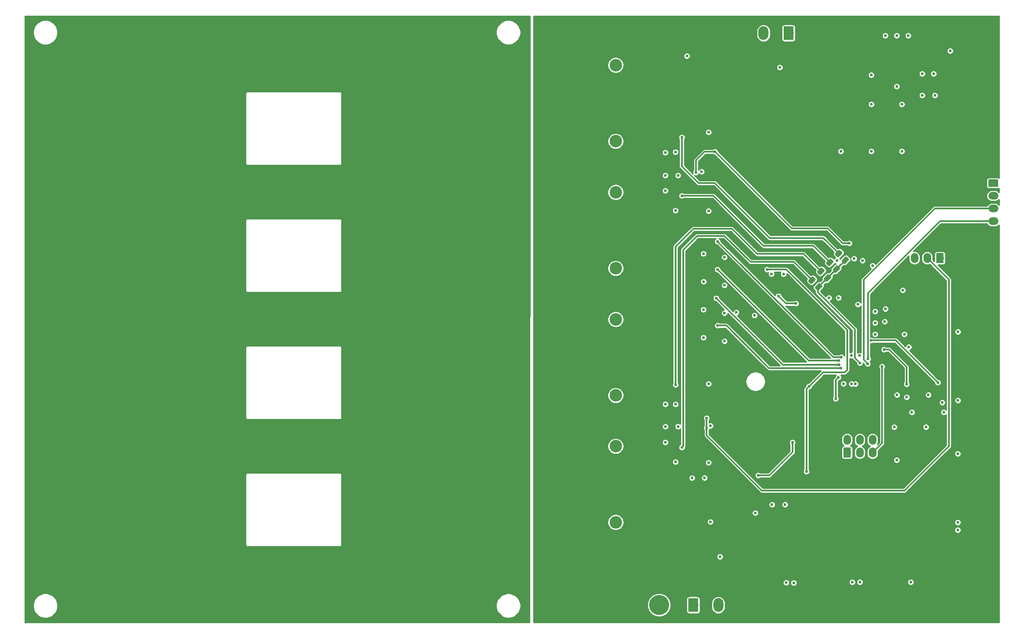
<source format=gbr>
G04 #@! TF.GenerationSoftware,KiCad,Pcbnew,(5.1.4)-1*
G04 #@! TF.CreationDate,2020-09-06T16:49:47-04:00*
G04 #@! TF.ProjectId,DC_LOAD_V02,44435f4c-4f41-4445-9f56-30322e6b6963,rev?*
G04 #@! TF.SameCoordinates,Original*
G04 #@! TF.FileFunction,Copper,L4,Bot*
G04 #@! TF.FilePolarity,Positive*
%FSLAX46Y46*%
G04 Gerber Fmt 4.6, Leading zero omitted, Abs format (unit mm)*
G04 Created by KiCad (PCBNEW (5.1.4)-1) date 2020-09-06 16:49:47*
%MOMM*%
%LPD*%
G04 APERTURE LIST*
%ADD10C,0.800000*%
%ADD11C,2.500000*%
%ADD12C,0.100000*%
%ADD13C,1.000000*%
%ADD14C,1.500000*%
%ADD15O,1.500000X2.000000*%
%ADD16C,4.000000*%
%ADD17C,2.000000*%
%ADD18O,2.000000X2.750000*%
%ADD19O,2.000000X1.500000*%
%ADD20C,0.600000*%
%ADD21C,0.300000*%
%ADD22C,0.254000*%
G04 APERTURE END LIST*
D10*
X136525000Y-173355000D03*
X136525000Y-167005000D03*
X136525000Y-160655000D03*
X136525000Y-154305000D03*
X136525000Y-147955000D03*
X136525000Y-141605000D03*
X136525000Y-135255000D03*
X136525000Y-128905000D03*
X136525000Y-122555000D03*
X136525000Y-115570000D03*
X136525000Y-109855000D03*
X136525000Y-103505000D03*
X136525000Y-97155000D03*
X136525000Y-91440000D03*
X136525000Y-84455000D03*
X136525000Y-78105000D03*
X136525000Y-71755000D03*
X136525000Y-64770000D03*
D11*
X188468000Y-135890000D03*
X188468000Y-120690000D03*
X188468000Y-161250000D03*
X188468000Y-146050000D03*
D10*
X133350000Y-100330000D03*
X127000000Y-100330000D03*
X120650000Y-100330000D03*
X127000000Y-125730000D03*
X120650000Y-125730000D03*
X133350000Y-125730000D03*
X127000000Y-151130000D03*
X133350000Y-151130000D03*
X130175000Y-116205000D03*
X123825000Y-116205000D03*
X117475000Y-116205000D03*
X114300000Y-125730000D03*
X130175000Y-167005000D03*
X123825000Y-167005000D03*
X117475000Y-167005000D03*
X130175000Y-141605000D03*
X123825000Y-141605000D03*
X117475000Y-141605000D03*
X130175000Y-147955000D03*
X123825000Y-147955000D03*
X117475000Y-147955000D03*
X130175000Y-173355000D03*
X123825000Y-173355000D03*
X117475000Y-173355000D03*
X130175000Y-122555000D03*
X123825000Y-122555000D03*
X117475000Y-122555000D03*
X133350000Y-119380000D03*
X127000000Y-119380000D03*
X120650000Y-119380000D03*
X114300000Y-119380000D03*
X130175000Y-91440000D03*
X123825000Y-91440000D03*
X117475000Y-91440000D03*
X130175000Y-97155000D03*
X123825000Y-97155000D03*
X117475000Y-97155000D03*
X130175000Y-64770000D03*
X130175000Y-71755000D03*
X123825000Y-71755000D03*
X123825000Y-64770000D03*
X117475000Y-64770000D03*
X111125000Y-64770000D03*
X104775000Y-65405000D03*
X98425000Y-65405000D03*
X92075000Y-65405000D03*
X85725000Y-65405000D03*
X79375000Y-65405000D03*
X117475000Y-71755000D03*
X111125000Y-78105000D03*
X111125000Y-91440000D03*
X111125000Y-97155000D03*
X111125000Y-147955000D03*
X111125000Y-109855000D03*
X111125000Y-103505000D03*
X111125000Y-128905000D03*
X111125000Y-135255000D03*
X111125000Y-116205000D03*
X111125000Y-122555000D03*
X111125000Y-141605000D03*
X111125000Y-160655000D03*
X111125000Y-71755000D03*
X111125000Y-84455000D03*
X111125000Y-167005000D03*
X111125000Y-154305000D03*
X111125000Y-173355000D03*
X104775000Y-78105000D03*
X104775000Y-91440000D03*
X104775000Y-97155000D03*
X104775000Y-147955000D03*
X104775000Y-109855000D03*
X104775000Y-103505000D03*
X104775000Y-128905000D03*
X104775000Y-135255000D03*
X104775000Y-116205000D03*
X104775000Y-122555000D03*
X104775000Y-141605000D03*
X104775000Y-160655000D03*
X104775000Y-71755000D03*
X104775000Y-84455000D03*
X104775000Y-167005000D03*
X104775000Y-154305000D03*
X104775000Y-173355000D03*
X98425000Y-78105000D03*
X98425000Y-91440000D03*
X98425000Y-97155000D03*
X98425000Y-147955000D03*
X98425000Y-109855000D03*
X98425000Y-103505000D03*
X98425000Y-128905000D03*
X98425000Y-135255000D03*
X98425000Y-116205000D03*
X98425000Y-122555000D03*
X98425000Y-141605000D03*
X98425000Y-160655000D03*
X98425000Y-71755000D03*
X98425000Y-84455000D03*
X98425000Y-167005000D03*
X98425000Y-154305000D03*
X98425000Y-173355000D03*
X92075000Y-78105000D03*
X92075000Y-91440000D03*
X92075000Y-97155000D03*
X92075000Y-147955000D03*
X92075000Y-109855000D03*
X92075000Y-103505000D03*
X92075000Y-128905000D03*
X92075000Y-135255000D03*
X92075000Y-116205000D03*
X92075000Y-122555000D03*
X92075000Y-141605000D03*
X92075000Y-160655000D03*
X92075000Y-71755000D03*
X92075000Y-84455000D03*
X92075000Y-167005000D03*
X92075000Y-154305000D03*
X92075000Y-173355000D03*
X85725000Y-78105000D03*
X85725000Y-91440000D03*
X85725000Y-97155000D03*
X85725000Y-147955000D03*
X85725000Y-109855000D03*
X85725000Y-103505000D03*
X85725000Y-128905000D03*
X85725000Y-135255000D03*
X85725000Y-116205000D03*
X85725000Y-122555000D03*
X85725000Y-141605000D03*
X85725000Y-160655000D03*
X85725000Y-71755000D03*
X85725000Y-84455000D03*
X85725000Y-167005000D03*
X85725000Y-154305000D03*
X85725000Y-173355000D03*
X79375000Y-78105000D03*
X79375000Y-91440000D03*
X79375000Y-97155000D03*
X79375000Y-147955000D03*
X79375000Y-109855000D03*
X79375000Y-103505000D03*
X79375000Y-128905000D03*
X79375000Y-135255000D03*
X79375000Y-116205000D03*
X79375000Y-122555000D03*
X79375000Y-141605000D03*
X79375000Y-160655000D03*
X79375000Y-71755000D03*
X79375000Y-84455000D03*
X79375000Y-167005000D03*
X79375000Y-154305000D03*
X79375000Y-173355000D03*
X133350000Y-93980000D03*
X127000000Y-93980000D03*
X120650000Y-93980000D03*
X114300000Y-100330000D03*
X114300000Y-93980000D03*
X133350000Y-74930000D03*
X127000000Y-74930000D03*
X133350000Y-68580000D03*
X133350000Y-62230000D03*
X127000000Y-68580000D03*
X127000000Y-62230000D03*
X120650000Y-62230000D03*
X120650000Y-68580000D03*
X120650000Y-74930000D03*
X114300000Y-74930000D03*
X114300000Y-68580000D03*
X114300000Y-62230000D03*
X107950000Y-62230000D03*
X101600000Y-62230000D03*
X95250000Y-62230000D03*
X88900000Y-62230000D03*
X82550000Y-62230000D03*
X120650000Y-151130000D03*
X114300000Y-151130000D03*
X133350000Y-144780000D03*
X127000000Y-144780000D03*
X120650000Y-144780000D03*
X114300000Y-144780000D03*
X133350000Y-176530000D03*
X133350000Y-170180000D03*
X127000000Y-170180000D03*
X127000000Y-176530000D03*
X120650000Y-176530000D03*
X120650000Y-170180000D03*
X114300000Y-170180000D03*
X114300000Y-176530000D03*
X107950000Y-176530000D03*
X101600000Y-176530000D03*
X95250000Y-176530000D03*
X88900000Y-176530000D03*
X82550000Y-176530000D03*
X82550000Y-74930000D03*
X82550000Y-88265000D03*
X82550000Y-93980000D03*
X82550000Y-68580000D03*
X82550000Y-81280000D03*
X107950000Y-74930000D03*
X107950000Y-88265000D03*
X107950000Y-93980000D03*
X107950000Y-144780000D03*
X107950000Y-106680000D03*
X107950000Y-100330000D03*
X107950000Y-125730000D03*
X107950000Y-132080000D03*
X107950000Y-113030000D03*
X107950000Y-119380000D03*
X107950000Y-138430000D03*
X107950000Y-157480000D03*
X107950000Y-68580000D03*
X107950000Y-81280000D03*
X107950000Y-163830000D03*
X107950000Y-151130000D03*
X107950000Y-170180000D03*
X101600000Y-74930000D03*
X101600000Y-88265000D03*
X101600000Y-93980000D03*
X101600000Y-144780000D03*
X101600000Y-106680000D03*
X101600000Y-100330000D03*
X101600000Y-125730000D03*
X101600000Y-132080000D03*
X101600000Y-113030000D03*
X101600000Y-119380000D03*
X101600000Y-138430000D03*
X101600000Y-157480000D03*
X101600000Y-68580000D03*
X101600000Y-81280000D03*
X101600000Y-163830000D03*
X101600000Y-151130000D03*
X101600000Y-170180000D03*
X95250000Y-74930000D03*
X95250000Y-88265000D03*
X95250000Y-93980000D03*
X95250000Y-144780000D03*
X95250000Y-106680000D03*
X95250000Y-100330000D03*
X95250000Y-125730000D03*
X95250000Y-132080000D03*
X95250000Y-113030000D03*
X95250000Y-119380000D03*
X95250000Y-138430000D03*
X95250000Y-157480000D03*
X95250000Y-68580000D03*
X95250000Y-81280000D03*
X95250000Y-163830000D03*
X95250000Y-151130000D03*
X95250000Y-170180000D03*
X88900000Y-74930000D03*
X88900000Y-88265000D03*
X88900000Y-93980000D03*
X88900000Y-144780000D03*
X88900000Y-106680000D03*
X88900000Y-100330000D03*
X88900000Y-125730000D03*
X88900000Y-132080000D03*
X88900000Y-113030000D03*
X88900000Y-119380000D03*
X88900000Y-138430000D03*
X88900000Y-157480000D03*
X88900000Y-68580000D03*
X88900000Y-81280000D03*
X88900000Y-163830000D03*
X88900000Y-151130000D03*
X88900000Y-170180000D03*
X82550000Y-106680000D03*
X82550000Y-100330000D03*
X82550000Y-119380000D03*
X82550000Y-125730000D03*
X82550000Y-113030000D03*
X82550000Y-132080000D03*
X82550000Y-144780000D03*
X82550000Y-138430000D03*
X82550000Y-157480000D03*
X82550000Y-163830000D03*
X82550000Y-151130000D03*
X82550000Y-170180000D03*
X76200000Y-68580000D03*
X76200000Y-74930000D03*
X76200000Y-81280000D03*
X76200000Y-88265000D03*
X76200000Y-93980000D03*
X76200000Y-100330000D03*
X76200000Y-106680000D03*
X76200000Y-113030000D03*
X76200000Y-119380000D03*
X76200000Y-125730000D03*
X76200000Y-132080000D03*
X76200000Y-138430000D03*
X76200000Y-144780000D03*
X76200000Y-151130000D03*
X76200000Y-157480000D03*
X76200000Y-163830000D03*
X76200000Y-170180000D03*
D12*
G36*
X229174838Y-113457142D02*
G01*
X229199107Y-113460742D01*
X229222905Y-113466703D01*
X229246005Y-113474968D01*
X229268183Y-113485458D01*
X229289227Y-113498071D01*
X229308932Y-113512685D01*
X229327111Y-113529161D01*
X229680665Y-113882715D01*
X229697141Y-113900894D01*
X229711755Y-113920599D01*
X229724368Y-113941643D01*
X229734858Y-113963821D01*
X229743123Y-113986921D01*
X229749084Y-114010719D01*
X229752684Y-114034988D01*
X229753888Y-114059492D01*
X229752684Y-114083996D01*
X229749084Y-114108265D01*
X229743123Y-114132063D01*
X229734858Y-114155163D01*
X229724368Y-114177341D01*
X229711755Y-114198385D01*
X229697141Y-114218090D01*
X229680665Y-114236269D01*
X229044269Y-114872665D01*
X229026090Y-114889141D01*
X229006385Y-114903755D01*
X228985341Y-114916368D01*
X228963163Y-114926858D01*
X228940063Y-114935123D01*
X228916265Y-114941084D01*
X228891996Y-114944684D01*
X228867492Y-114945888D01*
X228842988Y-114944684D01*
X228818719Y-114941084D01*
X228794921Y-114935123D01*
X228771821Y-114926858D01*
X228749643Y-114916368D01*
X228728599Y-114903755D01*
X228708894Y-114889141D01*
X228690715Y-114872665D01*
X228337161Y-114519111D01*
X228320685Y-114500932D01*
X228306071Y-114481227D01*
X228293458Y-114460183D01*
X228282968Y-114438005D01*
X228274703Y-114414905D01*
X228268742Y-114391107D01*
X228265142Y-114366838D01*
X228263938Y-114342334D01*
X228265142Y-114317830D01*
X228268742Y-114293561D01*
X228274703Y-114269763D01*
X228282968Y-114246663D01*
X228293458Y-114224485D01*
X228306071Y-114203441D01*
X228320685Y-114183736D01*
X228337161Y-114165557D01*
X228973557Y-113529161D01*
X228991736Y-113512685D01*
X229011441Y-113498071D01*
X229032485Y-113485458D01*
X229054663Y-113474968D01*
X229077763Y-113466703D01*
X229101561Y-113460742D01*
X229125830Y-113457142D01*
X229150334Y-113455938D01*
X229174838Y-113457142D01*
X229174838Y-113457142D01*
G37*
D13*
X229008913Y-114200913D03*
D12*
G36*
X227849012Y-112131316D02*
G01*
X227873281Y-112134916D01*
X227897079Y-112140877D01*
X227920179Y-112149142D01*
X227942357Y-112159632D01*
X227963401Y-112172245D01*
X227983106Y-112186859D01*
X228001285Y-112203335D01*
X228354839Y-112556889D01*
X228371315Y-112575068D01*
X228385929Y-112594773D01*
X228398542Y-112615817D01*
X228409032Y-112637995D01*
X228417297Y-112661095D01*
X228423258Y-112684893D01*
X228426858Y-112709162D01*
X228428062Y-112733666D01*
X228426858Y-112758170D01*
X228423258Y-112782439D01*
X228417297Y-112806237D01*
X228409032Y-112829337D01*
X228398542Y-112851515D01*
X228385929Y-112872559D01*
X228371315Y-112892264D01*
X228354839Y-112910443D01*
X227718443Y-113546839D01*
X227700264Y-113563315D01*
X227680559Y-113577929D01*
X227659515Y-113590542D01*
X227637337Y-113601032D01*
X227614237Y-113609297D01*
X227590439Y-113615258D01*
X227566170Y-113618858D01*
X227541666Y-113620062D01*
X227517162Y-113618858D01*
X227492893Y-113615258D01*
X227469095Y-113609297D01*
X227445995Y-113601032D01*
X227423817Y-113590542D01*
X227402773Y-113577929D01*
X227383068Y-113563315D01*
X227364889Y-113546839D01*
X227011335Y-113193285D01*
X226994859Y-113175106D01*
X226980245Y-113155401D01*
X226967632Y-113134357D01*
X226957142Y-113112179D01*
X226948877Y-113089079D01*
X226942916Y-113065281D01*
X226939316Y-113041012D01*
X226938112Y-113016508D01*
X226939316Y-112992004D01*
X226942916Y-112967735D01*
X226948877Y-112943937D01*
X226957142Y-112920837D01*
X226967632Y-112898659D01*
X226980245Y-112877615D01*
X226994859Y-112857910D01*
X227011335Y-112839731D01*
X227647731Y-112203335D01*
X227665910Y-112186859D01*
X227685615Y-112172245D01*
X227706659Y-112159632D01*
X227728837Y-112149142D01*
X227751937Y-112140877D01*
X227775735Y-112134916D01*
X227800004Y-112131316D01*
X227824508Y-112130112D01*
X227849012Y-112131316D01*
X227849012Y-112131316D01*
G37*
D13*
X227683087Y-112875087D03*
D12*
G36*
X229627012Y-110353316D02*
G01*
X229651281Y-110356916D01*
X229675079Y-110362877D01*
X229698179Y-110371142D01*
X229720357Y-110381632D01*
X229741401Y-110394245D01*
X229761106Y-110408859D01*
X229779285Y-110425335D01*
X230132839Y-110778889D01*
X230149315Y-110797068D01*
X230163929Y-110816773D01*
X230176542Y-110837817D01*
X230187032Y-110859995D01*
X230195297Y-110883095D01*
X230201258Y-110906893D01*
X230204858Y-110931162D01*
X230206062Y-110955666D01*
X230204858Y-110980170D01*
X230201258Y-111004439D01*
X230195297Y-111028237D01*
X230187032Y-111051337D01*
X230176542Y-111073515D01*
X230163929Y-111094559D01*
X230149315Y-111114264D01*
X230132839Y-111132443D01*
X229496443Y-111768839D01*
X229478264Y-111785315D01*
X229458559Y-111799929D01*
X229437515Y-111812542D01*
X229415337Y-111823032D01*
X229392237Y-111831297D01*
X229368439Y-111837258D01*
X229344170Y-111840858D01*
X229319666Y-111842062D01*
X229295162Y-111840858D01*
X229270893Y-111837258D01*
X229247095Y-111831297D01*
X229223995Y-111823032D01*
X229201817Y-111812542D01*
X229180773Y-111799929D01*
X229161068Y-111785315D01*
X229142889Y-111768839D01*
X228789335Y-111415285D01*
X228772859Y-111397106D01*
X228758245Y-111377401D01*
X228745632Y-111356357D01*
X228735142Y-111334179D01*
X228726877Y-111311079D01*
X228720916Y-111287281D01*
X228717316Y-111263012D01*
X228716112Y-111238508D01*
X228717316Y-111214004D01*
X228720916Y-111189735D01*
X228726877Y-111165937D01*
X228735142Y-111142837D01*
X228745632Y-111120659D01*
X228758245Y-111099615D01*
X228772859Y-111079910D01*
X228789335Y-111061731D01*
X229425731Y-110425335D01*
X229443910Y-110408859D01*
X229463615Y-110394245D01*
X229484659Y-110381632D01*
X229506837Y-110371142D01*
X229529937Y-110362877D01*
X229553735Y-110356916D01*
X229578004Y-110353316D01*
X229602508Y-110352112D01*
X229627012Y-110353316D01*
X229627012Y-110353316D01*
G37*
D13*
X229461087Y-111097087D03*
D12*
G36*
X230952838Y-111679142D02*
G01*
X230977107Y-111682742D01*
X231000905Y-111688703D01*
X231024005Y-111696968D01*
X231046183Y-111707458D01*
X231067227Y-111720071D01*
X231086932Y-111734685D01*
X231105111Y-111751161D01*
X231458665Y-112104715D01*
X231475141Y-112122894D01*
X231489755Y-112142599D01*
X231502368Y-112163643D01*
X231512858Y-112185821D01*
X231521123Y-112208921D01*
X231527084Y-112232719D01*
X231530684Y-112256988D01*
X231531888Y-112281492D01*
X231530684Y-112305996D01*
X231527084Y-112330265D01*
X231521123Y-112354063D01*
X231512858Y-112377163D01*
X231502368Y-112399341D01*
X231489755Y-112420385D01*
X231475141Y-112440090D01*
X231458665Y-112458269D01*
X230822269Y-113094665D01*
X230804090Y-113111141D01*
X230784385Y-113125755D01*
X230763341Y-113138368D01*
X230741163Y-113148858D01*
X230718063Y-113157123D01*
X230694265Y-113163084D01*
X230669996Y-113166684D01*
X230645492Y-113167888D01*
X230620988Y-113166684D01*
X230596719Y-113163084D01*
X230572921Y-113157123D01*
X230549821Y-113148858D01*
X230527643Y-113138368D01*
X230506599Y-113125755D01*
X230486894Y-113111141D01*
X230468715Y-113094665D01*
X230115161Y-112741111D01*
X230098685Y-112722932D01*
X230084071Y-112703227D01*
X230071458Y-112682183D01*
X230060968Y-112660005D01*
X230052703Y-112636905D01*
X230046742Y-112613107D01*
X230043142Y-112588838D01*
X230041938Y-112564334D01*
X230043142Y-112539830D01*
X230046742Y-112515561D01*
X230052703Y-112491763D01*
X230060968Y-112468663D01*
X230071458Y-112446485D01*
X230084071Y-112425441D01*
X230098685Y-112405736D01*
X230115161Y-112387557D01*
X230751557Y-111751161D01*
X230769736Y-111734685D01*
X230789441Y-111720071D01*
X230810485Y-111707458D01*
X230832663Y-111696968D01*
X230855763Y-111688703D01*
X230879561Y-111682742D01*
X230903830Y-111679142D01*
X230928334Y-111677938D01*
X230952838Y-111679142D01*
X230952838Y-111679142D01*
G37*
D13*
X230786913Y-112422913D03*
D12*
G36*
X232730838Y-109901142D02*
G01*
X232755107Y-109904742D01*
X232778905Y-109910703D01*
X232802005Y-109918968D01*
X232824183Y-109929458D01*
X232845227Y-109942071D01*
X232864932Y-109956685D01*
X232883111Y-109973161D01*
X233236665Y-110326715D01*
X233253141Y-110344894D01*
X233267755Y-110364599D01*
X233280368Y-110385643D01*
X233290858Y-110407821D01*
X233299123Y-110430921D01*
X233305084Y-110454719D01*
X233308684Y-110478988D01*
X233309888Y-110503492D01*
X233308684Y-110527996D01*
X233305084Y-110552265D01*
X233299123Y-110576063D01*
X233290858Y-110599163D01*
X233280368Y-110621341D01*
X233267755Y-110642385D01*
X233253141Y-110662090D01*
X233236665Y-110680269D01*
X232600269Y-111316665D01*
X232582090Y-111333141D01*
X232562385Y-111347755D01*
X232541341Y-111360368D01*
X232519163Y-111370858D01*
X232496063Y-111379123D01*
X232472265Y-111385084D01*
X232447996Y-111388684D01*
X232423492Y-111389888D01*
X232398988Y-111388684D01*
X232374719Y-111385084D01*
X232350921Y-111379123D01*
X232327821Y-111370858D01*
X232305643Y-111360368D01*
X232284599Y-111347755D01*
X232264894Y-111333141D01*
X232246715Y-111316665D01*
X231893161Y-110963111D01*
X231876685Y-110944932D01*
X231862071Y-110925227D01*
X231849458Y-110904183D01*
X231838968Y-110882005D01*
X231830703Y-110858905D01*
X231824742Y-110835107D01*
X231821142Y-110810838D01*
X231819938Y-110786334D01*
X231821142Y-110761830D01*
X231824742Y-110737561D01*
X231830703Y-110713763D01*
X231838968Y-110690663D01*
X231849458Y-110668485D01*
X231862071Y-110647441D01*
X231876685Y-110627736D01*
X231893161Y-110609557D01*
X232529557Y-109973161D01*
X232547736Y-109956685D01*
X232567441Y-109942071D01*
X232588485Y-109929458D01*
X232610663Y-109918968D01*
X232633763Y-109910703D01*
X232657561Y-109904742D01*
X232681830Y-109901142D01*
X232706334Y-109899938D01*
X232730838Y-109901142D01*
X232730838Y-109901142D01*
G37*
D13*
X232564913Y-110644913D03*
D12*
G36*
X231405012Y-108575316D02*
G01*
X231429281Y-108578916D01*
X231453079Y-108584877D01*
X231476179Y-108593142D01*
X231498357Y-108603632D01*
X231519401Y-108616245D01*
X231539106Y-108630859D01*
X231557285Y-108647335D01*
X231910839Y-109000889D01*
X231927315Y-109019068D01*
X231941929Y-109038773D01*
X231954542Y-109059817D01*
X231965032Y-109081995D01*
X231973297Y-109105095D01*
X231979258Y-109128893D01*
X231982858Y-109153162D01*
X231984062Y-109177666D01*
X231982858Y-109202170D01*
X231979258Y-109226439D01*
X231973297Y-109250237D01*
X231965032Y-109273337D01*
X231954542Y-109295515D01*
X231941929Y-109316559D01*
X231927315Y-109336264D01*
X231910839Y-109354443D01*
X231274443Y-109990839D01*
X231256264Y-110007315D01*
X231236559Y-110021929D01*
X231215515Y-110034542D01*
X231193337Y-110045032D01*
X231170237Y-110053297D01*
X231146439Y-110059258D01*
X231122170Y-110062858D01*
X231097666Y-110064062D01*
X231073162Y-110062858D01*
X231048893Y-110059258D01*
X231025095Y-110053297D01*
X231001995Y-110045032D01*
X230979817Y-110034542D01*
X230958773Y-110021929D01*
X230939068Y-110007315D01*
X230920889Y-109990839D01*
X230567335Y-109637285D01*
X230550859Y-109619106D01*
X230536245Y-109599401D01*
X230523632Y-109578357D01*
X230513142Y-109556179D01*
X230504877Y-109533079D01*
X230498916Y-109509281D01*
X230495316Y-109485012D01*
X230494112Y-109460508D01*
X230495316Y-109436004D01*
X230498916Y-109411735D01*
X230504877Y-109387937D01*
X230513142Y-109364837D01*
X230523632Y-109342659D01*
X230536245Y-109321615D01*
X230550859Y-109301910D01*
X230567335Y-109283731D01*
X231203731Y-108647335D01*
X231221910Y-108630859D01*
X231241615Y-108616245D01*
X231262659Y-108603632D01*
X231284837Y-108593142D01*
X231307937Y-108584877D01*
X231331735Y-108578916D01*
X231356004Y-108575316D01*
X231380508Y-108574112D01*
X231405012Y-108575316D01*
X231405012Y-108575316D01*
G37*
D13*
X231239087Y-109319087D03*
D12*
G36*
X234508838Y-108123142D02*
G01*
X234533107Y-108126742D01*
X234556905Y-108132703D01*
X234580005Y-108140968D01*
X234602183Y-108151458D01*
X234623227Y-108164071D01*
X234642932Y-108178685D01*
X234661111Y-108195161D01*
X235014665Y-108548715D01*
X235031141Y-108566894D01*
X235045755Y-108586599D01*
X235058368Y-108607643D01*
X235068858Y-108629821D01*
X235077123Y-108652921D01*
X235083084Y-108676719D01*
X235086684Y-108700988D01*
X235087888Y-108725492D01*
X235086684Y-108749996D01*
X235083084Y-108774265D01*
X235077123Y-108798063D01*
X235068858Y-108821163D01*
X235058368Y-108843341D01*
X235045755Y-108864385D01*
X235031141Y-108884090D01*
X235014665Y-108902269D01*
X234378269Y-109538665D01*
X234360090Y-109555141D01*
X234340385Y-109569755D01*
X234319341Y-109582368D01*
X234297163Y-109592858D01*
X234274063Y-109601123D01*
X234250265Y-109607084D01*
X234225996Y-109610684D01*
X234201492Y-109611888D01*
X234176988Y-109610684D01*
X234152719Y-109607084D01*
X234128921Y-109601123D01*
X234105821Y-109592858D01*
X234083643Y-109582368D01*
X234062599Y-109569755D01*
X234042894Y-109555141D01*
X234024715Y-109538665D01*
X233671161Y-109185111D01*
X233654685Y-109166932D01*
X233640071Y-109147227D01*
X233627458Y-109126183D01*
X233616968Y-109104005D01*
X233608703Y-109080905D01*
X233602742Y-109057107D01*
X233599142Y-109032838D01*
X233597938Y-109008334D01*
X233599142Y-108983830D01*
X233602742Y-108959561D01*
X233608703Y-108935763D01*
X233616968Y-108912663D01*
X233627458Y-108890485D01*
X233640071Y-108869441D01*
X233654685Y-108849736D01*
X233671161Y-108831557D01*
X234307557Y-108195161D01*
X234325736Y-108178685D01*
X234345441Y-108164071D01*
X234366485Y-108151458D01*
X234388663Y-108140968D01*
X234411763Y-108132703D01*
X234435561Y-108126742D01*
X234459830Y-108123142D01*
X234484334Y-108121938D01*
X234508838Y-108123142D01*
X234508838Y-108123142D01*
G37*
D13*
X234342913Y-108866913D03*
D12*
G36*
X233183012Y-106797316D02*
G01*
X233207281Y-106800916D01*
X233231079Y-106806877D01*
X233254179Y-106815142D01*
X233276357Y-106825632D01*
X233297401Y-106838245D01*
X233317106Y-106852859D01*
X233335285Y-106869335D01*
X233688839Y-107222889D01*
X233705315Y-107241068D01*
X233719929Y-107260773D01*
X233732542Y-107281817D01*
X233743032Y-107303995D01*
X233751297Y-107327095D01*
X233757258Y-107350893D01*
X233760858Y-107375162D01*
X233762062Y-107399666D01*
X233760858Y-107424170D01*
X233757258Y-107448439D01*
X233751297Y-107472237D01*
X233743032Y-107495337D01*
X233732542Y-107517515D01*
X233719929Y-107538559D01*
X233705315Y-107558264D01*
X233688839Y-107576443D01*
X233052443Y-108212839D01*
X233034264Y-108229315D01*
X233014559Y-108243929D01*
X232993515Y-108256542D01*
X232971337Y-108267032D01*
X232948237Y-108275297D01*
X232924439Y-108281258D01*
X232900170Y-108284858D01*
X232875666Y-108286062D01*
X232851162Y-108284858D01*
X232826893Y-108281258D01*
X232803095Y-108275297D01*
X232779995Y-108267032D01*
X232757817Y-108256542D01*
X232736773Y-108243929D01*
X232717068Y-108229315D01*
X232698889Y-108212839D01*
X232345335Y-107859285D01*
X232328859Y-107841106D01*
X232314245Y-107821401D01*
X232301632Y-107800357D01*
X232291142Y-107778179D01*
X232282877Y-107755079D01*
X232276916Y-107731281D01*
X232273316Y-107707012D01*
X232272112Y-107682508D01*
X232273316Y-107658004D01*
X232276916Y-107633735D01*
X232282877Y-107609937D01*
X232291142Y-107586837D01*
X232301632Y-107564659D01*
X232314245Y-107543615D01*
X232328859Y-107523910D01*
X232345335Y-107505731D01*
X232981731Y-106869335D01*
X232999910Y-106852859D01*
X233019615Y-106838245D01*
X233040659Y-106825632D01*
X233062837Y-106815142D01*
X233085937Y-106806877D01*
X233109735Y-106800916D01*
X233134004Y-106797316D01*
X233158508Y-106796112D01*
X233183012Y-106797316D01*
X233183012Y-106797316D01*
G37*
D13*
X233017087Y-107541087D03*
D12*
G36*
X253852703Y-107458722D02*
G01*
X253867264Y-107460882D01*
X253881543Y-107464459D01*
X253895403Y-107469418D01*
X253908710Y-107475712D01*
X253921336Y-107483280D01*
X253933159Y-107492048D01*
X253944066Y-107501934D01*
X253953952Y-107512841D01*
X253962720Y-107524664D01*
X253970288Y-107537290D01*
X253976582Y-107550597D01*
X253981541Y-107564457D01*
X253985118Y-107578736D01*
X253987278Y-107593297D01*
X253988000Y-107608000D01*
X253988000Y-109308000D01*
X253987278Y-109322703D01*
X253985118Y-109337264D01*
X253981541Y-109351543D01*
X253976582Y-109365403D01*
X253970288Y-109378710D01*
X253962720Y-109391336D01*
X253953952Y-109403159D01*
X253944066Y-109414066D01*
X253933159Y-109423952D01*
X253921336Y-109432720D01*
X253908710Y-109440288D01*
X253895403Y-109446582D01*
X253881543Y-109451541D01*
X253867264Y-109455118D01*
X253852703Y-109457278D01*
X253838000Y-109458000D01*
X252638000Y-109458000D01*
X252623297Y-109457278D01*
X252608736Y-109455118D01*
X252594457Y-109451541D01*
X252580597Y-109446582D01*
X252567290Y-109440288D01*
X252554664Y-109432720D01*
X252542841Y-109423952D01*
X252531934Y-109414066D01*
X252522048Y-109403159D01*
X252513280Y-109391336D01*
X252505712Y-109378710D01*
X252499418Y-109365403D01*
X252494459Y-109351543D01*
X252490882Y-109337264D01*
X252488722Y-109322703D01*
X252488000Y-109308000D01*
X252488000Y-107608000D01*
X252488722Y-107593297D01*
X252490882Y-107578736D01*
X252494459Y-107564457D01*
X252499418Y-107550597D01*
X252505712Y-107537290D01*
X252513280Y-107524664D01*
X252522048Y-107512841D01*
X252531934Y-107501934D01*
X252542841Y-107492048D01*
X252554664Y-107483280D01*
X252567290Y-107475712D01*
X252580597Y-107469418D01*
X252594457Y-107464459D01*
X252608736Y-107460882D01*
X252623297Y-107458722D01*
X252638000Y-107458000D01*
X253838000Y-107458000D01*
X253852703Y-107458722D01*
X253852703Y-107458722D01*
G37*
D14*
X253238000Y-108458000D03*
D15*
X250698000Y-108458000D03*
X248158000Y-108458000D03*
D11*
X188468000Y-95290000D03*
X188468000Y-110490000D03*
X188468000Y-69890000D03*
X188468000Y-85090000D03*
D16*
X174244000Y-177800000D03*
X197144000Y-177800000D03*
D12*
G36*
X204781603Y-176425963D02*
G01*
X204801018Y-176428843D01*
X204820057Y-176433612D01*
X204838537Y-176440224D01*
X204856279Y-176448616D01*
X204873114Y-176458706D01*
X204888879Y-176470398D01*
X204903421Y-176483579D01*
X204916602Y-176498121D01*
X204928294Y-176513886D01*
X204938384Y-176530721D01*
X204946776Y-176548463D01*
X204953388Y-176566943D01*
X204958157Y-176585982D01*
X204961037Y-176605397D01*
X204962000Y-176625000D01*
X204962000Y-178975000D01*
X204961037Y-178994603D01*
X204958157Y-179014018D01*
X204953388Y-179033057D01*
X204946776Y-179051537D01*
X204938384Y-179069279D01*
X204928294Y-179086114D01*
X204916602Y-179101879D01*
X204903421Y-179116421D01*
X204888879Y-179129602D01*
X204873114Y-179141294D01*
X204856279Y-179151384D01*
X204838537Y-179159776D01*
X204820057Y-179166388D01*
X204801018Y-179171157D01*
X204781603Y-179174037D01*
X204762000Y-179175000D01*
X203162000Y-179175000D01*
X203142397Y-179174037D01*
X203122982Y-179171157D01*
X203103943Y-179166388D01*
X203085463Y-179159776D01*
X203067721Y-179151384D01*
X203050886Y-179141294D01*
X203035121Y-179129602D01*
X203020579Y-179116421D01*
X203007398Y-179101879D01*
X202995706Y-179086114D01*
X202985616Y-179069279D01*
X202977224Y-179051537D01*
X202970612Y-179033057D01*
X202965843Y-179014018D01*
X202962963Y-178994603D01*
X202962000Y-178975000D01*
X202962000Y-176625000D01*
X202962963Y-176605397D01*
X202965843Y-176585982D01*
X202970612Y-176566943D01*
X202977224Y-176548463D01*
X202985616Y-176530721D01*
X202995706Y-176513886D01*
X203007398Y-176498121D01*
X203020579Y-176483579D01*
X203035121Y-176470398D01*
X203050886Y-176458706D01*
X203067721Y-176448616D01*
X203085463Y-176440224D01*
X203103943Y-176433612D01*
X203122982Y-176428843D01*
X203142397Y-176425963D01*
X203162000Y-176425000D01*
X204762000Y-176425000D01*
X204781603Y-176425963D01*
X204781603Y-176425963D01*
G37*
D17*
X203962000Y-177800000D03*
D18*
X208962000Y-177800000D03*
D12*
G36*
X223831603Y-62125963D02*
G01*
X223851018Y-62128843D01*
X223870057Y-62133612D01*
X223888537Y-62140224D01*
X223906279Y-62148616D01*
X223923114Y-62158706D01*
X223938879Y-62170398D01*
X223953421Y-62183579D01*
X223966602Y-62198121D01*
X223978294Y-62213886D01*
X223988384Y-62230721D01*
X223996776Y-62248463D01*
X224003388Y-62266943D01*
X224008157Y-62285982D01*
X224011037Y-62305397D01*
X224012000Y-62325000D01*
X224012000Y-64675000D01*
X224011037Y-64694603D01*
X224008157Y-64714018D01*
X224003388Y-64733057D01*
X223996776Y-64751537D01*
X223988384Y-64769279D01*
X223978294Y-64786114D01*
X223966602Y-64801879D01*
X223953421Y-64816421D01*
X223938879Y-64829602D01*
X223923114Y-64841294D01*
X223906279Y-64851384D01*
X223888537Y-64859776D01*
X223870057Y-64866388D01*
X223851018Y-64871157D01*
X223831603Y-64874037D01*
X223812000Y-64875000D01*
X222212000Y-64875000D01*
X222192397Y-64874037D01*
X222172982Y-64871157D01*
X222153943Y-64866388D01*
X222135463Y-64859776D01*
X222117721Y-64851384D01*
X222100886Y-64841294D01*
X222085121Y-64829602D01*
X222070579Y-64816421D01*
X222057398Y-64801879D01*
X222045706Y-64786114D01*
X222035616Y-64769279D01*
X222027224Y-64751537D01*
X222020612Y-64733057D01*
X222015843Y-64714018D01*
X222012963Y-64694603D01*
X222012000Y-64675000D01*
X222012000Y-62325000D01*
X222012963Y-62305397D01*
X222015843Y-62285982D01*
X222020612Y-62266943D01*
X222027224Y-62248463D01*
X222035616Y-62230721D01*
X222045706Y-62213886D01*
X222057398Y-62198121D01*
X222070579Y-62183579D01*
X222085121Y-62170398D01*
X222100886Y-62158706D01*
X222117721Y-62148616D01*
X222135463Y-62140224D01*
X222153943Y-62133612D01*
X222172982Y-62128843D01*
X222192397Y-62125963D01*
X222212000Y-62125000D01*
X223812000Y-62125000D01*
X223831603Y-62125963D01*
X223831603Y-62125963D01*
G37*
D17*
X223012000Y-63500000D03*
D18*
X218012000Y-63500000D03*
D15*
X239776000Y-144780000D03*
X234696000Y-144780000D03*
X237236000Y-144780000D03*
X237236000Y-147320000D03*
X239776000Y-147320000D03*
D12*
G36*
X235310703Y-146320722D02*
G01*
X235325264Y-146322882D01*
X235339543Y-146326459D01*
X235353403Y-146331418D01*
X235366710Y-146337712D01*
X235379336Y-146345280D01*
X235391159Y-146354048D01*
X235402066Y-146363934D01*
X235411952Y-146374841D01*
X235420720Y-146386664D01*
X235428288Y-146399290D01*
X235434582Y-146412597D01*
X235439541Y-146426457D01*
X235443118Y-146440736D01*
X235445278Y-146455297D01*
X235446000Y-146470000D01*
X235446000Y-148170000D01*
X235445278Y-148184703D01*
X235443118Y-148199264D01*
X235439541Y-148213543D01*
X235434582Y-148227403D01*
X235428288Y-148240710D01*
X235420720Y-148253336D01*
X235411952Y-148265159D01*
X235402066Y-148276066D01*
X235391159Y-148285952D01*
X235379336Y-148294720D01*
X235366710Y-148302288D01*
X235353403Y-148308582D01*
X235339543Y-148313541D01*
X235325264Y-148317118D01*
X235310703Y-148319278D01*
X235296000Y-148320000D01*
X234096000Y-148320000D01*
X234081297Y-148319278D01*
X234066736Y-148317118D01*
X234052457Y-148313541D01*
X234038597Y-148308582D01*
X234025290Y-148302288D01*
X234012664Y-148294720D01*
X234000841Y-148285952D01*
X233989934Y-148276066D01*
X233980048Y-148265159D01*
X233971280Y-148253336D01*
X233963712Y-148240710D01*
X233957418Y-148227403D01*
X233952459Y-148213543D01*
X233948882Y-148199264D01*
X233946722Y-148184703D01*
X233946000Y-148170000D01*
X233946000Y-146470000D01*
X233946722Y-146455297D01*
X233948882Y-146440736D01*
X233952459Y-146426457D01*
X233957418Y-146412597D01*
X233963712Y-146399290D01*
X233971280Y-146386664D01*
X233980048Y-146374841D01*
X233989934Y-146363934D01*
X234000841Y-146354048D01*
X234012664Y-146345280D01*
X234025290Y-146337712D01*
X234038597Y-146331418D01*
X234052457Y-146326459D01*
X234066736Y-146322882D01*
X234081297Y-146320722D01*
X234096000Y-146320000D01*
X235296000Y-146320000D01*
X235310703Y-146320722D01*
X235310703Y-146320722D01*
G37*
D14*
X234696000Y-147320000D03*
D12*
G36*
X264770703Y-92722722D02*
G01*
X264785264Y-92724882D01*
X264799543Y-92728459D01*
X264813403Y-92733418D01*
X264826710Y-92739712D01*
X264839336Y-92747280D01*
X264851159Y-92756048D01*
X264862066Y-92765934D01*
X264871952Y-92776841D01*
X264880720Y-92788664D01*
X264888288Y-92801290D01*
X264894582Y-92814597D01*
X264899541Y-92828457D01*
X264903118Y-92842736D01*
X264905278Y-92857297D01*
X264906000Y-92872000D01*
X264906000Y-94072000D01*
X264905278Y-94086703D01*
X264903118Y-94101264D01*
X264899541Y-94115543D01*
X264894582Y-94129403D01*
X264888288Y-94142710D01*
X264880720Y-94155336D01*
X264871952Y-94167159D01*
X264862066Y-94178066D01*
X264851159Y-94187952D01*
X264839336Y-94196720D01*
X264826710Y-94204288D01*
X264813403Y-94210582D01*
X264799543Y-94215541D01*
X264785264Y-94219118D01*
X264770703Y-94221278D01*
X264756000Y-94222000D01*
X263056000Y-94222000D01*
X263041297Y-94221278D01*
X263026736Y-94219118D01*
X263012457Y-94215541D01*
X262998597Y-94210582D01*
X262985290Y-94204288D01*
X262972664Y-94196720D01*
X262960841Y-94187952D01*
X262949934Y-94178066D01*
X262940048Y-94167159D01*
X262931280Y-94155336D01*
X262923712Y-94142710D01*
X262917418Y-94129403D01*
X262912459Y-94115543D01*
X262908882Y-94101264D01*
X262906722Y-94086703D01*
X262906000Y-94072000D01*
X262906000Y-92872000D01*
X262906722Y-92857297D01*
X262908882Y-92842736D01*
X262912459Y-92828457D01*
X262917418Y-92814597D01*
X262923712Y-92801290D01*
X262931280Y-92788664D01*
X262940048Y-92776841D01*
X262949934Y-92765934D01*
X262960841Y-92756048D01*
X262972664Y-92747280D01*
X262985290Y-92739712D01*
X262998597Y-92733418D01*
X263012457Y-92728459D01*
X263026736Y-92724882D01*
X263041297Y-92722722D01*
X263056000Y-92722000D01*
X264756000Y-92722000D01*
X264770703Y-92722722D01*
X264770703Y-92722722D01*
G37*
D14*
X263906000Y-93472000D03*
D19*
X263906000Y-96012000D03*
X263906000Y-98552000D03*
X263906000Y-101092000D03*
D20*
X205994000Y-124333000D03*
X205994000Y-118745000D03*
X206044800Y-113157000D03*
X240284000Y-121412000D03*
X240284000Y-119126000D03*
X237236000Y-173228000D03*
X247396000Y-173228000D03*
X256794000Y-161290000D03*
X256794000Y-162814000D03*
X256794000Y-147574000D03*
X244094000Y-142240000D03*
X250444000Y-142240000D03*
X216361800Y-159386175D03*
X244602000Y-148844000D03*
X202692000Y-68072000D03*
X239522000Y-71882000D03*
X244602000Y-74168000D03*
X255270000Y-67056000D03*
X252222000Y-75946000D03*
X249682000Y-75946000D03*
X239776000Y-109982000D03*
X198374000Y-137668000D03*
X198374000Y-145288000D03*
X200914000Y-142113000D03*
X198374000Y-94996000D03*
X200406000Y-98933000D03*
X198374000Y-87376000D03*
X200406000Y-87249000D03*
X219583000Y-111633000D03*
X232994200Y-116382800D03*
X231063800Y-116382800D03*
X245793500Y-114886494D03*
X212572600Y-119303800D03*
X207391007Y-161162993D03*
X216204800Y-119913400D03*
X240284000Y-123698000D03*
X256832100Y-136880596D03*
X233426000Y-87122000D03*
X239522000Y-87122000D03*
X245618000Y-87122000D03*
X221234000Y-70358000D03*
X242316000Y-64008000D03*
X244602000Y-64008000D03*
X246888000Y-64008000D03*
X200421240Y-149202140D03*
X203713080Y-152407620D03*
X209298540Y-168148000D03*
X219704920Y-157723840D03*
X256849880Y-123164600D03*
X236095540Y-108567220D03*
X200914000Y-91950540D03*
X222528000Y-173331004D03*
X205994000Y-107569000D03*
X246583200Y-136245600D03*
X253720600Y-137312400D03*
X200421236Y-137683240D03*
X205643480Y-91160600D03*
X207391000Y-141980920D03*
X237766860Y-108945680D03*
X237172500Y-127939800D03*
X235572300Y-127939800D03*
X236359700Y-133616700D03*
X246126000Y-123698000D03*
X224028000Y-173354996D03*
X207010000Y-149352000D03*
X207010000Y-133604000D03*
X207010000Y-99060000D03*
X207010000Y-83312000D03*
X239522000Y-77724000D03*
X245618000Y-77724000D03*
X198374000Y-91948000D03*
X206235302Y-152387300D03*
X198386700Y-142125700D03*
X242214400Y-121158000D03*
X242341400Y-118618000D03*
X244673120Y-135808720D03*
X250946920Y-135798560D03*
X254000000Y-139273280D03*
X247644920Y-139273280D03*
X210210400Y-108300520D03*
X210205320Y-113893600D03*
X210200240Y-119476520D03*
X210210400Y-125064520D03*
X247015000Y-126238000D03*
X249682000Y-71628000D03*
X251968000Y-71628000D03*
X235712000Y-173228000D03*
X222280480Y-157731460D03*
X221996000Y-111633000D03*
X232664000Y-108966000D03*
X235559602Y-133604000D03*
X233972100Y-133565900D03*
X236867700Y-117716300D03*
X241655600Y-130124200D03*
X238902010Y-128564942D03*
X238810800Y-129590800D03*
X237249402Y-129403245D03*
X233480072Y-130465535D03*
X208813400Y-121945400D03*
X233024772Y-128962124D03*
X208788000Y-110718600D03*
X233106854Y-129757914D03*
X208534000Y-116459000D03*
X233541990Y-128269998D03*
X208788004Y-105156000D03*
X201676000Y-146304000D03*
X200418700Y-133769100D03*
X201676000Y-96012000D03*
X201676000Y-84328000D03*
X216916000Y-151892000D03*
X223774000Y-145288000D03*
X224463886Y-117529886D03*
X220980000Y-116037590D03*
X206629000Y-142367000D03*
X208295240Y-87198200D03*
X204510640Y-91338400D03*
X235140500Y-105498900D03*
X206629002Y-140423900D03*
X242062000Y-126746000D03*
X246568000Y-133639596D03*
X252818900Y-133311900D03*
X239511610Y-124904500D03*
X226568000Y-151130006D03*
X218693994Y-110744000D03*
X227076000Y-134112000D03*
X232410000Y-136550400D03*
X232967326Y-132302016D03*
D10*
X180594000Y-77470000D03*
X180594000Y-81280000D03*
X180594000Y-85090000D03*
X180594000Y-88900000D03*
X182626000Y-79248000D03*
X182626000Y-83058000D03*
X182626000Y-86868000D03*
X180594000Y-102870000D03*
X180594000Y-106680000D03*
X180594000Y-110490000D03*
X180594000Y-114300000D03*
X182626000Y-104648000D03*
X182626000Y-108458000D03*
X182626000Y-112268000D03*
X180594000Y-128270000D03*
X180594000Y-132080000D03*
X180594000Y-135890000D03*
X180594000Y-139700000D03*
X182626000Y-137668000D03*
X182626000Y-133858000D03*
X182626000Y-130048000D03*
X180594000Y-153924000D03*
X180594000Y-157734000D03*
X180594000Y-161544000D03*
X180594000Y-165354000D03*
X182626000Y-163322000D03*
X182626000Y-159512000D03*
X182626000Y-155702000D03*
D21*
X241655600Y-130124200D02*
X241655600Y-145465800D01*
X241655600Y-145465800D02*
X239750600Y-147370800D01*
X238861600Y-128524532D02*
X238902010Y-128564942D01*
X238861600Y-115468400D02*
X238861600Y-128524532D01*
X263906000Y-101092000D02*
X253238000Y-101092000D01*
X253238000Y-101092000D02*
X238861600Y-115468400D01*
X238510801Y-129290801D02*
X238810800Y-129590800D01*
X237998000Y-128778000D02*
X238510801Y-129290801D01*
X237998000Y-112776000D02*
X237998000Y-128778000D01*
X263906000Y-98552000D02*
X252222000Y-98552000D01*
X252222000Y-98552000D02*
X237998000Y-112776000D01*
X234442000Y-108767826D02*
X234442000Y-108712000D01*
X229008913Y-114200913D02*
X234442000Y-108767826D01*
X228854000Y-115316000D02*
X236234012Y-122696012D01*
X228854000Y-114046000D02*
X228854000Y-115316000D01*
X236949403Y-129103246D02*
X237249402Y-129403245D01*
X236234012Y-122696012D02*
X236234012Y-128387855D01*
X236234012Y-128387855D02*
X236949403Y-129103246D01*
X210566000Y-121945400D02*
X208813400Y-121945400D01*
X233480072Y-130465535D02*
X219086135Y-130465535D01*
X219086135Y-130465535D02*
X210566000Y-121945400D01*
X233024772Y-128962124D02*
X227031524Y-128962124D01*
X227031524Y-128962124D02*
X209087999Y-111018599D01*
X209087999Y-111018599D02*
X208788000Y-110718600D01*
X221832914Y-129757914D02*
X208534000Y-116459000D01*
X233106854Y-129757914D02*
X221832914Y-129757914D01*
X209088003Y-105455999D02*
X208788004Y-105156000D01*
X233541990Y-128269998D02*
X231902002Y-128269998D01*
X231902002Y-128269998D02*
X209088003Y-105455999D01*
X227683087Y-112875087D02*
X227584000Y-112776000D01*
X224028000Y-109220000D02*
X215392000Y-109220000D01*
X227683087Y-112875087D02*
X224028000Y-109220000D01*
X215392000Y-109220000D02*
X210197700Y-104025700D01*
X210197700Y-104025700D02*
X204749400Y-104025700D01*
X204749400Y-104025700D02*
X201942700Y-106832400D01*
X201942700Y-146037300D02*
X201676000Y-146304000D01*
X201942700Y-106832400D02*
X201942700Y-146037300D01*
X200418700Y-133344836D02*
X200418700Y-133769100D01*
X226004120Y-107640120D02*
X216717880Y-107640120D01*
X216717880Y-107640120D02*
X211693760Y-102616000D01*
X211693760Y-102616000D02*
X203962000Y-102616000D01*
X203962000Y-102616000D02*
X200418700Y-106159300D01*
X229461087Y-111097087D02*
X226004120Y-107640120D01*
X200418700Y-106159300D02*
X200418700Y-133344836D01*
X231239087Y-109319087D02*
X227939600Y-106019600D01*
X218010740Y-106019600D02*
X208003140Y-96012000D01*
X227939600Y-106019600D02*
X218010740Y-106019600D01*
X208003140Y-96012000D02*
X201676000Y-96012000D01*
X232918000Y-107442000D02*
X230470001Y-104994001D01*
X233017087Y-107541087D02*
X232918000Y-107442000D01*
X201676000Y-90124280D02*
X201676000Y-84328000D01*
X205008480Y-93456760D02*
X201676000Y-90124280D01*
X208249520Y-93456760D02*
X205008480Y-93456760D01*
X219227400Y-104434640D02*
X208249520Y-93456760D01*
X230470001Y-104978200D02*
X229926441Y-104434640D01*
X229926441Y-104434640D02*
X219227400Y-104434640D01*
X223774000Y-147248880D02*
X223774000Y-145288000D01*
X216916000Y-151892000D02*
X219130880Y-151892000D01*
X219130880Y-151892000D02*
X223774000Y-147248880D01*
X222472296Y-117529886D02*
X220980000Y-116037590D01*
X224463886Y-117529886D02*
X222472296Y-117529886D01*
X206629000Y-143906240D02*
X206629000Y-142367000D01*
X217662760Y-154940000D02*
X206629000Y-143906240D01*
X246126000Y-154940000D02*
X217662760Y-154940000D01*
X255016000Y-146050000D02*
X246126000Y-154940000D01*
X250952000Y-108712000D02*
X255016000Y-112776000D01*
X255016000Y-112776000D02*
X255016000Y-146050000D01*
X235140500Y-105498900D02*
X235140500Y-105498900D01*
X204510640Y-88910160D02*
X204510640Y-91338400D01*
X208295240Y-87198200D02*
X206222600Y-87198200D01*
X206222600Y-87198200D02*
X204510640Y-88910160D01*
X233794300Y-105498900D02*
X230809800Y-102514400D01*
X235140500Y-105498900D02*
X233794300Y-105498900D01*
X230809800Y-102514400D02*
X223611440Y-102514400D01*
X223611440Y-102514400D02*
X208295240Y-87198200D01*
X206629000Y-140423902D02*
X206629002Y-140423900D01*
X206629000Y-142367000D02*
X206629000Y-140423902D01*
X246568000Y-133215332D02*
X246568000Y-133639596D01*
X246568000Y-130223300D02*
X246568000Y-133215332D01*
X242062000Y-126746000D02*
X243090700Y-126746000D01*
X243090700Y-126746000D02*
X246568000Y-130223300D01*
X252818900Y-133311900D02*
X244411500Y-124904500D01*
X239935874Y-124904500D02*
X239511610Y-124904500D01*
X244411500Y-124904500D02*
X239935874Y-124904500D01*
X226568000Y-134620000D02*
X227076000Y-134112000D01*
X226568000Y-151130006D02*
X226568000Y-134620000D01*
X227076000Y-134112000D02*
X229870000Y-131318000D01*
X234188000Y-131318000D02*
X234696000Y-130810000D01*
X218707401Y-110730599D02*
X218694000Y-110744000D01*
X234696000Y-130810000D02*
X234696000Y-122859800D01*
X222566799Y-110730599D02*
X218707401Y-110730599D01*
X234696000Y-122859800D02*
X222566799Y-110730599D01*
X229870000Y-131318000D02*
X234188000Y-131318000D01*
X232667327Y-132602015D02*
X232967326Y-132302016D01*
X232410000Y-136550400D02*
X232410000Y-132859342D01*
X232410000Y-132859342D02*
X232667327Y-132602015D01*
D22*
G36*
X171259566Y-181229000D02*
G01*
X70485000Y-181229000D01*
X70485000Y-177691037D01*
X72068000Y-177691037D01*
X72068000Y-178178963D01*
X72163190Y-178657514D01*
X72349911Y-179108299D01*
X72620989Y-179513995D01*
X72966005Y-179859011D01*
X73371701Y-180130089D01*
X73822486Y-180316810D01*
X74301037Y-180412000D01*
X74788963Y-180412000D01*
X75267514Y-180316810D01*
X75718299Y-180130089D01*
X76123995Y-179859011D01*
X76469011Y-179513995D01*
X76740089Y-179108299D01*
X76926810Y-178657514D01*
X77022000Y-178178963D01*
X77022000Y-177691037D01*
X164548000Y-177691037D01*
X164548000Y-178178963D01*
X164643190Y-178657514D01*
X164829911Y-179108299D01*
X165100989Y-179513995D01*
X165446005Y-179859011D01*
X165851701Y-180130089D01*
X166302486Y-180316810D01*
X166781037Y-180412000D01*
X167268963Y-180412000D01*
X167747514Y-180316810D01*
X168198299Y-180130089D01*
X168603995Y-179859011D01*
X168949011Y-179513995D01*
X169220089Y-179108299D01*
X169406810Y-178657514D01*
X169502000Y-178178963D01*
X169502000Y-177691037D01*
X169406810Y-177212486D01*
X169220089Y-176761701D01*
X168949011Y-176356005D01*
X168603995Y-176010989D01*
X168198299Y-175739911D01*
X167747514Y-175553190D01*
X167268963Y-175458000D01*
X166781037Y-175458000D01*
X166302486Y-175553190D01*
X165851701Y-175739911D01*
X165446005Y-176010989D01*
X165100989Y-176356005D01*
X164829911Y-176761701D01*
X164643190Y-177212486D01*
X164548000Y-177691037D01*
X77022000Y-177691037D01*
X76926810Y-177212486D01*
X76740089Y-176761701D01*
X76469011Y-176356005D01*
X76123995Y-176010989D01*
X75718299Y-175739911D01*
X75267514Y-175553190D01*
X74788963Y-175458000D01*
X74301037Y-175458000D01*
X73822486Y-175553190D01*
X73371701Y-175739911D01*
X72966005Y-176010989D01*
X72620989Y-176356005D01*
X72349911Y-176761701D01*
X72163190Y-177212486D01*
X72068000Y-177691037D01*
X70485000Y-177691037D01*
X70485000Y-151765000D01*
X114531055Y-151765000D01*
X114533000Y-151784747D01*
X114533001Y-165715243D01*
X114531055Y-165735000D01*
X114538817Y-165813806D01*
X114561803Y-165889583D01*
X114599132Y-165959420D01*
X114649368Y-166020632D01*
X114710580Y-166070868D01*
X114780417Y-166108197D01*
X114856194Y-166131183D01*
X114915253Y-166137000D01*
X114935000Y-166138945D01*
X114954747Y-166137000D01*
X133330253Y-166137000D01*
X133350000Y-166138945D01*
X133369747Y-166137000D01*
X133428806Y-166131183D01*
X133504583Y-166108197D01*
X133574420Y-166070868D01*
X133635632Y-166020632D01*
X133685868Y-165959420D01*
X133723197Y-165889583D01*
X133746183Y-165813806D01*
X133753945Y-165735000D01*
X133752000Y-165715253D01*
X133752000Y-151784747D01*
X133753945Y-151765000D01*
X133746183Y-151686194D01*
X133723197Y-151610417D01*
X133685868Y-151540580D01*
X133635632Y-151479368D01*
X133574420Y-151429132D01*
X133504583Y-151391803D01*
X133428806Y-151368817D01*
X133369747Y-151363000D01*
X133350000Y-151361055D01*
X133330253Y-151363000D01*
X114954747Y-151363000D01*
X114935000Y-151361055D01*
X114915253Y-151363000D01*
X114856194Y-151368817D01*
X114780417Y-151391803D01*
X114710580Y-151429132D01*
X114649368Y-151479368D01*
X114599132Y-151540580D01*
X114561803Y-151610417D01*
X114538817Y-151686194D01*
X114531055Y-151765000D01*
X70485000Y-151765000D01*
X70485000Y-126365000D01*
X114531055Y-126365000D01*
X114533000Y-126384747D01*
X114533001Y-140315243D01*
X114531055Y-140335000D01*
X114538817Y-140413806D01*
X114561803Y-140489583D01*
X114599132Y-140559420D01*
X114649368Y-140620632D01*
X114710580Y-140670868D01*
X114780417Y-140708197D01*
X114856194Y-140731183D01*
X114915253Y-140737000D01*
X114935000Y-140738945D01*
X114954747Y-140737000D01*
X133330253Y-140737000D01*
X133350000Y-140738945D01*
X133369747Y-140737000D01*
X133428806Y-140731183D01*
X133504583Y-140708197D01*
X133574420Y-140670868D01*
X133635632Y-140620632D01*
X133685868Y-140559420D01*
X133723197Y-140489583D01*
X133746183Y-140413806D01*
X133753945Y-140335000D01*
X133752000Y-140315253D01*
X133752000Y-126384747D01*
X133753945Y-126365000D01*
X133746183Y-126286194D01*
X133723197Y-126210417D01*
X133685868Y-126140580D01*
X133635632Y-126079368D01*
X133574420Y-126029132D01*
X133504583Y-125991803D01*
X133428806Y-125968817D01*
X133369747Y-125963000D01*
X133350000Y-125961055D01*
X133330253Y-125963000D01*
X114954747Y-125963000D01*
X114935000Y-125961055D01*
X114915253Y-125963000D01*
X114856194Y-125968817D01*
X114780417Y-125991803D01*
X114710580Y-126029132D01*
X114649368Y-126079368D01*
X114599132Y-126140580D01*
X114561803Y-126210417D01*
X114538817Y-126286194D01*
X114531055Y-126365000D01*
X70485000Y-126365000D01*
X70485000Y-100965000D01*
X114531055Y-100965000D01*
X114533000Y-100984747D01*
X114533001Y-114915243D01*
X114531055Y-114935000D01*
X114538817Y-115013806D01*
X114561803Y-115089583D01*
X114599132Y-115159420D01*
X114649368Y-115220632D01*
X114710580Y-115270868D01*
X114780417Y-115308197D01*
X114856194Y-115331183D01*
X114915253Y-115337000D01*
X114935000Y-115338945D01*
X114954747Y-115337000D01*
X133330253Y-115337000D01*
X133350000Y-115338945D01*
X133369747Y-115337000D01*
X133428806Y-115331183D01*
X133504583Y-115308197D01*
X133574420Y-115270868D01*
X133635632Y-115220632D01*
X133685868Y-115159420D01*
X133723197Y-115089583D01*
X133746183Y-115013806D01*
X133753945Y-114935000D01*
X133752000Y-114915253D01*
X133752000Y-100984747D01*
X133753945Y-100965000D01*
X133746183Y-100886194D01*
X133723197Y-100810417D01*
X133685868Y-100740580D01*
X133635632Y-100679368D01*
X133574420Y-100629132D01*
X133504583Y-100591803D01*
X133428806Y-100568817D01*
X133369747Y-100563000D01*
X133350000Y-100561055D01*
X133330253Y-100563000D01*
X114954747Y-100563000D01*
X114935000Y-100561055D01*
X114915253Y-100563000D01*
X114856194Y-100568817D01*
X114780417Y-100591803D01*
X114710580Y-100629132D01*
X114649368Y-100679368D01*
X114599132Y-100740580D01*
X114561803Y-100810417D01*
X114538817Y-100886194D01*
X114531055Y-100965000D01*
X70485000Y-100965000D01*
X70485000Y-75565000D01*
X114531055Y-75565000D01*
X114533000Y-75584747D01*
X114533001Y-89515243D01*
X114531055Y-89535000D01*
X114538817Y-89613806D01*
X114561803Y-89689583D01*
X114599132Y-89759420D01*
X114649368Y-89820632D01*
X114710580Y-89870868D01*
X114780417Y-89908197D01*
X114856194Y-89931183D01*
X114915253Y-89937000D01*
X114935000Y-89938945D01*
X114954747Y-89937000D01*
X133330253Y-89937000D01*
X133350000Y-89938945D01*
X133369747Y-89937000D01*
X133428806Y-89931183D01*
X133504583Y-89908197D01*
X133574420Y-89870868D01*
X133635632Y-89820632D01*
X133685868Y-89759420D01*
X133723197Y-89689583D01*
X133746183Y-89613806D01*
X133753945Y-89535000D01*
X133752000Y-89515253D01*
X133752000Y-75584747D01*
X133753945Y-75565000D01*
X133746183Y-75486194D01*
X133723197Y-75410417D01*
X133685868Y-75340580D01*
X133635632Y-75279368D01*
X133574420Y-75229132D01*
X133504583Y-75191803D01*
X133428806Y-75168817D01*
X133369747Y-75163000D01*
X133350000Y-75161055D01*
X133330253Y-75163000D01*
X114954747Y-75163000D01*
X114935000Y-75161055D01*
X114915253Y-75163000D01*
X114856194Y-75168817D01*
X114780417Y-75191803D01*
X114710580Y-75229132D01*
X114649368Y-75279368D01*
X114599132Y-75340580D01*
X114561803Y-75410417D01*
X114538817Y-75486194D01*
X114531055Y-75565000D01*
X70485000Y-75565000D01*
X70485000Y-63121037D01*
X72068000Y-63121037D01*
X72068000Y-63608963D01*
X72163190Y-64087514D01*
X72349911Y-64538299D01*
X72620989Y-64943995D01*
X72966005Y-65289011D01*
X73371701Y-65560089D01*
X73822486Y-65746810D01*
X74301037Y-65842000D01*
X74788963Y-65842000D01*
X75267514Y-65746810D01*
X75718299Y-65560089D01*
X76123995Y-65289011D01*
X76469011Y-64943995D01*
X76740089Y-64538299D01*
X76926810Y-64087514D01*
X77022000Y-63608963D01*
X77022000Y-63121037D01*
X164548000Y-63121037D01*
X164548000Y-63608963D01*
X164643190Y-64087514D01*
X164829911Y-64538299D01*
X165100989Y-64943995D01*
X165446005Y-65289011D01*
X165851701Y-65560089D01*
X166302486Y-65746810D01*
X166781037Y-65842000D01*
X167268963Y-65842000D01*
X167747514Y-65746810D01*
X168198299Y-65560089D01*
X168603995Y-65289011D01*
X168949011Y-64943995D01*
X169220089Y-64538299D01*
X169406810Y-64087514D01*
X169502000Y-63608963D01*
X169502000Y-63121037D01*
X169406810Y-62642486D01*
X169220089Y-62191701D01*
X168949011Y-61786005D01*
X168603995Y-61440989D01*
X168198299Y-61169911D01*
X167747514Y-60983190D01*
X167268963Y-60888000D01*
X166781037Y-60888000D01*
X166302486Y-60983190D01*
X165851701Y-61169911D01*
X165446005Y-61440989D01*
X165100989Y-61786005D01*
X164829911Y-62191701D01*
X164643190Y-62642486D01*
X164548000Y-63121037D01*
X77022000Y-63121037D01*
X76926810Y-62642486D01*
X76740089Y-62191701D01*
X76469011Y-61786005D01*
X76123995Y-61440989D01*
X75718299Y-61169911D01*
X75267514Y-60983190D01*
X74788963Y-60888000D01*
X74301037Y-60888000D01*
X73822486Y-60983190D01*
X73371701Y-61169911D01*
X72966005Y-61440989D01*
X72620989Y-61786005D01*
X72349911Y-62191701D01*
X72163190Y-62642486D01*
X72068000Y-63121037D01*
X70485000Y-63121037D01*
X70485000Y-60071000D01*
X171322934Y-60071000D01*
X171259566Y-181229000D01*
X171259566Y-181229000D01*
G37*
X171259566Y-181229000D02*
X70485000Y-181229000D01*
X70485000Y-177691037D01*
X72068000Y-177691037D01*
X72068000Y-178178963D01*
X72163190Y-178657514D01*
X72349911Y-179108299D01*
X72620989Y-179513995D01*
X72966005Y-179859011D01*
X73371701Y-180130089D01*
X73822486Y-180316810D01*
X74301037Y-180412000D01*
X74788963Y-180412000D01*
X75267514Y-180316810D01*
X75718299Y-180130089D01*
X76123995Y-179859011D01*
X76469011Y-179513995D01*
X76740089Y-179108299D01*
X76926810Y-178657514D01*
X77022000Y-178178963D01*
X77022000Y-177691037D01*
X164548000Y-177691037D01*
X164548000Y-178178963D01*
X164643190Y-178657514D01*
X164829911Y-179108299D01*
X165100989Y-179513995D01*
X165446005Y-179859011D01*
X165851701Y-180130089D01*
X166302486Y-180316810D01*
X166781037Y-180412000D01*
X167268963Y-180412000D01*
X167747514Y-180316810D01*
X168198299Y-180130089D01*
X168603995Y-179859011D01*
X168949011Y-179513995D01*
X169220089Y-179108299D01*
X169406810Y-178657514D01*
X169502000Y-178178963D01*
X169502000Y-177691037D01*
X169406810Y-177212486D01*
X169220089Y-176761701D01*
X168949011Y-176356005D01*
X168603995Y-176010989D01*
X168198299Y-175739911D01*
X167747514Y-175553190D01*
X167268963Y-175458000D01*
X166781037Y-175458000D01*
X166302486Y-175553190D01*
X165851701Y-175739911D01*
X165446005Y-176010989D01*
X165100989Y-176356005D01*
X164829911Y-176761701D01*
X164643190Y-177212486D01*
X164548000Y-177691037D01*
X77022000Y-177691037D01*
X76926810Y-177212486D01*
X76740089Y-176761701D01*
X76469011Y-176356005D01*
X76123995Y-176010989D01*
X75718299Y-175739911D01*
X75267514Y-175553190D01*
X74788963Y-175458000D01*
X74301037Y-175458000D01*
X73822486Y-175553190D01*
X73371701Y-175739911D01*
X72966005Y-176010989D01*
X72620989Y-176356005D01*
X72349911Y-176761701D01*
X72163190Y-177212486D01*
X72068000Y-177691037D01*
X70485000Y-177691037D01*
X70485000Y-151765000D01*
X114531055Y-151765000D01*
X114533000Y-151784747D01*
X114533001Y-165715243D01*
X114531055Y-165735000D01*
X114538817Y-165813806D01*
X114561803Y-165889583D01*
X114599132Y-165959420D01*
X114649368Y-166020632D01*
X114710580Y-166070868D01*
X114780417Y-166108197D01*
X114856194Y-166131183D01*
X114915253Y-166137000D01*
X114935000Y-166138945D01*
X114954747Y-166137000D01*
X133330253Y-166137000D01*
X133350000Y-166138945D01*
X133369747Y-166137000D01*
X133428806Y-166131183D01*
X133504583Y-166108197D01*
X133574420Y-166070868D01*
X133635632Y-166020632D01*
X133685868Y-165959420D01*
X133723197Y-165889583D01*
X133746183Y-165813806D01*
X133753945Y-165735000D01*
X133752000Y-165715253D01*
X133752000Y-151784747D01*
X133753945Y-151765000D01*
X133746183Y-151686194D01*
X133723197Y-151610417D01*
X133685868Y-151540580D01*
X133635632Y-151479368D01*
X133574420Y-151429132D01*
X133504583Y-151391803D01*
X133428806Y-151368817D01*
X133369747Y-151363000D01*
X133350000Y-151361055D01*
X133330253Y-151363000D01*
X114954747Y-151363000D01*
X114935000Y-151361055D01*
X114915253Y-151363000D01*
X114856194Y-151368817D01*
X114780417Y-151391803D01*
X114710580Y-151429132D01*
X114649368Y-151479368D01*
X114599132Y-151540580D01*
X114561803Y-151610417D01*
X114538817Y-151686194D01*
X114531055Y-151765000D01*
X70485000Y-151765000D01*
X70485000Y-126365000D01*
X114531055Y-126365000D01*
X114533000Y-126384747D01*
X114533001Y-140315243D01*
X114531055Y-140335000D01*
X114538817Y-140413806D01*
X114561803Y-140489583D01*
X114599132Y-140559420D01*
X114649368Y-140620632D01*
X114710580Y-140670868D01*
X114780417Y-140708197D01*
X114856194Y-140731183D01*
X114915253Y-140737000D01*
X114935000Y-140738945D01*
X114954747Y-140737000D01*
X133330253Y-140737000D01*
X133350000Y-140738945D01*
X133369747Y-140737000D01*
X133428806Y-140731183D01*
X133504583Y-140708197D01*
X133574420Y-140670868D01*
X133635632Y-140620632D01*
X133685868Y-140559420D01*
X133723197Y-140489583D01*
X133746183Y-140413806D01*
X133753945Y-140335000D01*
X133752000Y-140315253D01*
X133752000Y-126384747D01*
X133753945Y-126365000D01*
X133746183Y-126286194D01*
X133723197Y-126210417D01*
X133685868Y-126140580D01*
X133635632Y-126079368D01*
X133574420Y-126029132D01*
X133504583Y-125991803D01*
X133428806Y-125968817D01*
X133369747Y-125963000D01*
X133350000Y-125961055D01*
X133330253Y-125963000D01*
X114954747Y-125963000D01*
X114935000Y-125961055D01*
X114915253Y-125963000D01*
X114856194Y-125968817D01*
X114780417Y-125991803D01*
X114710580Y-126029132D01*
X114649368Y-126079368D01*
X114599132Y-126140580D01*
X114561803Y-126210417D01*
X114538817Y-126286194D01*
X114531055Y-126365000D01*
X70485000Y-126365000D01*
X70485000Y-100965000D01*
X114531055Y-100965000D01*
X114533000Y-100984747D01*
X114533001Y-114915243D01*
X114531055Y-114935000D01*
X114538817Y-115013806D01*
X114561803Y-115089583D01*
X114599132Y-115159420D01*
X114649368Y-115220632D01*
X114710580Y-115270868D01*
X114780417Y-115308197D01*
X114856194Y-115331183D01*
X114915253Y-115337000D01*
X114935000Y-115338945D01*
X114954747Y-115337000D01*
X133330253Y-115337000D01*
X133350000Y-115338945D01*
X133369747Y-115337000D01*
X133428806Y-115331183D01*
X133504583Y-115308197D01*
X133574420Y-115270868D01*
X133635632Y-115220632D01*
X133685868Y-115159420D01*
X133723197Y-115089583D01*
X133746183Y-115013806D01*
X133753945Y-114935000D01*
X133752000Y-114915253D01*
X133752000Y-100984747D01*
X133753945Y-100965000D01*
X133746183Y-100886194D01*
X133723197Y-100810417D01*
X133685868Y-100740580D01*
X133635632Y-100679368D01*
X133574420Y-100629132D01*
X133504583Y-100591803D01*
X133428806Y-100568817D01*
X133369747Y-100563000D01*
X133350000Y-100561055D01*
X133330253Y-100563000D01*
X114954747Y-100563000D01*
X114935000Y-100561055D01*
X114915253Y-100563000D01*
X114856194Y-100568817D01*
X114780417Y-100591803D01*
X114710580Y-100629132D01*
X114649368Y-100679368D01*
X114599132Y-100740580D01*
X114561803Y-100810417D01*
X114538817Y-100886194D01*
X114531055Y-100965000D01*
X70485000Y-100965000D01*
X70485000Y-75565000D01*
X114531055Y-75565000D01*
X114533000Y-75584747D01*
X114533001Y-89515243D01*
X114531055Y-89535000D01*
X114538817Y-89613806D01*
X114561803Y-89689583D01*
X114599132Y-89759420D01*
X114649368Y-89820632D01*
X114710580Y-89870868D01*
X114780417Y-89908197D01*
X114856194Y-89931183D01*
X114915253Y-89937000D01*
X114935000Y-89938945D01*
X114954747Y-89937000D01*
X133330253Y-89937000D01*
X133350000Y-89938945D01*
X133369747Y-89937000D01*
X133428806Y-89931183D01*
X133504583Y-89908197D01*
X133574420Y-89870868D01*
X133635632Y-89820632D01*
X133685868Y-89759420D01*
X133723197Y-89689583D01*
X133746183Y-89613806D01*
X133753945Y-89535000D01*
X133752000Y-89515253D01*
X133752000Y-75584747D01*
X133753945Y-75565000D01*
X133746183Y-75486194D01*
X133723197Y-75410417D01*
X133685868Y-75340580D01*
X133635632Y-75279368D01*
X133574420Y-75229132D01*
X133504583Y-75191803D01*
X133428806Y-75168817D01*
X133369747Y-75163000D01*
X133350000Y-75161055D01*
X133330253Y-75163000D01*
X114954747Y-75163000D01*
X114935000Y-75161055D01*
X114915253Y-75163000D01*
X114856194Y-75168817D01*
X114780417Y-75191803D01*
X114710580Y-75229132D01*
X114649368Y-75279368D01*
X114599132Y-75340580D01*
X114561803Y-75410417D01*
X114538817Y-75486194D01*
X114531055Y-75565000D01*
X70485000Y-75565000D01*
X70485000Y-63121037D01*
X72068000Y-63121037D01*
X72068000Y-63608963D01*
X72163190Y-64087514D01*
X72349911Y-64538299D01*
X72620989Y-64943995D01*
X72966005Y-65289011D01*
X73371701Y-65560089D01*
X73822486Y-65746810D01*
X74301037Y-65842000D01*
X74788963Y-65842000D01*
X75267514Y-65746810D01*
X75718299Y-65560089D01*
X76123995Y-65289011D01*
X76469011Y-64943995D01*
X76740089Y-64538299D01*
X76926810Y-64087514D01*
X77022000Y-63608963D01*
X77022000Y-63121037D01*
X164548000Y-63121037D01*
X164548000Y-63608963D01*
X164643190Y-64087514D01*
X164829911Y-64538299D01*
X165100989Y-64943995D01*
X165446005Y-65289011D01*
X165851701Y-65560089D01*
X166302486Y-65746810D01*
X166781037Y-65842000D01*
X167268963Y-65842000D01*
X167747514Y-65746810D01*
X168198299Y-65560089D01*
X168603995Y-65289011D01*
X168949011Y-64943995D01*
X169220089Y-64538299D01*
X169406810Y-64087514D01*
X169502000Y-63608963D01*
X169502000Y-63121037D01*
X169406810Y-62642486D01*
X169220089Y-62191701D01*
X168949011Y-61786005D01*
X168603995Y-61440989D01*
X168198299Y-61169911D01*
X167747514Y-60983190D01*
X167268963Y-60888000D01*
X166781037Y-60888000D01*
X166302486Y-60983190D01*
X165851701Y-61169911D01*
X165446005Y-61440989D01*
X165100989Y-61786005D01*
X164829911Y-62191701D01*
X164643190Y-62642486D01*
X164548000Y-63121037D01*
X77022000Y-63121037D01*
X76926810Y-62642486D01*
X76740089Y-62191701D01*
X76469011Y-61786005D01*
X76123995Y-61440989D01*
X75718299Y-61169911D01*
X75267514Y-60983190D01*
X74788963Y-60888000D01*
X74301037Y-60888000D01*
X73822486Y-60983190D01*
X73371701Y-61169911D01*
X72966005Y-61440989D01*
X72620989Y-61786005D01*
X72349911Y-62191701D01*
X72163190Y-62642486D01*
X72068000Y-63121037D01*
X70485000Y-63121037D01*
X70485000Y-60071000D01*
X171322934Y-60071000D01*
X171259566Y-181229000D01*
G36*
X265028001Y-92420647D02*
G01*
X264958372Y-92383430D01*
X264859168Y-92353337D01*
X264756000Y-92343176D01*
X263056000Y-92343176D01*
X262952832Y-92353337D01*
X262853628Y-92383430D01*
X262762201Y-92432299D01*
X262682065Y-92498065D01*
X262616299Y-92578201D01*
X262567430Y-92669628D01*
X262537337Y-92768832D01*
X262527176Y-92872000D01*
X262527176Y-94072000D01*
X262537337Y-94175168D01*
X262567430Y-94274372D01*
X262616299Y-94365799D01*
X262682065Y-94445935D01*
X262762201Y-94511701D01*
X262853628Y-94560570D01*
X262952832Y-94590663D01*
X263056000Y-94600824D01*
X264756000Y-94600824D01*
X264859168Y-94590663D01*
X264958372Y-94560570D01*
X265028001Y-94523353D01*
X265028001Y-95298036D01*
X264956765Y-95211235D01*
X264785157Y-95070400D01*
X264589371Y-94965750D01*
X264376931Y-94901307D01*
X264211365Y-94885000D01*
X263600635Y-94885000D01*
X263435069Y-94901307D01*
X263222629Y-94965750D01*
X263026843Y-95070400D01*
X262855235Y-95211235D01*
X262714400Y-95382843D01*
X262609750Y-95578629D01*
X262545307Y-95791069D01*
X262523547Y-96012000D01*
X262545307Y-96232931D01*
X262609750Y-96445371D01*
X262714400Y-96641157D01*
X262855235Y-96812765D01*
X263026843Y-96953600D01*
X263222629Y-97058250D01*
X263435069Y-97122693D01*
X263600635Y-97139000D01*
X264211365Y-97139000D01*
X264376931Y-97122693D01*
X264589371Y-97058250D01*
X264785157Y-96953600D01*
X264956765Y-96812765D01*
X265028001Y-96725964D01*
X265028001Y-97838036D01*
X264956765Y-97751235D01*
X264785157Y-97610400D01*
X264589371Y-97505750D01*
X264376931Y-97441307D01*
X264211365Y-97425000D01*
X263600635Y-97425000D01*
X263435069Y-97441307D01*
X263222629Y-97505750D01*
X263026843Y-97610400D01*
X262855235Y-97751235D01*
X262714400Y-97922843D01*
X262659796Y-98025000D01*
X252247881Y-98025000D01*
X252222000Y-98022451D01*
X252196119Y-98025000D01*
X252118690Y-98032626D01*
X252019350Y-98062761D01*
X251927798Y-98111696D01*
X251847552Y-98177552D01*
X251831054Y-98197655D01*
X240372522Y-109656189D01*
X240301860Y-109550437D01*
X240207563Y-109456140D01*
X240096680Y-109382050D01*
X239973474Y-109331016D01*
X239842679Y-109305000D01*
X239709321Y-109305000D01*
X239578526Y-109331016D01*
X239455320Y-109382050D01*
X239344437Y-109456140D01*
X239250140Y-109550437D01*
X239176050Y-109661320D01*
X239125016Y-109784526D01*
X239099000Y-109915321D01*
X239099000Y-110048679D01*
X239125016Y-110179474D01*
X239176050Y-110302680D01*
X239250140Y-110413563D01*
X239344437Y-110507860D01*
X239450189Y-110578522D01*
X237643666Y-112385045D01*
X237623552Y-112401552D01*
X237557696Y-112481798D01*
X237536880Y-112520743D01*
X237508761Y-112573351D01*
X237478626Y-112672691D01*
X237468451Y-112776000D01*
X237471000Y-112801881D01*
X237471000Y-117403708D01*
X237467650Y-117395620D01*
X237393560Y-117284737D01*
X237299263Y-117190440D01*
X237188380Y-117116350D01*
X237065174Y-117065316D01*
X236934379Y-117039300D01*
X236801021Y-117039300D01*
X236670226Y-117065316D01*
X236547020Y-117116350D01*
X236436137Y-117190440D01*
X236341840Y-117284737D01*
X236267750Y-117395620D01*
X236216716Y-117518826D01*
X236190700Y-117649621D01*
X236190700Y-117782979D01*
X236216716Y-117913774D01*
X236267750Y-118036980D01*
X236341840Y-118147863D01*
X236436137Y-118242160D01*
X236547020Y-118316250D01*
X236670226Y-118367284D01*
X236801021Y-118393300D01*
X236934379Y-118393300D01*
X237065174Y-118367284D01*
X237188380Y-118316250D01*
X237299263Y-118242160D01*
X237393560Y-118147863D01*
X237467650Y-118036980D01*
X237471000Y-118028892D01*
X237471001Y-127330663D01*
X237369974Y-127288816D01*
X237239179Y-127262800D01*
X237105821Y-127262800D01*
X236975026Y-127288816D01*
X236851820Y-127339850D01*
X236761012Y-127400526D01*
X236761012Y-122721892D01*
X236763561Y-122696011D01*
X236753386Y-122592702D01*
X236723251Y-122493362D01*
X236674316Y-122401810D01*
X236661098Y-122385704D01*
X236608460Y-122321564D01*
X236588351Y-122305061D01*
X231300730Y-117017441D01*
X231384480Y-116982750D01*
X231495363Y-116908660D01*
X231589660Y-116814363D01*
X231663750Y-116703480D01*
X231714784Y-116580274D01*
X231740800Y-116449479D01*
X231740800Y-116316121D01*
X232317200Y-116316121D01*
X232317200Y-116449479D01*
X232343216Y-116580274D01*
X232394250Y-116703480D01*
X232468340Y-116814363D01*
X232562637Y-116908660D01*
X232673520Y-116982750D01*
X232796726Y-117033784D01*
X232927521Y-117059800D01*
X233060879Y-117059800D01*
X233191674Y-117033784D01*
X233314880Y-116982750D01*
X233425763Y-116908660D01*
X233520060Y-116814363D01*
X233594150Y-116703480D01*
X233645184Y-116580274D01*
X233671200Y-116449479D01*
X233671200Y-116316121D01*
X233645184Y-116185326D01*
X233594150Y-116062120D01*
X233520060Y-115951237D01*
X233425763Y-115856940D01*
X233314880Y-115782850D01*
X233191674Y-115731816D01*
X233060879Y-115705800D01*
X232927521Y-115705800D01*
X232796726Y-115731816D01*
X232673520Y-115782850D01*
X232562637Y-115856940D01*
X232468340Y-115951237D01*
X232394250Y-116062120D01*
X232343216Y-116185326D01*
X232317200Y-116316121D01*
X231740800Y-116316121D01*
X231714784Y-116185326D01*
X231663750Y-116062120D01*
X231589660Y-115951237D01*
X231495363Y-115856940D01*
X231384480Y-115782850D01*
X231261274Y-115731816D01*
X231130479Y-115705800D01*
X230997121Y-115705800D01*
X230866326Y-115731816D01*
X230743120Y-115782850D01*
X230632237Y-115856940D01*
X230537940Y-115951237D01*
X230463850Y-116062120D01*
X230429159Y-116145870D01*
X229381000Y-115097711D01*
X229381000Y-115071672D01*
X229948534Y-114504138D01*
X230026736Y-114408848D01*
X230084846Y-114300133D01*
X230120629Y-114182169D01*
X230132712Y-114059492D01*
X230120629Y-113936815D01*
X230096813Y-113858302D01*
X230444302Y-113510813D01*
X230522815Y-113534629D01*
X230645492Y-113546712D01*
X230768169Y-113534629D01*
X230886133Y-113498846D01*
X230994848Y-113440736D01*
X231090138Y-113362534D01*
X231726534Y-112726138D01*
X231804736Y-112630848D01*
X231862846Y-112522133D01*
X231898629Y-112404169D01*
X231910712Y-112281492D01*
X231898629Y-112158815D01*
X231874813Y-112080302D01*
X232222302Y-111732813D01*
X232300815Y-111756629D01*
X232423492Y-111768712D01*
X232546169Y-111756629D01*
X232664133Y-111720846D01*
X232772848Y-111662736D01*
X232868138Y-111584534D01*
X233504534Y-110948138D01*
X233582736Y-110852848D01*
X233640846Y-110744133D01*
X233676629Y-110626169D01*
X233688712Y-110503492D01*
X233676629Y-110380815D01*
X233652813Y-110302303D01*
X234000303Y-109954813D01*
X234078815Y-109978629D01*
X234201492Y-109990712D01*
X234324169Y-109978629D01*
X234442133Y-109942846D01*
X234550848Y-109884736D01*
X234646138Y-109806534D01*
X235282534Y-109170138D01*
X235360736Y-109074848D01*
X235418846Y-108966133D01*
X235454629Y-108848169D01*
X235459336Y-108800377D01*
X235495590Y-108887900D01*
X235569680Y-108998783D01*
X235663977Y-109093080D01*
X235774860Y-109167170D01*
X235898066Y-109218204D01*
X236028861Y-109244220D01*
X236162219Y-109244220D01*
X236293014Y-109218204D01*
X236416220Y-109167170D01*
X236527103Y-109093080D01*
X236621400Y-108998783D01*
X236695490Y-108887900D01*
X236699176Y-108879001D01*
X237089860Y-108879001D01*
X237089860Y-109012359D01*
X237115876Y-109143154D01*
X237166910Y-109266360D01*
X237241000Y-109377243D01*
X237335297Y-109471540D01*
X237446180Y-109545630D01*
X237569386Y-109596664D01*
X237700181Y-109622680D01*
X237833539Y-109622680D01*
X237964334Y-109596664D01*
X238087540Y-109545630D01*
X238198423Y-109471540D01*
X238292720Y-109377243D01*
X238366810Y-109266360D01*
X238417844Y-109143154D01*
X238443860Y-109012359D01*
X238443860Y-108879001D01*
X238417844Y-108748206D01*
X238366810Y-108625000D01*
X238292720Y-108514117D01*
X238198423Y-108419820D01*
X238087540Y-108345730D01*
X237964334Y-108294696D01*
X237833539Y-108268680D01*
X237700181Y-108268680D01*
X237569386Y-108294696D01*
X237446180Y-108345730D01*
X237335297Y-108419820D01*
X237241000Y-108514117D01*
X237166910Y-108625000D01*
X237115876Y-108748206D01*
X237089860Y-108879001D01*
X236699176Y-108879001D01*
X236746524Y-108764694D01*
X236772540Y-108633899D01*
X236772540Y-108500541D01*
X236746524Y-108369746D01*
X236695490Y-108246540D01*
X236621400Y-108135657D01*
X236527103Y-108041360D01*
X236416220Y-107967270D01*
X236293014Y-107916236D01*
X236162219Y-107890220D01*
X236028861Y-107890220D01*
X235898066Y-107916236D01*
X235774860Y-107967270D01*
X235663977Y-108041360D01*
X235569680Y-108135657D01*
X235495590Y-108246540D01*
X235444556Y-108369746D01*
X235420546Y-108490456D01*
X235418846Y-108484851D01*
X235360736Y-108376136D01*
X235282534Y-108280846D01*
X234928980Y-107927292D01*
X234833690Y-107849090D01*
X234724975Y-107790980D01*
X234607011Y-107755197D01*
X234484334Y-107743114D01*
X234361657Y-107755197D01*
X234243693Y-107790980D01*
X234134978Y-107849090D01*
X234039688Y-107927292D01*
X233403292Y-108563688D01*
X233325090Y-108658978D01*
X233293831Y-108717459D01*
X233263950Y-108645320D01*
X233211162Y-108566318D01*
X233225022Y-108558910D01*
X233320312Y-108480708D01*
X233956708Y-107844312D01*
X234034910Y-107749022D01*
X234093020Y-107640307D01*
X234128803Y-107522343D01*
X234140886Y-107399666D01*
X234128803Y-107276989D01*
X234093020Y-107159025D01*
X234034910Y-107050310D01*
X233956708Y-106955020D01*
X233603154Y-106601466D01*
X233507864Y-106523264D01*
X233399149Y-106465154D01*
X233281185Y-106429371D01*
X233158508Y-106417288D01*
X233035831Y-106429371D01*
X232917867Y-106465154D01*
X232809152Y-106523264D01*
X232773672Y-106552382D01*
X230916067Y-104694778D01*
X230910305Y-104683998D01*
X230860946Y-104623855D01*
X230317396Y-104080306D01*
X230300889Y-104060192D01*
X230220643Y-103994336D01*
X230129091Y-103945401D01*
X230029751Y-103915266D01*
X229952322Y-103907640D01*
X229926441Y-103905091D01*
X229900560Y-103907640D01*
X219445691Y-103907640D01*
X208640475Y-93102426D01*
X208623968Y-93082312D01*
X208543722Y-93016456D01*
X208452170Y-92967521D01*
X208352830Y-92937386D01*
X208275401Y-92929760D01*
X208249520Y-92927211D01*
X208223639Y-92929760D01*
X205226770Y-92929760D01*
X204267463Y-91970453D01*
X204313166Y-91989384D01*
X204443961Y-92015400D01*
X204577319Y-92015400D01*
X204708114Y-91989384D01*
X204831320Y-91938350D01*
X204942203Y-91864260D01*
X205036500Y-91769963D01*
X205110590Y-91659080D01*
X205132249Y-91606792D01*
X205211917Y-91686460D01*
X205322800Y-91760550D01*
X205446006Y-91811584D01*
X205576801Y-91837600D01*
X205710159Y-91837600D01*
X205840954Y-91811584D01*
X205964160Y-91760550D01*
X206075043Y-91686460D01*
X206169340Y-91592163D01*
X206243430Y-91481280D01*
X206294464Y-91358074D01*
X206320480Y-91227279D01*
X206320480Y-91093921D01*
X206294464Y-90963126D01*
X206243430Y-90839920D01*
X206169340Y-90729037D01*
X206075043Y-90634740D01*
X205964160Y-90560650D01*
X205840954Y-90509616D01*
X205710159Y-90483600D01*
X205576801Y-90483600D01*
X205446006Y-90509616D01*
X205322800Y-90560650D01*
X205211917Y-90634740D01*
X205117620Y-90729037D01*
X205043530Y-90839920D01*
X205037640Y-90854140D01*
X205037640Y-89128449D01*
X206440890Y-87725200D01*
X207865383Y-87725200D01*
X207974560Y-87798150D01*
X208097766Y-87849184D01*
X208226551Y-87874800D01*
X223220493Y-102868744D01*
X223236992Y-102888848D01*
X223317238Y-102954704D01*
X223408790Y-103003639D01*
X223508130Y-103033774D01*
X223611440Y-103043949D01*
X223637321Y-103041400D01*
X230591511Y-103041400D01*
X233403349Y-105853239D01*
X233419852Y-105873348D01*
X233500098Y-105939204D01*
X233591650Y-105988139D01*
X233690990Y-106018274D01*
X233768419Y-106025900D01*
X233768421Y-106025900D01*
X233794299Y-106028449D01*
X233820177Y-106025900D01*
X234710643Y-106025900D01*
X234819820Y-106098850D01*
X234943026Y-106149884D01*
X235073821Y-106175900D01*
X235207179Y-106175900D01*
X235337974Y-106149884D01*
X235461180Y-106098850D01*
X235572063Y-106024760D01*
X235666360Y-105930463D01*
X235740450Y-105819580D01*
X235791484Y-105696374D01*
X235817500Y-105565579D01*
X235817500Y-105432221D01*
X235791484Y-105301426D01*
X235740450Y-105178220D01*
X235666360Y-105067337D01*
X235572063Y-104973040D01*
X235461180Y-104898950D01*
X235337974Y-104847916D01*
X235207179Y-104821900D01*
X235073821Y-104821900D01*
X234943026Y-104847916D01*
X234819820Y-104898950D01*
X234710643Y-104971900D01*
X234012590Y-104971900D01*
X231200755Y-102160066D01*
X231184248Y-102139952D01*
X231104002Y-102074096D01*
X231012450Y-102025161D01*
X230913110Y-101995026D01*
X230835681Y-101987400D01*
X230809800Y-101984851D01*
X230783919Y-101987400D01*
X223829731Y-101987400D01*
X208971840Y-87129511D01*
X208957084Y-87055321D01*
X232749000Y-87055321D01*
X232749000Y-87188679D01*
X232775016Y-87319474D01*
X232826050Y-87442680D01*
X232900140Y-87553563D01*
X232994437Y-87647860D01*
X233105320Y-87721950D01*
X233228526Y-87772984D01*
X233359321Y-87799000D01*
X233492679Y-87799000D01*
X233623474Y-87772984D01*
X233746680Y-87721950D01*
X233857563Y-87647860D01*
X233951860Y-87553563D01*
X234025950Y-87442680D01*
X234076984Y-87319474D01*
X234103000Y-87188679D01*
X234103000Y-87055321D01*
X238845000Y-87055321D01*
X238845000Y-87188679D01*
X238871016Y-87319474D01*
X238922050Y-87442680D01*
X238996140Y-87553563D01*
X239090437Y-87647860D01*
X239201320Y-87721950D01*
X239324526Y-87772984D01*
X239455321Y-87799000D01*
X239588679Y-87799000D01*
X239719474Y-87772984D01*
X239842680Y-87721950D01*
X239953563Y-87647860D01*
X240047860Y-87553563D01*
X240121950Y-87442680D01*
X240172984Y-87319474D01*
X240199000Y-87188679D01*
X240199000Y-87055321D01*
X244941000Y-87055321D01*
X244941000Y-87188679D01*
X244967016Y-87319474D01*
X245018050Y-87442680D01*
X245092140Y-87553563D01*
X245186437Y-87647860D01*
X245297320Y-87721950D01*
X245420526Y-87772984D01*
X245551321Y-87799000D01*
X245684679Y-87799000D01*
X245815474Y-87772984D01*
X245938680Y-87721950D01*
X246049563Y-87647860D01*
X246143860Y-87553563D01*
X246217950Y-87442680D01*
X246268984Y-87319474D01*
X246295000Y-87188679D01*
X246295000Y-87055321D01*
X246268984Y-86924526D01*
X246217950Y-86801320D01*
X246143860Y-86690437D01*
X246049563Y-86596140D01*
X245938680Y-86522050D01*
X245815474Y-86471016D01*
X245684679Y-86445000D01*
X245551321Y-86445000D01*
X245420526Y-86471016D01*
X245297320Y-86522050D01*
X245186437Y-86596140D01*
X245092140Y-86690437D01*
X245018050Y-86801320D01*
X244967016Y-86924526D01*
X244941000Y-87055321D01*
X240199000Y-87055321D01*
X240172984Y-86924526D01*
X240121950Y-86801320D01*
X240047860Y-86690437D01*
X239953563Y-86596140D01*
X239842680Y-86522050D01*
X239719474Y-86471016D01*
X239588679Y-86445000D01*
X239455321Y-86445000D01*
X239324526Y-86471016D01*
X239201320Y-86522050D01*
X239090437Y-86596140D01*
X238996140Y-86690437D01*
X238922050Y-86801320D01*
X238871016Y-86924526D01*
X238845000Y-87055321D01*
X234103000Y-87055321D01*
X234076984Y-86924526D01*
X234025950Y-86801320D01*
X233951860Y-86690437D01*
X233857563Y-86596140D01*
X233746680Y-86522050D01*
X233623474Y-86471016D01*
X233492679Y-86445000D01*
X233359321Y-86445000D01*
X233228526Y-86471016D01*
X233105320Y-86522050D01*
X232994437Y-86596140D01*
X232900140Y-86690437D01*
X232826050Y-86801320D01*
X232775016Y-86924526D01*
X232749000Y-87055321D01*
X208957084Y-87055321D01*
X208946224Y-87000726D01*
X208895190Y-86877520D01*
X208821100Y-86766637D01*
X208726803Y-86672340D01*
X208615920Y-86598250D01*
X208492714Y-86547216D01*
X208361919Y-86521200D01*
X208228561Y-86521200D01*
X208097766Y-86547216D01*
X207974560Y-86598250D01*
X207865383Y-86671200D01*
X206248480Y-86671200D01*
X206222599Y-86668651D01*
X206185144Y-86672340D01*
X206119290Y-86678826D01*
X206019950Y-86708961D01*
X205928398Y-86757896D01*
X205848152Y-86823752D01*
X205831649Y-86843861D01*
X204156306Y-88519205D01*
X204136192Y-88535712D01*
X204070336Y-88615958D01*
X204021402Y-88707510D01*
X204021401Y-88707511D01*
X203991266Y-88806851D01*
X203981091Y-88910160D01*
X203983640Y-88936041D01*
X203983641Y-90908542D01*
X203910690Y-91017720D01*
X203859656Y-91140926D01*
X203833640Y-91271721D01*
X203833640Y-91405079D01*
X203859656Y-91535874D01*
X203878587Y-91581578D01*
X202203000Y-89905991D01*
X202203000Y-84757857D01*
X202275950Y-84648680D01*
X202326984Y-84525474D01*
X202353000Y-84394679D01*
X202353000Y-84261321D01*
X202326984Y-84130526D01*
X202275950Y-84007320D01*
X202201860Y-83896437D01*
X202107563Y-83802140D01*
X201996680Y-83728050D01*
X201873474Y-83677016D01*
X201742679Y-83651000D01*
X201609321Y-83651000D01*
X201478526Y-83677016D01*
X201355320Y-83728050D01*
X201244437Y-83802140D01*
X201150140Y-83896437D01*
X201076050Y-84007320D01*
X201025016Y-84130526D01*
X200999000Y-84261321D01*
X200999000Y-84394679D01*
X201025016Y-84525474D01*
X201076050Y-84648680D01*
X201149001Y-84757858D01*
X201149000Y-90098399D01*
X201146451Y-90124280D01*
X201149000Y-90150160D01*
X201156626Y-90227589D01*
X201186761Y-90326929D01*
X201235696Y-90418482D01*
X201301552Y-90498728D01*
X201321666Y-90515235D01*
X204617529Y-93811099D01*
X204634032Y-93831208D01*
X204714278Y-93897064D01*
X204805830Y-93945999D01*
X204905170Y-93976134D01*
X204982599Y-93983760D01*
X204982601Y-93983760D01*
X205008479Y-93986309D01*
X205034357Y-93983760D01*
X208031231Y-93983760D01*
X218836453Y-104788984D01*
X218852952Y-104809088D01*
X218933198Y-104874944D01*
X219024750Y-104923879D01*
X219121904Y-104953351D01*
X219124090Y-104954014D01*
X219227400Y-104964189D01*
X219253281Y-104961640D01*
X229708152Y-104961640D01*
X230023937Y-105277426D01*
X230029697Y-105288202D01*
X230079056Y-105348345D01*
X232028382Y-107297672D01*
X231999264Y-107333152D01*
X231941154Y-107441867D01*
X231905371Y-107559831D01*
X231893288Y-107682508D01*
X231905371Y-107805185D01*
X231941154Y-107923149D01*
X231999264Y-108031864D01*
X232077466Y-108127154D01*
X232327160Y-108376848D01*
X232232437Y-108440140D01*
X232138140Y-108534437D01*
X232074848Y-108629160D01*
X231825154Y-108379466D01*
X231729864Y-108301264D01*
X231621149Y-108243154D01*
X231503185Y-108207371D01*
X231380508Y-108195288D01*
X231257831Y-108207371D01*
X231139867Y-108243154D01*
X231031152Y-108301264D01*
X230995672Y-108330382D01*
X228330555Y-105665266D01*
X228314048Y-105645152D01*
X228233802Y-105579296D01*
X228142250Y-105530361D01*
X228042910Y-105500226D01*
X227965481Y-105492600D01*
X227939600Y-105490051D01*
X227913719Y-105492600D01*
X218229031Y-105492600D01*
X208394095Y-95657666D01*
X208377588Y-95637552D01*
X208297342Y-95571696D01*
X208205790Y-95522761D01*
X208106450Y-95492626D01*
X208029021Y-95485000D01*
X208003140Y-95482451D01*
X207977259Y-95485000D01*
X202105857Y-95485000D01*
X201996680Y-95412050D01*
X201873474Y-95361016D01*
X201742679Y-95335000D01*
X201609321Y-95335000D01*
X201478526Y-95361016D01*
X201355320Y-95412050D01*
X201244437Y-95486140D01*
X201150140Y-95580437D01*
X201076050Y-95691320D01*
X201025016Y-95814526D01*
X200999000Y-95945321D01*
X200999000Y-96078679D01*
X201025016Y-96209474D01*
X201076050Y-96332680D01*
X201150140Y-96443563D01*
X201244437Y-96537860D01*
X201355320Y-96611950D01*
X201478526Y-96662984D01*
X201609321Y-96689000D01*
X201742679Y-96689000D01*
X201873474Y-96662984D01*
X201996680Y-96611950D01*
X202105857Y-96539000D01*
X207784851Y-96539000D01*
X217619793Y-106373944D01*
X217636292Y-106394048D01*
X217716538Y-106459904D01*
X217808090Y-106508839D01*
X217890199Y-106533747D01*
X217907430Y-106538974D01*
X218010740Y-106549149D01*
X218036621Y-106546600D01*
X227721311Y-106546600D01*
X230250382Y-109075672D01*
X230221264Y-109111152D01*
X230163154Y-109219867D01*
X230127371Y-109337831D01*
X230115288Y-109460508D01*
X230127371Y-109583185D01*
X230163154Y-109701149D01*
X230221264Y-109809864D01*
X230299466Y-109905154D01*
X230653020Y-110258708D01*
X230748310Y-110336910D01*
X230857025Y-110395020D01*
X230974989Y-110430803D01*
X231097666Y-110442886D01*
X231220343Y-110430803D01*
X231338307Y-110395020D01*
X231447022Y-110336910D01*
X231542312Y-110258708D01*
X232178708Y-109622312D01*
X232256910Y-109527022D01*
X232264318Y-109513162D01*
X232343320Y-109565950D01*
X232415459Y-109595831D01*
X232356978Y-109627090D01*
X232261688Y-109705292D01*
X231625292Y-110341688D01*
X231547090Y-110436978D01*
X231488980Y-110545693D01*
X231453197Y-110663657D01*
X231441114Y-110786334D01*
X231453197Y-110909011D01*
X231477013Y-110987524D01*
X231129524Y-111335013D01*
X231051011Y-111311197D01*
X230928334Y-111299114D01*
X230805657Y-111311197D01*
X230687693Y-111346980D01*
X230578978Y-111405090D01*
X230483688Y-111483292D01*
X229847292Y-112119688D01*
X229769090Y-112214978D01*
X229710980Y-112323693D01*
X229675197Y-112441657D01*
X229663114Y-112564334D01*
X229675197Y-112687011D01*
X229699013Y-112765524D01*
X229351524Y-113113013D01*
X229273011Y-113089197D01*
X229150334Y-113077114D01*
X229027657Y-113089197D01*
X228909693Y-113124980D01*
X228800978Y-113183090D01*
X228705688Y-113261292D01*
X228069292Y-113897688D01*
X227991090Y-113992978D01*
X227932980Y-114101693D01*
X227897197Y-114219657D01*
X227885114Y-114342334D01*
X227897197Y-114465011D01*
X227932980Y-114582975D01*
X227991090Y-114691690D01*
X228069292Y-114786980D01*
X228327001Y-115044689D01*
X228327001Y-115290110D01*
X228324451Y-115316000D01*
X228334626Y-115419309D01*
X228364761Y-115518649D01*
X228380637Y-115548351D01*
X228413697Y-115610202D01*
X228479553Y-115690448D01*
X228499662Y-115706951D01*
X235707012Y-122914302D01*
X235707013Y-127276332D01*
X235638979Y-127262800D01*
X235505621Y-127262800D01*
X235374826Y-127288816D01*
X235251620Y-127339850D01*
X235223000Y-127358973D01*
X235223000Y-122885681D01*
X235225549Y-122859800D01*
X235215374Y-122756490D01*
X235208259Y-122733037D01*
X235185239Y-122657150D01*
X235136304Y-122565598D01*
X235070448Y-122485352D01*
X235050345Y-122468854D01*
X222957754Y-110376265D01*
X222941247Y-110356151D01*
X222861001Y-110290295D01*
X222769449Y-110241360D01*
X222670109Y-110211225D01*
X222592680Y-110203599D01*
X222566799Y-110201050D01*
X222540918Y-110203599D01*
X219103795Y-110203599D01*
X219014674Y-110144050D01*
X218891468Y-110093016D01*
X218760673Y-110067000D01*
X218627315Y-110067000D01*
X218496520Y-110093016D01*
X218373314Y-110144050D01*
X218262431Y-110218140D01*
X218168134Y-110312437D01*
X218094044Y-110423320D01*
X218043010Y-110546526D01*
X218016994Y-110677321D01*
X218016994Y-110810679D01*
X218043010Y-110941474D01*
X218094044Y-111064680D01*
X218168134Y-111175563D01*
X218262431Y-111269860D01*
X218373314Y-111343950D01*
X218496520Y-111394984D01*
X218627315Y-111421000D01*
X218760673Y-111421000D01*
X218891468Y-111394984D01*
X218960685Y-111366313D01*
X218932016Y-111435526D01*
X218906000Y-111566321D01*
X218906000Y-111699679D01*
X218932016Y-111830474D01*
X218983050Y-111953680D01*
X219057140Y-112064563D01*
X219151437Y-112158860D01*
X219262320Y-112232950D01*
X219385526Y-112283984D01*
X219516321Y-112310000D01*
X219649679Y-112310000D01*
X219780474Y-112283984D01*
X219903680Y-112232950D01*
X220014563Y-112158860D01*
X220108860Y-112064563D01*
X220182950Y-111953680D01*
X220233984Y-111830474D01*
X220260000Y-111699679D01*
X220260000Y-111566321D01*
X220233984Y-111435526D01*
X220182950Y-111312320D01*
X220146386Y-111257599D01*
X221432614Y-111257599D01*
X221396050Y-111312320D01*
X221345016Y-111435526D01*
X221319000Y-111566321D01*
X221319000Y-111699679D01*
X221345016Y-111830474D01*
X221396050Y-111953680D01*
X221470140Y-112064563D01*
X221564437Y-112158860D01*
X221675320Y-112232950D01*
X221798526Y-112283984D01*
X221929321Y-112310000D01*
X222062679Y-112310000D01*
X222193474Y-112283984D01*
X222316680Y-112232950D01*
X222427563Y-112158860D01*
X222521860Y-112064563D01*
X222595950Y-111953680D01*
X222646984Y-111830474D01*
X222673000Y-111699679D01*
X222673000Y-111582089D01*
X234169001Y-123078092D01*
X234169000Y-128014647D01*
X234141940Y-127949318D01*
X234067850Y-127838435D01*
X233973553Y-127744138D01*
X233862670Y-127670048D01*
X233739464Y-127619014D01*
X233608669Y-127592998D01*
X233475311Y-127592998D01*
X233344516Y-127619014D01*
X233221310Y-127670048D01*
X233112133Y-127742998D01*
X232120293Y-127742998D01*
X222432844Y-118055549D01*
X222472295Y-118059435D01*
X222498176Y-118056886D01*
X224034029Y-118056886D01*
X224143206Y-118129836D01*
X224266412Y-118180870D01*
X224397207Y-118206886D01*
X224530565Y-118206886D01*
X224661360Y-118180870D01*
X224784566Y-118129836D01*
X224895449Y-118055746D01*
X224989746Y-117961449D01*
X225063836Y-117850566D01*
X225114870Y-117727360D01*
X225140886Y-117596565D01*
X225140886Y-117463207D01*
X225114870Y-117332412D01*
X225063836Y-117209206D01*
X224989746Y-117098323D01*
X224895449Y-117004026D01*
X224784566Y-116929936D01*
X224661360Y-116878902D01*
X224530565Y-116852886D01*
X224397207Y-116852886D01*
X224266412Y-116878902D01*
X224143206Y-116929936D01*
X224034029Y-117002886D01*
X222690586Y-117002886D01*
X221656600Y-115968901D01*
X221630984Y-115840116D01*
X221579950Y-115716910D01*
X221505860Y-115606027D01*
X221411563Y-115511730D01*
X221300680Y-115437640D01*
X221177474Y-115386606D01*
X221046679Y-115360590D01*
X220913321Y-115360590D01*
X220782526Y-115386606D01*
X220659320Y-115437640D01*
X220548437Y-115511730D01*
X220454140Y-115606027D01*
X220380050Y-115716910D01*
X220329016Y-115840116D01*
X220310500Y-115933206D01*
X209478954Y-105101661D01*
X209478949Y-105101655D01*
X209464604Y-105087310D01*
X209438988Y-104958526D01*
X209387954Y-104835320D01*
X209313864Y-104724437D01*
X209219567Y-104630140D01*
X209108684Y-104556050D01*
X209100596Y-104552700D01*
X209979411Y-104552700D01*
X215001053Y-109574344D01*
X215017552Y-109594448D01*
X215097798Y-109660304D01*
X215189350Y-109709239D01*
X215288690Y-109739374D01*
X215392000Y-109749549D01*
X215417881Y-109747000D01*
X223809711Y-109747000D01*
X226694381Y-112631672D01*
X226665264Y-112667152D01*
X226607154Y-112775867D01*
X226571371Y-112893831D01*
X226559288Y-113016508D01*
X226571371Y-113139185D01*
X226607154Y-113257149D01*
X226665264Y-113365864D01*
X226743466Y-113461154D01*
X227097020Y-113814708D01*
X227192310Y-113892910D01*
X227301025Y-113951020D01*
X227418989Y-113986803D01*
X227541666Y-113998886D01*
X227664343Y-113986803D01*
X227782307Y-113951020D01*
X227891022Y-113892910D01*
X227986312Y-113814708D01*
X228622708Y-113178312D01*
X228700910Y-113083022D01*
X228759020Y-112974307D01*
X228794803Y-112856343D01*
X228806886Y-112733666D01*
X228794803Y-112610989D01*
X228759020Y-112493025D01*
X228700910Y-112384310D01*
X228622708Y-112289020D01*
X228269154Y-111935466D01*
X228173864Y-111857264D01*
X228065149Y-111799154D01*
X227947185Y-111763371D01*
X227824508Y-111751288D01*
X227701831Y-111763371D01*
X227583867Y-111799154D01*
X227475152Y-111857264D01*
X227439672Y-111886381D01*
X224418955Y-108865666D01*
X224402448Y-108845552D01*
X224322202Y-108779696D01*
X224230650Y-108730761D01*
X224131310Y-108700626D01*
X224053881Y-108693000D01*
X224028000Y-108690451D01*
X224002119Y-108693000D01*
X215610291Y-108693000D01*
X210588655Y-103671366D01*
X210572148Y-103651252D01*
X210491902Y-103585396D01*
X210400350Y-103536461D01*
X210301010Y-103506326D01*
X210223581Y-103498700D01*
X210197700Y-103496151D01*
X210171819Y-103498700D01*
X204775280Y-103498700D01*
X204749399Y-103496151D01*
X204646090Y-103506326D01*
X204546750Y-103536461D01*
X204455198Y-103585396D01*
X204374952Y-103651252D01*
X204358449Y-103671361D01*
X201588366Y-106441445D01*
X201568252Y-106457952D01*
X201502396Y-106538198D01*
X201496543Y-106549149D01*
X201453461Y-106629751D01*
X201423326Y-106729091D01*
X201413151Y-106832400D01*
X201415700Y-106858281D01*
X201415701Y-141657278D01*
X201345563Y-141587140D01*
X201234680Y-141513050D01*
X201111474Y-141462016D01*
X200980679Y-141436000D01*
X200847321Y-141436000D01*
X200716526Y-141462016D01*
X200593320Y-141513050D01*
X200482437Y-141587140D01*
X200388140Y-141681437D01*
X200314050Y-141792320D01*
X200263016Y-141915526D01*
X200237000Y-142046321D01*
X200237000Y-142179679D01*
X200263016Y-142310474D01*
X200314050Y-142433680D01*
X200388140Y-142544563D01*
X200482437Y-142638860D01*
X200593320Y-142712950D01*
X200716526Y-142763984D01*
X200847321Y-142790000D01*
X200980679Y-142790000D01*
X201111474Y-142763984D01*
X201234680Y-142712950D01*
X201345563Y-142638860D01*
X201415701Y-142568722D01*
X201415701Y-145679039D01*
X201355320Y-145704050D01*
X201244437Y-145778140D01*
X201150140Y-145872437D01*
X201076050Y-145983320D01*
X201025016Y-146106526D01*
X200999000Y-146237321D01*
X200999000Y-146370679D01*
X201025016Y-146501474D01*
X201076050Y-146624680D01*
X201150140Y-146735563D01*
X201244437Y-146829860D01*
X201355320Y-146903950D01*
X201478526Y-146954984D01*
X201609321Y-146981000D01*
X201742679Y-146981000D01*
X201873474Y-146954984D01*
X201996680Y-146903950D01*
X202107563Y-146829860D01*
X202201860Y-146735563D01*
X202275950Y-146624680D01*
X202326984Y-146501474D01*
X202353000Y-146370679D01*
X202353000Y-146368062D01*
X202383004Y-146331502D01*
X202431939Y-146239950D01*
X202462074Y-146140610D01*
X202469700Y-146063181D01*
X202472249Y-146037300D01*
X202469700Y-146011419D01*
X202469700Y-142300321D01*
X205952000Y-142300321D01*
X205952000Y-142433679D01*
X205978016Y-142564474D01*
X206029050Y-142687680D01*
X206102001Y-142796858D01*
X206102000Y-143880359D01*
X206099451Y-143906240D01*
X206102000Y-143932120D01*
X206109626Y-144009549D01*
X206139761Y-144108889D01*
X206188696Y-144200442D01*
X206254552Y-144280688D01*
X206274666Y-144297195D01*
X217271809Y-155294339D01*
X217288312Y-155314448D01*
X217368558Y-155380304D01*
X217460110Y-155429239D01*
X217559450Y-155459374D01*
X217662759Y-155469549D01*
X217688640Y-155467000D01*
X246100119Y-155467000D01*
X246126000Y-155469549D01*
X246151881Y-155467000D01*
X246229310Y-155459374D01*
X246328650Y-155429239D01*
X246420202Y-155380304D01*
X246500448Y-155314448D01*
X246516955Y-155294334D01*
X254303969Y-147507321D01*
X256117000Y-147507321D01*
X256117000Y-147640679D01*
X256143016Y-147771474D01*
X256194050Y-147894680D01*
X256268140Y-148005563D01*
X256362437Y-148099860D01*
X256473320Y-148173950D01*
X256596526Y-148224984D01*
X256727321Y-148251000D01*
X256860679Y-148251000D01*
X256991474Y-148224984D01*
X257114680Y-148173950D01*
X257225563Y-148099860D01*
X257319860Y-148005563D01*
X257393950Y-147894680D01*
X257444984Y-147771474D01*
X257471000Y-147640679D01*
X257471000Y-147507321D01*
X257444984Y-147376526D01*
X257393950Y-147253320D01*
X257319860Y-147142437D01*
X257225563Y-147048140D01*
X257114680Y-146974050D01*
X256991474Y-146923016D01*
X256860679Y-146897000D01*
X256727321Y-146897000D01*
X256596526Y-146923016D01*
X256473320Y-146974050D01*
X256362437Y-147048140D01*
X256268140Y-147142437D01*
X256194050Y-147253320D01*
X256143016Y-147376526D01*
X256117000Y-147507321D01*
X254303969Y-147507321D01*
X255370345Y-146440946D01*
X255390448Y-146424448D01*
X255456304Y-146344202D01*
X255505239Y-146252650D01*
X255535374Y-146153310D01*
X255543000Y-146075881D01*
X255545549Y-146050000D01*
X255543000Y-146024119D01*
X255543000Y-136813917D01*
X256155100Y-136813917D01*
X256155100Y-136947275D01*
X256181116Y-137078070D01*
X256232150Y-137201276D01*
X256306240Y-137312159D01*
X256400537Y-137406456D01*
X256511420Y-137480546D01*
X256634626Y-137531580D01*
X256765421Y-137557596D01*
X256898779Y-137557596D01*
X257029574Y-137531580D01*
X257152780Y-137480546D01*
X257263663Y-137406456D01*
X257357960Y-137312159D01*
X257432050Y-137201276D01*
X257483084Y-137078070D01*
X257509100Y-136947275D01*
X257509100Y-136813917D01*
X257483084Y-136683122D01*
X257432050Y-136559916D01*
X257357960Y-136449033D01*
X257263663Y-136354736D01*
X257152780Y-136280646D01*
X257029574Y-136229612D01*
X256898779Y-136203596D01*
X256765421Y-136203596D01*
X256634626Y-136229612D01*
X256511420Y-136280646D01*
X256400537Y-136354736D01*
X256306240Y-136449033D01*
X256232150Y-136559916D01*
X256181116Y-136683122D01*
X256155100Y-136813917D01*
X255543000Y-136813917D01*
X255543000Y-123097921D01*
X256172880Y-123097921D01*
X256172880Y-123231279D01*
X256198896Y-123362074D01*
X256249930Y-123485280D01*
X256324020Y-123596163D01*
X256418317Y-123690460D01*
X256529200Y-123764550D01*
X256652406Y-123815584D01*
X256783201Y-123841600D01*
X256916559Y-123841600D01*
X257047354Y-123815584D01*
X257170560Y-123764550D01*
X257281443Y-123690460D01*
X257375740Y-123596163D01*
X257449830Y-123485280D01*
X257500864Y-123362074D01*
X257526880Y-123231279D01*
X257526880Y-123097921D01*
X257500864Y-122967126D01*
X257449830Y-122843920D01*
X257375740Y-122733037D01*
X257281443Y-122638740D01*
X257170560Y-122564650D01*
X257047354Y-122513616D01*
X256916559Y-122487600D01*
X256783201Y-122487600D01*
X256652406Y-122513616D01*
X256529200Y-122564650D01*
X256418317Y-122638740D01*
X256324020Y-122733037D01*
X256249930Y-122843920D01*
X256198896Y-122967126D01*
X256172880Y-123097921D01*
X255543000Y-123097921D01*
X255543000Y-112801881D01*
X255545549Y-112776000D01*
X255535374Y-112672690D01*
X255507525Y-112580886D01*
X255505239Y-112573350D01*
X255456304Y-112481798D01*
X255390448Y-112401552D01*
X255370339Y-112385049D01*
X252822113Y-109836824D01*
X253838000Y-109836824D01*
X253941168Y-109826663D01*
X254040372Y-109796570D01*
X254131799Y-109747701D01*
X254211935Y-109681935D01*
X254277701Y-109601799D01*
X254326570Y-109510372D01*
X254356663Y-109411168D01*
X254366824Y-109308000D01*
X254366824Y-107608000D01*
X254356663Y-107504832D01*
X254326570Y-107405628D01*
X254277701Y-107314201D01*
X254211935Y-107234065D01*
X254131799Y-107168299D01*
X254040372Y-107119430D01*
X253941168Y-107089337D01*
X253838000Y-107079176D01*
X252638000Y-107079176D01*
X252534832Y-107089337D01*
X252435628Y-107119430D01*
X252344201Y-107168299D01*
X252264065Y-107234065D01*
X252198299Y-107314201D01*
X252149430Y-107405628D01*
X252119337Y-107504832D01*
X252109176Y-107608000D01*
X252109176Y-109123887D01*
X251818155Y-108832866D01*
X251825000Y-108763365D01*
X251825000Y-108152636D01*
X251808693Y-107987070D01*
X251744250Y-107774630D01*
X251639600Y-107578843D01*
X251498765Y-107407235D01*
X251327157Y-107266400D01*
X251131371Y-107161750D01*
X250918931Y-107097307D01*
X250698000Y-107075547D01*
X250477070Y-107097307D01*
X250264630Y-107161750D01*
X250068844Y-107266400D01*
X249897236Y-107407235D01*
X249756401Y-107578843D01*
X249651750Y-107774629D01*
X249587307Y-107987069D01*
X249571000Y-108152635D01*
X249571000Y-108763364D01*
X249587307Y-108928930D01*
X249651750Y-109141370D01*
X249756400Y-109337157D01*
X249897235Y-109508765D01*
X250068843Y-109649600D01*
X250264629Y-109754250D01*
X250477069Y-109818693D01*
X250698000Y-109840453D01*
X250918930Y-109818693D01*
X251131370Y-109754250D01*
X251208001Y-109713290D01*
X254489000Y-112994290D01*
X254489001Y-138804858D01*
X254431563Y-138747420D01*
X254320680Y-138673330D01*
X254197474Y-138622296D01*
X254066679Y-138596280D01*
X253933321Y-138596280D01*
X253802526Y-138622296D01*
X253679320Y-138673330D01*
X253568437Y-138747420D01*
X253474140Y-138841717D01*
X253400050Y-138952600D01*
X253349016Y-139075806D01*
X253323000Y-139206601D01*
X253323000Y-139339959D01*
X253349016Y-139470754D01*
X253400050Y-139593960D01*
X253474140Y-139704843D01*
X253568437Y-139799140D01*
X253679320Y-139873230D01*
X253802526Y-139924264D01*
X253933321Y-139950280D01*
X254066679Y-139950280D01*
X254197474Y-139924264D01*
X254320680Y-139873230D01*
X254431563Y-139799140D01*
X254489001Y-139741702D01*
X254489001Y-145831708D01*
X245907711Y-154413000D01*
X217881050Y-154413000D01*
X215293371Y-151825321D01*
X216239000Y-151825321D01*
X216239000Y-151958679D01*
X216265016Y-152089474D01*
X216316050Y-152212680D01*
X216390140Y-152323563D01*
X216484437Y-152417860D01*
X216595320Y-152491950D01*
X216718526Y-152542984D01*
X216849321Y-152569000D01*
X216982679Y-152569000D01*
X217113474Y-152542984D01*
X217236680Y-152491950D01*
X217345857Y-152419000D01*
X219104999Y-152419000D01*
X219130880Y-152421549D01*
X219156761Y-152419000D01*
X219234190Y-152411374D01*
X219333530Y-152381239D01*
X219425082Y-152332304D01*
X219505328Y-152266448D01*
X219521835Y-152246334D01*
X224128339Y-147639831D01*
X224148448Y-147623328D01*
X224214304Y-147543082D01*
X224263239Y-147451530D01*
X224293374Y-147352190D01*
X224301000Y-147274761D01*
X224301000Y-147274759D01*
X224303549Y-147248881D01*
X224301000Y-147223003D01*
X224301000Y-145717857D01*
X224373950Y-145608680D01*
X224424984Y-145485474D01*
X224451000Y-145354679D01*
X224451000Y-145221321D01*
X224424984Y-145090526D01*
X224373950Y-144967320D01*
X224299860Y-144856437D01*
X224205563Y-144762140D01*
X224094680Y-144688050D01*
X223971474Y-144637016D01*
X223840679Y-144611000D01*
X223707321Y-144611000D01*
X223576526Y-144637016D01*
X223453320Y-144688050D01*
X223342437Y-144762140D01*
X223248140Y-144856437D01*
X223174050Y-144967320D01*
X223123016Y-145090526D01*
X223097000Y-145221321D01*
X223097000Y-145354679D01*
X223123016Y-145485474D01*
X223174050Y-145608680D01*
X223247001Y-145717858D01*
X223247000Y-147030590D01*
X218912591Y-151365000D01*
X217345857Y-151365000D01*
X217236680Y-151292050D01*
X217113474Y-151241016D01*
X216982679Y-151215000D01*
X216849321Y-151215000D01*
X216718526Y-151241016D01*
X216595320Y-151292050D01*
X216484437Y-151366140D01*
X216390140Y-151460437D01*
X216316050Y-151571320D01*
X216265016Y-151694526D01*
X216239000Y-151825321D01*
X215293371Y-151825321D01*
X207156000Y-143687951D01*
X207156000Y-142796857D01*
X207228950Y-142687680D01*
X207247598Y-142642659D01*
X207324321Y-142657920D01*
X207457679Y-142657920D01*
X207588474Y-142631904D01*
X207711680Y-142580870D01*
X207822563Y-142506780D01*
X207916860Y-142412483D01*
X207990950Y-142301600D01*
X208041984Y-142178394D01*
X208068000Y-142047599D01*
X208068000Y-141914241D01*
X208041984Y-141783446D01*
X207990950Y-141660240D01*
X207916860Y-141549357D01*
X207822563Y-141455060D01*
X207711680Y-141380970D01*
X207588474Y-141329936D01*
X207457679Y-141303920D01*
X207324321Y-141303920D01*
X207193526Y-141329936D01*
X207156000Y-141345480D01*
X207156000Y-140853760D01*
X207228952Y-140744580D01*
X207279986Y-140621374D01*
X207306002Y-140490579D01*
X207306002Y-140357221D01*
X207279986Y-140226426D01*
X207228952Y-140103220D01*
X207154862Y-139992337D01*
X207060565Y-139898040D01*
X206949682Y-139823950D01*
X206826476Y-139772916D01*
X206695681Y-139746900D01*
X206562323Y-139746900D01*
X206431528Y-139772916D01*
X206308322Y-139823950D01*
X206197439Y-139898040D01*
X206103142Y-139992337D01*
X206029052Y-140103220D01*
X205978018Y-140226426D01*
X205952002Y-140357221D01*
X205952002Y-140490579D01*
X205978018Y-140621374D01*
X206029052Y-140744580D01*
X206102001Y-140853755D01*
X206102000Y-141937143D01*
X206029050Y-142046320D01*
X205978016Y-142169526D01*
X205952000Y-142300321D01*
X202469700Y-142300321D01*
X202469700Y-133537321D01*
X206333000Y-133537321D01*
X206333000Y-133670679D01*
X206359016Y-133801474D01*
X206410050Y-133924680D01*
X206484140Y-134035563D01*
X206578437Y-134129860D01*
X206689320Y-134203950D01*
X206812526Y-134254984D01*
X206943321Y-134281000D01*
X207076679Y-134281000D01*
X207207474Y-134254984D01*
X207330680Y-134203950D01*
X207441563Y-134129860D01*
X207535860Y-134035563D01*
X207609950Y-133924680D01*
X207660984Y-133801474D01*
X207687000Y-133670679D01*
X207687000Y-133537321D01*
X207660984Y-133406526D01*
X207609950Y-133283320D01*
X207535860Y-133172437D01*
X207441563Y-133078140D01*
X207330680Y-133004050D01*
X207207474Y-132953016D01*
X207076679Y-132927000D01*
X206943321Y-132927000D01*
X206812526Y-132953016D01*
X206689320Y-133004050D01*
X206578437Y-133078140D01*
X206484140Y-133172437D01*
X206410050Y-133283320D01*
X206359016Y-133406526D01*
X206333000Y-133537321D01*
X202469700Y-133537321D01*
X202469700Y-132926682D01*
X214431000Y-132926682D01*
X214431000Y-133316118D01*
X214506975Y-133698070D01*
X214656005Y-134057861D01*
X214872364Y-134381664D01*
X215147736Y-134657036D01*
X215471539Y-134873395D01*
X215831330Y-135022425D01*
X216213282Y-135098400D01*
X216602718Y-135098400D01*
X216984670Y-135022425D01*
X217344461Y-134873395D01*
X217668264Y-134657036D01*
X217943636Y-134381664D01*
X218159995Y-134057861D01*
X218309025Y-133698070D01*
X218385000Y-133316118D01*
X218385000Y-132926682D01*
X218309025Y-132544730D01*
X218159995Y-132184939D01*
X217943636Y-131861136D01*
X217668264Y-131585764D01*
X217344461Y-131369405D01*
X216984670Y-131220375D01*
X216602718Y-131144400D01*
X216213282Y-131144400D01*
X215831330Y-131220375D01*
X215471539Y-131369405D01*
X215147736Y-131585764D01*
X214872364Y-131861136D01*
X214656005Y-132184939D01*
X214506975Y-132544730D01*
X214431000Y-132926682D01*
X202469700Y-132926682D01*
X202469700Y-124266321D01*
X205317000Y-124266321D01*
X205317000Y-124399679D01*
X205343016Y-124530474D01*
X205394050Y-124653680D01*
X205468140Y-124764563D01*
X205562437Y-124858860D01*
X205673320Y-124932950D01*
X205796526Y-124983984D01*
X205927321Y-125010000D01*
X206060679Y-125010000D01*
X206121808Y-124997841D01*
X209533400Y-124997841D01*
X209533400Y-125131199D01*
X209559416Y-125261994D01*
X209610450Y-125385200D01*
X209684540Y-125496083D01*
X209778837Y-125590380D01*
X209889720Y-125664470D01*
X210012926Y-125715504D01*
X210143721Y-125741520D01*
X210277079Y-125741520D01*
X210407874Y-125715504D01*
X210531080Y-125664470D01*
X210641963Y-125590380D01*
X210736260Y-125496083D01*
X210810350Y-125385200D01*
X210861384Y-125261994D01*
X210887400Y-125131199D01*
X210887400Y-124997841D01*
X210861384Y-124867046D01*
X210810350Y-124743840D01*
X210736260Y-124632957D01*
X210641963Y-124538660D01*
X210531080Y-124464570D01*
X210407874Y-124413536D01*
X210277079Y-124387520D01*
X210143721Y-124387520D01*
X210012926Y-124413536D01*
X209889720Y-124464570D01*
X209778837Y-124538660D01*
X209684540Y-124632957D01*
X209610450Y-124743840D01*
X209559416Y-124867046D01*
X209533400Y-124997841D01*
X206121808Y-124997841D01*
X206191474Y-124983984D01*
X206314680Y-124932950D01*
X206425563Y-124858860D01*
X206519860Y-124764563D01*
X206593950Y-124653680D01*
X206644984Y-124530474D01*
X206671000Y-124399679D01*
X206671000Y-124266321D01*
X206644984Y-124135526D01*
X206593950Y-124012320D01*
X206519860Y-123901437D01*
X206425563Y-123807140D01*
X206314680Y-123733050D01*
X206191474Y-123682016D01*
X206060679Y-123656000D01*
X205927321Y-123656000D01*
X205796526Y-123682016D01*
X205673320Y-123733050D01*
X205562437Y-123807140D01*
X205468140Y-123901437D01*
X205394050Y-124012320D01*
X205343016Y-124135526D01*
X205317000Y-124266321D01*
X202469700Y-124266321D01*
X202469700Y-118678321D01*
X205317000Y-118678321D01*
X205317000Y-118811679D01*
X205343016Y-118942474D01*
X205394050Y-119065680D01*
X205468140Y-119176563D01*
X205562437Y-119270860D01*
X205673320Y-119344950D01*
X205796526Y-119395984D01*
X205927321Y-119422000D01*
X206060679Y-119422000D01*
X206191474Y-119395984D01*
X206314680Y-119344950D01*
X206425563Y-119270860D01*
X206519860Y-119176563D01*
X206593950Y-119065680D01*
X206644984Y-118942474D01*
X206671000Y-118811679D01*
X206671000Y-118678321D01*
X206644984Y-118547526D01*
X206593950Y-118424320D01*
X206519860Y-118313437D01*
X206425563Y-118219140D01*
X206314680Y-118145050D01*
X206191474Y-118094016D01*
X206060679Y-118068000D01*
X205927321Y-118068000D01*
X205796526Y-118094016D01*
X205673320Y-118145050D01*
X205562437Y-118219140D01*
X205468140Y-118313437D01*
X205394050Y-118424320D01*
X205343016Y-118547526D01*
X205317000Y-118678321D01*
X202469700Y-118678321D01*
X202469700Y-113090321D01*
X205367800Y-113090321D01*
X205367800Y-113223679D01*
X205393816Y-113354474D01*
X205444850Y-113477680D01*
X205518940Y-113588563D01*
X205613237Y-113682860D01*
X205724120Y-113756950D01*
X205847326Y-113807984D01*
X205978121Y-113834000D01*
X206111479Y-113834000D01*
X206147068Y-113826921D01*
X209528320Y-113826921D01*
X209528320Y-113960279D01*
X209554336Y-114091074D01*
X209605370Y-114214280D01*
X209679460Y-114325163D01*
X209773757Y-114419460D01*
X209884640Y-114493550D01*
X210007846Y-114544584D01*
X210138641Y-114570600D01*
X210271999Y-114570600D01*
X210402794Y-114544584D01*
X210526000Y-114493550D01*
X210636883Y-114419460D01*
X210731180Y-114325163D01*
X210805270Y-114214280D01*
X210856304Y-114091074D01*
X210882320Y-113960279D01*
X210882320Y-113826921D01*
X210856304Y-113696126D01*
X210805270Y-113572920D01*
X210731180Y-113462037D01*
X210636883Y-113367740D01*
X210526000Y-113293650D01*
X210402794Y-113242616D01*
X210271999Y-113216600D01*
X210138641Y-113216600D01*
X210007846Y-113242616D01*
X209884640Y-113293650D01*
X209773757Y-113367740D01*
X209679460Y-113462037D01*
X209605370Y-113572920D01*
X209554336Y-113696126D01*
X209528320Y-113826921D01*
X206147068Y-113826921D01*
X206242274Y-113807984D01*
X206365480Y-113756950D01*
X206476363Y-113682860D01*
X206570660Y-113588563D01*
X206644750Y-113477680D01*
X206695784Y-113354474D01*
X206721800Y-113223679D01*
X206721800Y-113090321D01*
X206695784Y-112959526D01*
X206644750Y-112836320D01*
X206570660Y-112725437D01*
X206476363Y-112631140D01*
X206365480Y-112557050D01*
X206242274Y-112506016D01*
X206111479Y-112480000D01*
X205978121Y-112480000D01*
X205847326Y-112506016D01*
X205724120Y-112557050D01*
X205613237Y-112631140D01*
X205518940Y-112725437D01*
X205444850Y-112836320D01*
X205393816Y-112959526D01*
X205367800Y-113090321D01*
X202469700Y-113090321D01*
X202469700Y-107502321D01*
X205317000Y-107502321D01*
X205317000Y-107635679D01*
X205343016Y-107766474D01*
X205394050Y-107889680D01*
X205468140Y-108000563D01*
X205562437Y-108094860D01*
X205673320Y-108168950D01*
X205796526Y-108219984D01*
X205927321Y-108246000D01*
X206060679Y-108246000D01*
X206121808Y-108233841D01*
X209533400Y-108233841D01*
X209533400Y-108367199D01*
X209559416Y-108497994D01*
X209610450Y-108621200D01*
X209684540Y-108732083D01*
X209778837Y-108826380D01*
X209889720Y-108900470D01*
X210012926Y-108951504D01*
X210143721Y-108977520D01*
X210277079Y-108977520D01*
X210407874Y-108951504D01*
X210531080Y-108900470D01*
X210641963Y-108826380D01*
X210736260Y-108732083D01*
X210810350Y-108621200D01*
X210861384Y-108497994D01*
X210887400Y-108367199D01*
X210887400Y-108233841D01*
X210861384Y-108103046D01*
X210810350Y-107979840D01*
X210736260Y-107868957D01*
X210641963Y-107774660D01*
X210531080Y-107700570D01*
X210407874Y-107649536D01*
X210277079Y-107623520D01*
X210143721Y-107623520D01*
X210012926Y-107649536D01*
X209889720Y-107700570D01*
X209778837Y-107774660D01*
X209684540Y-107868957D01*
X209610450Y-107979840D01*
X209559416Y-108103046D01*
X209533400Y-108233841D01*
X206121808Y-108233841D01*
X206191474Y-108219984D01*
X206314680Y-108168950D01*
X206425563Y-108094860D01*
X206519860Y-108000563D01*
X206593950Y-107889680D01*
X206644984Y-107766474D01*
X206671000Y-107635679D01*
X206671000Y-107502321D01*
X206644984Y-107371526D01*
X206593950Y-107248320D01*
X206519860Y-107137437D01*
X206425563Y-107043140D01*
X206314680Y-106969050D01*
X206191474Y-106918016D01*
X206060679Y-106892000D01*
X205927321Y-106892000D01*
X205796526Y-106918016D01*
X205673320Y-106969050D01*
X205562437Y-107043140D01*
X205468140Y-107137437D01*
X205394050Y-107248320D01*
X205343016Y-107371526D01*
X205317000Y-107502321D01*
X202469700Y-107502321D01*
X202469700Y-107050689D01*
X204967690Y-104552700D01*
X208475412Y-104552700D01*
X208467324Y-104556050D01*
X208356441Y-104630140D01*
X208262144Y-104724437D01*
X208188054Y-104835320D01*
X208137020Y-104958526D01*
X208111004Y-105089321D01*
X208111004Y-105222679D01*
X208137020Y-105353474D01*
X208188054Y-105476680D01*
X208262144Y-105587563D01*
X208356441Y-105681860D01*
X208467324Y-105755950D01*
X208590530Y-105806984D01*
X208719314Y-105832600D01*
X208733659Y-105846945D01*
X208733665Y-105846950D01*
X231321837Y-128435124D01*
X227249814Y-128435124D01*
X209478950Y-110664261D01*
X209478945Y-110664255D01*
X209464600Y-110649910D01*
X209438984Y-110521126D01*
X209387950Y-110397920D01*
X209313860Y-110287037D01*
X209219563Y-110192740D01*
X209108680Y-110118650D01*
X208985474Y-110067616D01*
X208854679Y-110041600D01*
X208721321Y-110041600D01*
X208590526Y-110067616D01*
X208467320Y-110118650D01*
X208356437Y-110192740D01*
X208262140Y-110287037D01*
X208188050Y-110397920D01*
X208137016Y-110521126D01*
X208111000Y-110651921D01*
X208111000Y-110785279D01*
X208137016Y-110916074D01*
X208188050Y-111039280D01*
X208262140Y-111150163D01*
X208356437Y-111244460D01*
X208467320Y-111318550D01*
X208590526Y-111369584D01*
X208719310Y-111395200D01*
X208733655Y-111409545D01*
X208733661Y-111409550D01*
X226555024Y-129230914D01*
X222051205Y-129230914D01*
X212773609Y-119953320D01*
X212893280Y-119903750D01*
X212978629Y-119846721D01*
X215527800Y-119846721D01*
X215527800Y-119980079D01*
X215553816Y-120110874D01*
X215604850Y-120234080D01*
X215678940Y-120344963D01*
X215773237Y-120439260D01*
X215884120Y-120513350D01*
X216007326Y-120564384D01*
X216138121Y-120590400D01*
X216271479Y-120590400D01*
X216402274Y-120564384D01*
X216525480Y-120513350D01*
X216636363Y-120439260D01*
X216730660Y-120344963D01*
X216804750Y-120234080D01*
X216855784Y-120110874D01*
X216881800Y-119980079D01*
X216881800Y-119846721D01*
X216855784Y-119715926D01*
X216804750Y-119592720D01*
X216730660Y-119481837D01*
X216636363Y-119387540D01*
X216525480Y-119313450D01*
X216402274Y-119262416D01*
X216271479Y-119236400D01*
X216138121Y-119236400D01*
X216007326Y-119262416D01*
X215884120Y-119313450D01*
X215773237Y-119387540D01*
X215678940Y-119481837D01*
X215604850Y-119592720D01*
X215553816Y-119715926D01*
X215527800Y-119846721D01*
X212978629Y-119846721D01*
X213004163Y-119829660D01*
X213098460Y-119735363D01*
X213172550Y-119624480D01*
X213223584Y-119501274D01*
X213249600Y-119370479D01*
X213249600Y-119237121D01*
X213223584Y-119106326D01*
X213172550Y-118983120D01*
X213098460Y-118872237D01*
X213004163Y-118777940D01*
X212893280Y-118703850D01*
X212770074Y-118652816D01*
X212639279Y-118626800D01*
X212505921Y-118626800D01*
X212375126Y-118652816D01*
X212251920Y-118703850D01*
X212141037Y-118777940D01*
X212046740Y-118872237D01*
X211972650Y-118983120D01*
X211923080Y-119102791D01*
X209210600Y-116390311D01*
X209184984Y-116261526D01*
X209133950Y-116138320D01*
X209059860Y-116027437D01*
X208965563Y-115933140D01*
X208854680Y-115859050D01*
X208731474Y-115808016D01*
X208600679Y-115782000D01*
X208467321Y-115782000D01*
X208336526Y-115808016D01*
X208213320Y-115859050D01*
X208102437Y-115933140D01*
X208008140Y-116027437D01*
X207934050Y-116138320D01*
X207883016Y-116261526D01*
X207857000Y-116392321D01*
X207857000Y-116525679D01*
X207883016Y-116656474D01*
X207934050Y-116779680D01*
X208008140Y-116890563D01*
X208102437Y-116984860D01*
X208213320Y-117058950D01*
X208336526Y-117109984D01*
X208465311Y-117135600D01*
X210129949Y-118800238D01*
X210002766Y-118825536D01*
X209879560Y-118876570D01*
X209768677Y-118950660D01*
X209674380Y-119044957D01*
X209600290Y-119155840D01*
X209549256Y-119279046D01*
X209523240Y-119409841D01*
X209523240Y-119543199D01*
X209549256Y-119673994D01*
X209600290Y-119797200D01*
X209674380Y-119908083D01*
X209768677Y-120002380D01*
X209879560Y-120076470D01*
X210002766Y-120127504D01*
X210133561Y-120153520D01*
X210266919Y-120153520D01*
X210397714Y-120127504D01*
X210520920Y-120076470D01*
X210631803Y-120002380D01*
X210726100Y-119908083D01*
X210800190Y-119797200D01*
X210851224Y-119673994D01*
X210876522Y-119546811D01*
X221268244Y-129938535D01*
X219304425Y-129938535D01*
X210956955Y-121591066D01*
X210940448Y-121570952D01*
X210860202Y-121505096D01*
X210768650Y-121456161D01*
X210669310Y-121426026D01*
X210591881Y-121418400D01*
X210566000Y-121415851D01*
X210540119Y-121418400D01*
X209243257Y-121418400D01*
X209134080Y-121345450D01*
X209010874Y-121294416D01*
X208880079Y-121268400D01*
X208746721Y-121268400D01*
X208615926Y-121294416D01*
X208492720Y-121345450D01*
X208381837Y-121419540D01*
X208287540Y-121513837D01*
X208213450Y-121624720D01*
X208162416Y-121747926D01*
X208136400Y-121878721D01*
X208136400Y-122012079D01*
X208162416Y-122142874D01*
X208213450Y-122266080D01*
X208287540Y-122376963D01*
X208381837Y-122471260D01*
X208492720Y-122545350D01*
X208615926Y-122596384D01*
X208746721Y-122622400D01*
X208880079Y-122622400D01*
X209010874Y-122596384D01*
X209134080Y-122545350D01*
X209243257Y-122472400D01*
X210347711Y-122472400D01*
X218695184Y-130819874D01*
X218711687Y-130839983D01*
X218791933Y-130905839D01*
X218883485Y-130954774D01*
X218982825Y-130984909D01*
X219060254Y-130992535D01*
X219060256Y-130992535D01*
X219086134Y-130995084D01*
X219112012Y-130992535D01*
X229450174Y-130992535D01*
X227007311Y-133435400D01*
X226878526Y-133461016D01*
X226755320Y-133512050D01*
X226644437Y-133586140D01*
X226550140Y-133680437D01*
X226476050Y-133791320D01*
X226425016Y-133914526D01*
X226399400Y-134043311D01*
X226213662Y-134229049D01*
X226193553Y-134245552D01*
X226164462Y-134281000D01*
X226127696Y-134325799D01*
X226078761Y-134417351D01*
X226048626Y-134516691D01*
X226038451Y-134620000D01*
X226041001Y-134645891D01*
X226041000Y-150700149D01*
X225968050Y-150809326D01*
X225917016Y-150932532D01*
X225891000Y-151063327D01*
X225891000Y-151196685D01*
X225917016Y-151327480D01*
X225968050Y-151450686D01*
X226042140Y-151561569D01*
X226136437Y-151655866D01*
X226247320Y-151729956D01*
X226370526Y-151780990D01*
X226501321Y-151807006D01*
X226634679Y-151807006D01*
X226765474Y-151780990D01*
X226888680Y-151729956D01*
X226999563Y-151655866D01*
X227093860Y-151561569D01*
X227167950Y-151450686D01*
X227218984Y-151327480D01*
X227245000Y-151196685D01*
X227245000Y-151063327D01*
X227218984Y-150932532D01*
X227167950Y-150809326D01*
X227095000Y-150700149D01*
X227095000Y-148777321D01*
X243925000Y-148777321D01*
X243925000Y-148910679D01*
X243951016Y-149041474D01*
X244002050Y-149164680D01*
X244076140Y-149275563D01*
X244170437Y-149369860D01*
X244281320Y-149443950D01*
X244404526Y-149494984D01*
X244535321Y-149521000D01*
X244668679Y-149521000D01*
X244799474Y-149494984D01*
X244922680Y-149443950D01*
X245033563Y-149369860D01*
X245127860Y-149275563D01*
X245201950Y-149164680D01*
X245252984Y-149041474D01*
X245279000Y-148910679D01*
X245279000Y-148777321D01*
X245252984Y-148646526D01*
X245201950Y-148523320D01*
X245127860Y-148412437D01*
X245033563Y-148318140D01*
X244922680Y-148244050D01*
X244799474Y-148193016D01*
X244668679Y-148167000D01*
X244535321Y-148167000D01*
X244404526Y-148193016D01*
X244281320Y-148244050D01*
X244170437Y-148318140D01*
X244076140Y-148412437D01*
X244002050Y-148523320D01*
X243951016Y-148646526D01*
X243925000Y-148777321D01*
X227095000Y-148777321D01*
X227095000Y-146470000D01*
X233567176Y-146470000D01*
X233567176Y-148170000D01*
X233577337Y-148273168D01*
X233607430Y-148372372D01*
X233656299Y-148463799D01*
X233722065Y-148543935D01*
X233802201Y-148609701D01*
X233893628Y-148658570D01*
X233992832Y-148688663D01*
X234096000Y-148698824D01*
X235296000Y-148698824D01*
X235399168Y-148688663D01*
X235498372Y-148658570D01*
X235589799Y-148609701D01*
X235669935Y-148543935D01*
X235735701Y-148463799D01*
X235784570Y-148372372D01*
X235814663Y-148273168D01*
X235824824Y-148170000D01*
X235824824Y-146470000D01*
X235814663Y-146366832D01*
X235784570Y-146267628D01*
X235735701Y-146176201D01*
X235669935Y-146096065D01*
X235589799Y-146030299D01*
X235498372Y-145981430D01*
X235399168Y-145951337D01*
X235355132Y-145947000D01*
X235496765Y-145830765D01*
X235637600Y-145659157D01*
X235742250Y-145463370D01*
X235806693Y-145250930D01*
X235823000Y-145085364D01*
X235823000Y-144474636D01*
X236109000Y-144474636D01*
X236109000Y-145085365D01*
X236125307Y-145250931D01*
X236189750Y-145463371D01*
X236294401Y-145659157D01*
X236435236Y-145830765D01*
X236606844Y-145971600D01*
X236753519Y-146050000D01*
X236606843Y-146128400D01*
X236435235Y-146269235D01*
X236294400Y-146440843D01*
X236189750Y-146636630D01*
X236125307Y-146849070D01*
X236109000Y-147014636D01*
X236109000Y-147625365D01*
X236125307Y-147790931D01*
X236189750Y-148003371D01*
X236294401Y-148199157D01*
X236435236Y-148370765D01*
X236606844Y-148511600D01*
X236802630Y-148616250D01*
X237015070Y-148680693D01*
X237236000Y-148702453D01*
X237456931Y-148680693D01*
X237669371Y-148616250D01*
X237865157Y-148511600D01*
X238036765Y-148370765D01*
X238177600Y-148199157D01*
X238282250Y-148003370D01*
X238346693Y-147790930D01*
X238363000Y-147625364D01*
X238363000Y-147014635D01*
X238346693Y-146849069D01*
X238282250Y-146636629D01*
X238177600Y-146440843D01*
X238036765Y-146269235D01*
X237865157Y-146128400D01*
X237718481Y-146050000D01*
X237865157Y-145971600D01*
X238036765Y-145830765D01*
X238177600Y-145659157D01*
X238282250Y-145463370D01*
X238346693Y-145250930D01*
X238363000Y-145085364D01*
X238363000Y-144474636D01*
X238649000Y-144474636D01*
X238649000Y-145085365D01*
X238665307Y-145250931D01*
X238729750Y-145463371D01*
X238834401Y-145659157D01*
X238975236Y-145830765D01*
X239146844Y-145971600D01*
X239293519Y-146050000D01*
X239146843Y-146128400D01*
X238975235Y-146269235D01*
X238834400Y-146440843D01*
X238729750Y-146636630D01*
X238665307Y-146849070D01*
X238649000Y-147014636D01*
X238649000Y-147625365D01*
X238665307Y-147790931D01*
X238729750Y-148003371D01*
X238834401Y-148199157D01*
X238975236Y-148370765D01*
X239146844Y-148511600D01*
X239342630Y-148616250D01*
X239555070Y-148680693D01*
X239776000Y-148702453D01*
X239996931Y-148680693D01*
X240209371Y-148616250D01*
X240405157Y-148511600D01*
X240576765Y-148370765D01*
X240717600Y-148199157D01*
X240822250Y-148003370D01*
X240886693Y-147790930D01*
X240903000Y-147625364D01*
X240903000Y-147014635D01*
X240898432Y-146968258D01*
X242009944Y-145856746D01*
X242030048Y-145840248D01*
X242095904Y-145760002D01*
X242144839Y-145668450D01*
X242174974Y-145569110D01*
X242182600Y-145491681D01*
X242185149Y-145465800D01*
X242182600Y-145439919D01*
X242182600Y-142173321D01*
X243417000Y-142173321D01*
X243417000Y-142306679D01*
X243443016Y-142437474D01*
X243494050Y-142560680D01*
X243568140Y-142671563D01*
X243662437Y-142765860D01*
X243773320Y-142839950D01*
X243896526Y-142890984D01*
X244027321Y-142917000D01*
X244160679Y-142917000D01*
X244291474Y-142890984D01*
X244414680Y-142839950D01*
X244525563Y-142765860D01*
X244619860Y-142671563D01*
X244693950Y-142560680D01*
X244744984Y-142437474D01*
X244771000Y-142306679D01*
X244771000Y-142173321D01*
X249767000Y-142173321D01*
X249767000Y-142306679D01*
X249793016Y-142437474D01*
X249844050Y-142560680D01*
X249918140Y-142671563D01*
X250012437Y-142765860D01*
X250123320Y-142839950D01*
X250246526Y-142890984D01*
X250377321Y-142917000D01*
X250510679Y-142917000D01*
X250641474Y-142890984D01*
X250764680Y-142839950D01*
X250875563Y-142765860D01*
X250969860Y-142671563D01*
X251043950Y-142560680D01*
X251094984Y-142437474D01*
X251121000Y-142306679D01*
X251121000Y-142173321D01*
X251094984Y-142042526D01*
X251043950Y-141919320D01*
X250969860Y-141808437D01*
X250875563Y-141714140D01*
X250764680Y-141640050D01*
X250641474Y-141589016D01*
X250510679Y-141563000D01*
X250377321Y-141563000D01*
X250246526Y-141589016D01*
X250123320Y-141640050D01*
X250012437Y-141714140D01*
X249918140Y-141808437D01*
X249844050Y-141919320D01*
X249793016Y-142042526D01*
X249767000Y-142173321D01*
X244771000Y-142173321D01*
X244744984Y-142042526D01*
X244693950Y-141919320D01*
X244619860Y-141808437D01*
X244525563Y-141714140D01*
X244414680Y-141640050D01*
X244291474Y-141589016D01*
X244160679Y-141563000D01*
X244027321Y-141563000D01*
X243896526Y-141589016D01*
X243773320Y-141640050D01*
X243662437Y-141714140D01*
X243568140Y-141808437D01*
X243494050Y-141919320D01*
X243443016Y-142042526D01*
X243417000Y-142173321D01*
X242182600Y-142173321D01*
X242182600Y-139206601D01*
X246967920Y-139206601D01*
X246967920Y-139339959D01*
X246993936Y-139470754D01*
X247044970Y-139593960D01*
X247119060Y-139704843D01*
X247213357Y-139799140D01*
X247324240Y-139873230D01*
X247447446Y-139924264D01*
X247578241Y-139950280D01*
X247711599Y-139950280D01*
X247842394Y-139924264D01*
X247965600Y-139873230D01*
X248076483Y-139799140D01*
X248170780Y-139704843D01*
X248244870Y-139593960D01*
X248295904Y-139470754D01*
X248321920Y-139339959D01*
X248321920Y-139206601D01*
X248295904Y-139075806D01*
X248244870Y-138952600D01*
X248170780Y-138841717D01*
X248076483Y-138747420D01*
X247965600Y-138673330D01*
X247842394Y-138622296D01*
X247711599Y-138596280D01*
X247578241Y-138596280D01*
X247447446Y-138622296D01*
X247324240Y-138673330D01*
X247213357Y-138747420D01*
X247119060Y-138841717D01*
X247044970Y-138952600D01*
X246993936Y-139075806D01*
X246967920Y-139206601D01*
X242182600Y-139206601D01*
X242182600Y-137245721D01*
X253043600Y-137245721D01*
X253043600Y-137379079D01*
X253069616Y-137509874D01*
X253120650Y-137633080D01*
X253194740Y-137743963D01*
X253289037Y-137838260D01*
X253399920Y-137912350D01*
X253523126Y-137963384D01*
X253653921Y-137989400D01*
X253787279Y-137989400D01*
X253918074Y-137963384D01*
X254041280Y-137912350D01*
X254152163Y-137838260D01*
X254246460Y-137743963D01*
X254320550Y-137633080D01*
X254371584Y-137509874D01*
X254397600Y-137379079D01*
X254397600Y-137245721D01*
X254371584Y-137114926D01*
X254320550Y-136991720D01*
X254246460Y-136880837D01*
X254152163Y-136786540D01*
X254041280Y-136712450D01*
X253918074Y-136661416D01*
X253787279Y-136635400D01*
X253653921Y-136635400D01*
X253523126Y-136661416D01*
X253399920Y-136712450D01*
X253289037Y-136786540D01*
X253194740Y-136880837D01*
X253120650Y-136991720D01*
X253069616Y-137114926D01*
X253043600Y-137245721D01*
X242182600Y-137245721D01*
X242182600Y-135742041D01*
X243996120Y-135742041D01*
X243996120Y-135875399D01*
X244022136Y-136006194D01*
X244073170Y-136129400D01*
X244147260Y-136240283D01*
X244241557Y-136334580D01*
X244352440Y-136408670D01*
X244475646Y-136459704D01*
X244606441Y-136485720D01*
X244739799Y-136485720D01*
X244870594Y-136459704D01*
X244993800Y-136408670D01*
X245104683Y-136334580D01*
X245198980Y-136240283D01*
X245239980Y-136178921D01*
X245906200Y-136178921D01*
X245906200Y-136312279D01*
X245932216Y-136443074D01*
X245983250Y-136566280D01*
X246057340Y-136677163D01*
X246151637Y-136771460D01*
X246262520Y-136845550D01*
X246385726Y-136896584D01*
X246516521Y-136922600D01*
X246649879Y-136922600D01*
X246780674Y-136896584D01*
X246903880Y-136845550D01*
X247014763Y-136771460D01*
X247109060Y-136677163D01*
X247183150Y-136566280D01*
X247234184Y-136443074D01*
X247260200Y-136312279D01*
X247260200Y-136178921D01*
X247234184Y-136048126D01*
X247183150Y-135924920D01*
X247109060Y-135814037D01*
X247026904Y-135731881D01*
X250269920Y-135731881D01*
X250269920Y-135865239D01*
X250295936Y-135996034D01*
X250346970Y-136119240D01*
X250421060Y-136230123D01*
X250515357Y-136324420D01*
X250626240Y-136398510D01*
X250749446Y-136449544D01*
X250880241Y-136475560D01*
X251013599Y-136475560D01*
X251144394Y-136449544D01*
X251267600Y-136398510D01*
X251378483Y-136324420D01*
X251472780Y-136230123D01*
X251546870Y-136119240D01*
X251597904Y-135996034D01*
X251623920Y-135865239D01*
X251623920Y-135731881D01*
X251597904Y-135601086D01*
X251546870Y-135477880D01*
X251472780Y-135366997D01*
X251378483Y-135272700D01*
X251267600Y-135198610D01*
X251144394Y-135147576D01*
X251013599Y-135121560D01*
X250880241Y-135121560D01*
X250749446Y-135147576D01*
X250626240Y-135198610D01*
X250515357Y-135272700D01*
X250421060Y-135366997D01*
X250346970Y-135477880D01*
X250295936Y-135601086D01*
X250269920Y-135731881D01*
X247026904Y-135731881D01*
X247014763Y-135719740D01*
X246903880Y-135645650D01*
X246780674Y-135594616D01*
X246649879Y-135568600D01*
X246516521Y-135568600D01*
X246385726Y-135594616D01*
X246262520Y-135645650D01*
X246151637Y-135719740D01*
X246057340Y-135814037D01*
X245983250Y-135924920D01*
X245932216Y-136048126D01*
X245906200Y-136178921D01*
X245239980Y-136178921D01*
X245273070Y-136129400D01*
X245324104Y-136006194D01*
X245350120Y-135875399D01*
X245350120Y-135742041D01*
X245324104Y-135611246D01*
X245273070Y-135488040D01*
X245198980Y-135377157D01*
X245104683Y-135282860D01*
X244993800Y-135208770D01*
X244870594Y-135157736D01*
X244739799Y-135131720D01*
X244606441Y-135131720D01*
X244475646Y-135157736D01*
X244352440Y-135208770D01*
X244241557Y-135282860D01*
X244147260Y-135377157D01*
X244073170Y-135488040D01*
X244022136Y-135611246D01*
X243996120Y-135742041D01*
X242182600Y-135742041D01*
X242182600Y-130554057D01*
X242255550Y-130444880D01*
X242306584Y-130321674D01*
X242332600Y-130190879D01*
X242332600Y-130057521D01*
X242306584Y-129926726D01*
X242255550Y-129803520D01*
X242181460Y-129692637D01*
X242087163Y-129598340D01*
X241976280Y-129524250D01*
X241853074Y-129473216D01*
X241722279Y-129447200D01*
X241588921Y-129447200D01*
X241458126Y-129473216D01*
X241334920Y-129524250D01*
X241224037Y-129598340D01*
X241129740Y-129692637D01*
X241055650Y-129803520D01*
X241004616Y-129926726D01*
X240978600Y-130057521D01*
X240978600Y-130190879D01*
X241004616Y-130321674D01*
X241055650Y-130444880D01*
X241128600Y-130554057D01*
X241128601Y-145247508D01*
X240718343Y-145657766D01*
X240822250Y-145463370D01*
X240886693Y-145250930D01*
X240903000Y-145085364D01*
X240903000Y-144474635D01*
X240886693Y-144309069D01*
X240822250Y-144096629D01*
X240717600Y-143900843D01*
X240576765Y-143729235D01*
X240405157Y-143588400D01*
X240209370Y-143483750D01*
X239996930Y-143419307D01*
X239776000Y-143397547D01*
X239555069Y-143419307D01*
X239342629Y-143483750D01*
X239146843Y-143588400D01*
X238975235Y-143729235D01*
X238834400Y-143900843D01*
X238729750Y-144096630D01*
X238665307Y-144309070D01*
X238649000Y-144474636D01*
X238363000Y-144474636D01*
X238363000Y-144474635D01*
X238346693Y-144309069D01*
X238282250Y-144096629D01*
X238177600Y-143900843D01*
X238036765Y-143729235D01*
X237865157Y-143588400D01*
X237669370Y-143483750D01*
X237456930Y-143419307D01*
X237236000Y-143397547D01*
X237015069Y-143419307D01*
X236802629Y-143483750D01*
X236606843Y-143588400D01*
X236435235Y-143729235D01*
X236294400Y-143900843D01*
X236189750Y-144096630D01*
X236125307Y-144309070D01*
X236109000Y-144474636D01*
X235823000Y-144474636D01*
X235823000Y-144474635D01*
X235806693Y-144309069D01*
X235742250Y-144096629D01*
X235637600Y-143900843D01*
X235496765Y-143729235D01*
X235325157Y-143588400D01*
X235129370Y-143483750D01*
X234916930Y-143419307D01*
X234696000Y-143397547D01*
X234475069Y-143419307D01*
X234262629Y-143483750D01*
X234066843Y-143588400D01*
X233895235Y-143729235D01*
X233754400Y-143900843D01*
X233649750Y-144096630D01*
X233585307Y-144309070D01*
X233569000Y-144474636D01*
X233569000Y-145085365D01*
X233585307Y-145250931D01*
X233649750Y-145463371D01*
X233754401Y-145659157D01*
X233895236Y-145830765D01*
X234036869Y-145947000D01*
X233992832Y-145951337D01*
X233893628Y-145981430D01*
X233802201Y-146030299D01*
X233722065Y-146096065D01*
X233656299Y-146176201D01*
X233607430Y-146267628D01*
X233577337Y-146366832D01*
X233567176Y-146470000D01*
X227095000Y-146470000D01*
X227095000Y-134838289D01*
X227144689Y-134788600D01*
X227273474Y-134762984D01*
X227396680Y-134711950D01*
X227507563Y-134637860D01*
X227601860Y-134543563D01*
X227675950Y-134432680D01*
X227726984Y-134309474D01*
X227752600Y-134180689D01*
X230088291Y-131845000D01*
X232466919Y-131845000D01*
X232441466Y-131870453D01*
X232367376Y-131981336D01*
X232316342Y-132104542D01*
X232290726Y-132233327D01*
X232055662Y-132468391D01*
X232035553Y-132484894D01*
X231986447Y-132544730D01*
X231969696Y-132565141D01*
X231920761Y-132656693D01*
X231890626Y-132756033D01*
X231880451Y-132859342D01*
X231883001Y-132885233D01*
X231883000Y-136120543D01*
X231810050Y-136229720D01*
X231759016Y-136352926D01*
X231733000Y-136483721D01*
X231733000Y-136617079D01*
X231759016Y-136747874D01*
X231810050Y-136871080D01*
X231884140Y-136981963D01*
X231978437Y-137076260D01*
X232089320Y-137150350D01*
X232212526Y-137201384D01*
X232343321Y-137227400D01*
X232476679Y-137227400D01*
X232607474Y-137201384D01*
X232730680Y-137150350D01*
X232841563Y-137076260D01*
X232935860Y-136981963D01*
X233009950Y-136871080D01*
X233060984Y-136747874D01*
X233087000Y-136617079D01*
X233087000Y-136483721D01*
X233060984Y-136352926D01*
X233009950Y-136229720D01*
X232937000Y-136120543D01*
X232937000Y-133499221D01*
X233295100Y-133499221D01*
X233295100Y-133632579D01*
X233321116Y-133763374D01*
X233372150Y-133886580D01*
X233446240Y-133997463D01*
X233540537Y-134091760D01*
X233651420Y-134165850D01*
X233774626Y-134216884D01*
X233905421Y-134242900D01*
X234038779Y-134242900D01*
X234169574Y-134216884D01*
X234292780Y-134165850D01*
X234403663Y-134091760D01*
X234497960Y-133997463D01*
X234572050Y-133886580D01*
X234623084Y-133763374D01*
X234649100Y-133632579D01*
X234649100Y-133537321D01*
X234882602Y-133537321D01*
X234882602Y-133670679D01*
X234908618Y-133801474D01*
X234959652Y-133924680D01*
X235033742Y-134035563D01*
X235128039Y-134129860D01*
X235238922Y-134203950D01*
X235362128Y-134254984D01*
X235492923Y-134281000D01*
X235626281Y-134281000D01*
X235757076Y-134254984D01*
X235880282Y-134203950D01*
X235950148Y-134157267D01*
X236039020Y-134216650D01*
X236162226Y-134267684D01*
X236293021Y-134293700D01*
X236426379Y-134293700D01*
X236557174Y-134267684D01*
X236680380Y-134216650D01*
X236791263Y-134142560D01*
X236885560Y-134048263D01*
X236959650Y-133937380D01*
X237010684Y-133814174D01*
X237036700Y-133683379D01*
X237036700Y-133550021D01*
X237010684Y-133419226D01*
X236959650Y-133296020D01*
X236885560Y-133185137D01*
X236791263Y-133090840D01*
X236680380Y-133016750D01*
X236557174Y-132965716D01*
X236426379Y-132939700D01*
X236293021Y-132939700D01*
X236162226Y-132965716D01*
X236039020Y-133016750D01*
X235969154Y-133063433D01*
X235880282Y-133004050D01*
X235757076Y-132953016D01*
X235626281Y-132927000D01*
X235492923Y-132927000D01*
X235362128Y-132953016D01*
X235238922Y-133004050D01*
X235128039Y-133078140D01*
X235033742Y-133172437D01*
X234959652Y-133283320D01*
X234908618Y-133406526D01*
X234882602Y-133537321D01*
X234649100Y-133537321D01*
X234649100Y-133499221D01*
X234623084Y-133368426D01*
X234572050Y-133245220D01*
X234497960Y-133134337D01*
X234403663Y-133040040D01*
X234292780Y-132965950D01*
X234169574Y-132914916D01*
X234038779Y-132888900D01*
X233905421Y-132888900D01*
X233774626Y-132914916D01*
X233651420Y-132965950D01*
X233540537Y-133040040D01*
X233446240Y-133134337D01*
X233372150Y-133245220D01*
X233321116Y-133368426D01*
X233295100Y-133499221D01*
X232937000Y-133499221D01*
X232937000Y-133077631D01*
X233036015Y-132978616D01*
X233164800Y-132953000D01*
X233288006Y-132901966D01*
X233398889Y-132827876D01*
X233493186Y-132733579D01*
X233567276Y-132622696D01*
X233618310Y-132499490D01*
X233644326Y-132368695D01*
X233644326Y-132235337D01*
X233618310Y-132104542D01*
X233567276Y-131981336D01*
X233493186Y-131870453D01*
X233467733Y-131845000D01*
X234162119Y-131845000D01*
X234188000Y-131847549D01*
X234213881Y-131845000D01*
X234291310Y-131837374D01*
X234390650Y-131807239D01*
X234482202Y-131758304D01*
X234562448Y-131692448D01*
X234578955Y-131672334D01*
X235050339Y-131200951D01*
X235070448Y-131184448D01*
X235136304Y-131104202D01*
X235185239Y-131012650D01*
X235215374Y-130913310D01*
X235223000Y-130835881D01*
X235223000Y-130835879D01*
X235225549Y-130810001D01*
X235223000Y-130784123D01*
X235223000Y-128520627D01*
X235251620Y-128539750D01*
X235374826Y-128590784D01*
X235505621Y-128616800D01*
X235638979Y-128616800D01*
X235747311Y-128595252D01*
X235793708Y-128682056D01*
X235793709Y-128682057D01*
X235859565Y-128762303D01*
X235879673Y-128778805D01*
X236572802Y-129471936D01*
X236598418Y-129600719D01*
X236649452Y-129723925D01*
X236723542Y-129834808D01*
X236817839Y-129929105D01*
X236928722Y-130003195D01*
X237051928Y-130054229D01*
X237182723Y-130080245D01*
X237316081Y-130080245D01*
X237446876Y-130054229D01*
X237570082Y-130003195D01*
X237680965Y-129929105D01*
X237775262Y-129834808D01*
X237849352Y-129723925D01*
X237900386Y-129600719D01*
X237926402Y-129469924D01*
X237926402Y-129451692D01*
X238134200Y-129659490D01*
X238159816Y-129788274D01*
X238210850Y-129911480D01*
X238284940Y-130022363D01*
X238379237Y-130116660D01*
X238490120Y-130190750D01*
X238613326Y-130241784D01*
X238744121Y-130267800D01*
X238877479Y-130267800D01*
X239008274Y-130241784D01*
X239131480Y-130190750D01*
X239242363Y-130116660D01*
X239336660Y-130022363D01*
X239410750Y-129911480D01*
X239461784Y-129788274D01*
X239487800Y-129657479D01*
X239487800Y-129524121D01*
X239461784Y-129393326D01*
X239410750Y-129270120D01*
X239336660Y-129159237D01*
X239294400Y-129116977D01*
X239333573Y-129090802D01*
X239427870Y-128996505D01*
X239501960Y-128885622D01*
X239552994Y-128762416D01*
X239579010Y-128631621D01*
X239579010Y-128498263D01*
X239552994Y-128367468D01*
X239501960Y-128244262D01*
X239427870Y-128133379D01*
X239388600Y-128094109D01*
X239388600Y-126679321D01*
X241385000Y-126679321D01*
X241385000Y-126812679D01*
X241411016Y-126943474D01*
X241462050Y-127066680D01*
X241536140Y-127177563D01*
X241630437Y-127271860D01*
X241741320Y-127345950D01*
X241864526Y-127396984D01*
X241995321Y-127423000D01*
X242128679Y-127423000D01*
X242259474Y-127396984D01*
X242382680Y-127345950D01*
X242491857Y-127273000D01*
X242872411Y-127273000D01*
X246041000Y-130441591D01*
X246041001Y-133189442D01*
X246041000Y-133189452D01*
X246041000Y-133209739D01*
X245968050Y-133318916D01*
X245917016Y-133442122D01*
X245891000Y-133572917D01*
X245891000Y-133706275D01*
X245917016Y-133837070D01*
X245968050Y-133960276D01*
X246042140Y-134071159D01*
X246136437Y-134165456D01*
X246247320Y-134239546D01*
X246370526Y-134290580D01*
X246501321Y-134316596D01*
X246634679Y-134316596D01*
X246765474Y-134290580D01*
X246888680Y-134239546D01*
X246999563Y-134165456D01*
X247093860Y-134071159D01*
X247167950Y-133960276D01*
X247218984Y-133837070D01*
X247245000Y-133706275D01*
X247245000Y-133572917D01*
X247218984Y-133442122D01*
X247167950Y-133318916D01*
X247095000Y-133209739D01*
X247095000Y-130249181D01*
X247097549Y-130223300D01*
X247087374Y-130119990D01*
X247086364Y-130116660D01*
X247057239Y-130020650D01*
X247008304Y-129929098D01*
X246942448Y-129848852D01*
X246922345Y-129832354D01*
X243481655Y-126391666D01*
X243465148Y-126371552D01*
X243384902Y-126305696D01*
X243293350Y-126256761D01*
X243194010Y-126226626D01*
X243116581Y-126219000D01*
X243090700Y-126216451D01*
X243064819Y-126219000D01*
X242491857Y-126219000D01*
X242382680Y-126146050D01*
X242259474Y-126095016D01*
X242128679Y-126069000D01*
X241995321Y-126069000D01*
X241864526Y-126095016D01*
X241741320Y-126146050D01*
X241630437Y-126220140D01*
X241536140Y-126314437D01*
X241462050Y-126425320D01*
X241411016Y-126548526D01*
X241385000Y-126679321D01*
X239388600Y-126679321D01*
X239388600Y-125570295D01*
X239444931Y-125581500D01*
X239578289Y-125581500D01*
X239709084Y-125555484D01*
X239832290Y-125504450D01*
X239941467Y-125431500D01*
X244193211Y-125431500D01*
X252142300Y-133380590D01*
X252167916Y-133509374D01*
X252218950Y-133632580D01*
X252293040Y-133743463D01*
X252387337Y-133837760D01*
X252498220Y-133911850D01*
X252621426Y-133962884D01*
X252752221Y-133988900D01*
X252885579Y-133988900D01*
X253016374Y-133962884D01*
X253139580Y-133911850D01*
X253250463Y-133837760D01*
X253344760Y-133743463D01*
X253418850Y-133632580D01*
X253469884Y-133509374D01*
X253495900Y-133378579D01*
X253495900Y-133245221D01*
X253469884Y-133114426D01*
X253418850Y-132991220D01*
X253344760Y-132880337D01*
X253250463Y-132786040D01*
X253139580Y-132711950D01*
X253016374Y-132660916D01*
X252887590Y-132635300D01*
X247153086Y-126900797D01*
X247212474Y-126888984D01*
X247335680Y-126837950D01*
X247446563Y-126763860D01*
X247540860Y-126669563D01*
X247614950Y-126558680D01*
X247665984Y-126435474D01*
X247692000Y-126304679D01*
X247692000Y-126171321D01*
X247665984Y-126040526D01*
X247614950Y-125917320D01*
X247540860Y-125806437D01*
X247446563Y-125712140D01*
X247335680Y-125638050D01*
X247212474Y-125587016D01*
X247081679Y-125561000D01*
X246948321Y-125561000D01*
X246817526Y-125587016D01*
X246694320Y-125638050D01*
X246583437Y-125712140D01*
X246489140Y-125806437D01*
X246415050Y-125917320D01*
X246364016Y-126040526D01*
X246352203Y-126099914D01*
X244802455Y-124550166D01*
X244785948Y-124530052D01*
X244705702Y-124464196D01*
X244614150Y-124415261D01*
X244514810Y-124385126D01*
X244437381Y-124377500D01*
X244411500Y-124374951D01*
X244385619Y-124377500D01*
X239941467Y-124377500D01*
X239832290Y-124304550D01*
X239709084Y-124253516D01*
X239578289Y-124227500D01*
X239444931Y-124227500D01*
X239388600Y-124238705D01*
X239388600Y-123631321D01*
X239607000Y-123631321D01*
X239607000Y-123764679D01*
X239633016Y-123895474D01*
X239684050Y-124018680D01*
X239758140Y-124129563D01*
X239852437Y-124223860D01*
X239963320Y-124297950D01*
X240086526Y-124348984D01*
X240217321Y-124375000D01*
X240350679Y-124375000D01*
X240481474Y-124348984D01*
X240604680Y-124297950D01*
X240715563Y-124223860D01*
X240809860Y-124129563D01*
X240883950Y-124018680D01*
X240934984Y-123895474D01*
X240961000Y-123764679D01*
X240961000Y-123631321D01*
X245449000Y-123631321D01*
X245449000Y-123764679D01*
X245475016Y-123895474D01*
X245526050Y-124018680D01*
X245600140Y-124129563D01*
X245694437Y-124223860D01*
X245805320Y-124297950D01*
X245928526Y-124348984D01*
X246059321Y-124375000D01*
X246192679Y-124375000D01*
X246323474Y-124348984D01*
X246446680Y-124297950D01*
X246557563Y-124223860D01*
X246651860Y-124129563D01*
X246725950Y-124018680D01*
X246776984Y-123895474D01*
X246803000Y-123764679D01*
X246803000Y-123631321D01*
X246776984Y-123500526D01*
X246725950Y-123377320D01*
X246651860Y-123266437D01*
X246557563Y-123172140D01*
X246446680Y-123098050D01*
X246323474Y-123047016D01*
X246192679Y-123021000D01*
X246059321Y-123021000D01*
X245928526Y-123047016D01*
X245805320Y-123098050D01*
X245694437Y-123172140D01*
X245600140Y-123266437D01*
X245526050Y-123377320D01*
X245475016Y-123500526D01*
X245449000Y-123631321D01*
X240961000Y-123631321D01*
X240934984Y-123500526D01*
X240883950Y-123377320D01*
X240809860Y-123266437D01*
X240715563Y-123172140D01*
X240604680Y-123098050D01*
X240481474Y-123047016D01*
X240350679Y-123021000D01*
X240217321Y-123021000D01*
X240086526Y-123047016D01*
X239963320Y-123098050D01*
X239852437Y-123172140D01*
X239758140Y-123266437D01*
X239684050Y-123377320D01*
X239633016Y-123500526D01*
X239607000Y-123631321D01*
X239388600Y-123631321D01*
X239388600Y-121345321D01*
X239607000Y-121345321D01*
X239607000Y-121478679D01*
X239633016Y-121609474D01*
X239684050Y-121732680D01*
X239758140Y-121843563D01*
X239852437Y-121937860D01*
X239963320Y-122011950D01*
X240086526Y-122062984D01*
X240217321Y-122089000D01*
X240350679Y-122089000D01*
X240481474Y-122062984D01*
X240604680Y-122011950D01*
X240715563Y-121937860D01*
X240809860Y-121843563D01*
X240883950Y-121732680D01*
X240934984Y-121609474D01*
X240961000Y-121478679D01*
X240961000Y-121345321D01*
X240934984Y-121214526D01*
X240883951Y-121091321D01*
X241537400Y-121091321D01*
X241537400Y-121224679D01*
X241563416Y-121355474D01*
X241614450Y-121478680D01*
X241688540Y-121589563D01*
X241782837Y-121683860D01*
X241893720Y-121757950D01*
X242016926Y-121808984D01*
X242147721Y-121835000D01*
X242281079Y-121835000D01*
X242411874Y-121808984D01*
X242535080Y-121757950D01*
X242645963Y-121683860D01*
X242740260Y-121589563D01*
X242814350Y-121478680D01*
X242865384Y-121355474D01*
X242891400Y-121224679D01*
X242891400Y-121091321D01*
X242865384Y-120960526D01*
X242814350Y-120837320D01*
X242740260Y-120726437D01*
X242645963Y-120632140D01*
X242535080Y-120558050D01*
X242411874Y-120507016D01*
X242281079Y-120481000D01*
X242147721Y-120481000D01*
X242016926Y-120507016D01*
X241893720Y-120558050D01*
X241782837Y-120632140D01*
X241688540Y-120726437D01*
X241614450Y-120837320D01*
X241563416Y-120960526D01*
X241537400Y-121091321D01*
X240883951Y-121091321D01*
X240883950Y-121091320D01*
X240809860Y-120980437D01*
X240715563Y-120886140D01*
X240604680Y-120812050D01*
X240481474Y-120761016D01*
X240350679Y-120735000D01*
X240217321Y-120735000D01*
X240086526Y-120761016D01*
X239963320Y-120812050D01*
X239852437Y-120886140D01*
X239758140Y-120980437D01*
X239684050Y-121091320D01*
X239633016Y-121214526D01*
X239607000Y-121345321D01*
X239388600Y-121345321D01*
X239388600Y-119059321D01*
X239607000Y-119059321D01*
X239607000Y-119192679D01*
X239633016Y-119323474D01*
X239684050Y-119446680D01*
X239758140Y-119557563D01*
X239852437Y-119651860D01*
X239963320Y-119725950D01*
X240086526Y-119776984D01*
X240217321Y-119803000D01*
X240350679Y-119803000D01*
X240481474Y-119776984D01*
X240604680Y-119725950D01*
X240715563Y-119651860D01*
X240809860Y-119557563D01*
X240883950Y-119446680D01*
X240934984Y-119323474D01*
X240961000Y-119192679D01*
X240961000Y-119059321D01*
X240934984Y-118928526D01*
X240883950Y-118805320D01*
X240809860Y-118694437D01*
X240715563Y-118600140D01*
X240642501Y-118551321D01*
X241664400Y-118551321D01*
X241664400Y-118684679D01*
X241690416Y-118815474D01*
X241741450Y-118938680D01*
X241815540Y-119049563D01*
X241909837Y-119143860D01*
X242020720Y-119217950D01*
X242143926Y-119268984D01*
X242274721Y-119295000D01*
X242408079Y-119295000D01*
X242538874Y-119268984D01*
X242662080Y-119217950D01*
X242772963Y-119143860D01*
X242867260Y-119049563D01*
X242941350Y-118938680D01*
X242992384Y-118815474D01*
X243018400Y-118684679D01*
X243018400Y-118551321D01*
X242992384Y-118420526D01*
X242941350Y-118297320D01*
X242867260Y-118186437D01*
X242772963Y-118092140D01*
X242662080Y-118018050D01*
X242538874Y-117967016D01*
X242408079Y-117941000D01*
X242274721Y-117941000D01*
X242143926Y-117967016D01*
X242020720Y-118018050D01*
X241909837Y-118092140D01*
X241815540Y-118186437D01*
X241741450Y-118297320D01*
X241690416Y-118420526D01*
X241664400Y-118551321D01*
X240642501Y-118551321D01*
X240604680Y-118526050D01*
X240481474Y-118475016D01*
X240350679Y-118449000D01*
X240217321Y-118449000D01*
X240086526Y-118475016D01*
X239963320Y-118526050D01*
X239852437Y-118600140D01*
X239758140Y-118694437D01*
X239684050Y-118805320D01*
X239633016Y-118928526D01*
X239607000Y-119059321D01*
X239388600Y-119059321D01*
X239388600Y-115686689D01*
X240255474Y-114819815D01*
X245116500Y-114819815D01*
X245116500Y-114953173D01*
X245142516Y-115083968D01*
X245193550Y-115207174D01*
X245267640Y-115318057D01*
X245361937Y-115412354D01*
X245472820Y-115486444D01*
X245596026Y-115537478D01*
X245726821Y-115563494D01*
X245860179Y-115563494D01*
X245990974Y-115537478D01*
X246114180Y-115486444D01*
X246225063Y-115412354D01*
X246319360Y-115318057D01*
X246393450Y-115207174D01*
X246444484Y-115083968D01*
X246470500Y-114953173D01*
X246470500Y-114819815D01*
X246444484Y-114689020D01*
X246393450Y-114565814D01*
X246319360Y-114454931D01*
X246225063Y-114360634D01*
X246114180Y-114286544D01*
X245990974Y-114235510D01*
X245860179Y-114209494D01*
X245726821Y-114209494D01*
X245596026Y-114235510D01*
X245472820Y-114286544D01*
X245361937Y-114360634D01*
X245267640Y-114454931D01*
X245193550Y-114565814D01*
X245142516Y-114689020D01*
X245116500Y-114819815D01*
X240255474Y-114819815D01*
X247042837Y-108032453D01*
X247031000Y-108152635D01*
X247031000Y-108763364D01*
X247047307Y-108928930D01*
X247111750Y-109141370D01*
X247216400Y-109337157D01*
X247357235Y-109508765D01*
X247528843Y-109649600D01*
X247724629Y-109754250D01*
X247937069Y-109818693D01*
X248158000Y-109840453D01*
X248378930Y-109818693D01*
X248591370Y-109754250D01*
X248787157Y-109649600D01*
X248958765Y-109508765D01*
X249099600Y-109337157D01*
X249204250Y-109141371D01*
X249268693Y-108928931D01*
X249285000Y-108763365D01*
X249285000Y-108152636D01*
X249268693Y-107987070D01*
X249204250Y-107774630D01*
X249099600Y-107578843D01*
X248958765Y-107407235D01*
X248787157Y-107266400D01*
X248591371Y-107161750D01*
X248378931Y-107097307D01*
X248158000Y-107075547D01*
X247982453Y-107092837D01*
X253456291Y-101619000D01*
X262659796Y-101619000D01*
X262714400Y-101721157D01*
X262855235Y-101892765D01*
X263026843Y-102033600D01*
X263222629Y-102138250D01*
X263435069Y-102202693D01*
X263600635Y-102219000D01*
X264211365Y-102219000D01*
X264376931Y-102202693D01*
X264589371Y-102138250D01*
X264785157Y-102033600D01*
X264956765Y-101892765D01*
X265028001Y-101805964D01*
X265028000Y-181229000D01*
X172085000Y-181229000D01*
X172085000Y-177565886D01*
X194767000Y-177565886D01*
X194767000Y-178034114D01*
X194858347Y-178493345D01*
X195037530Y-178925932D01*
X195297664Y-179315249D01*
X195628751Y-179646336D01*
X196018068Y-179906470D01*
X196450655Y-180085653D01*
X196909886Y-180177000D01*
X197378114Y-180177000D01*
X197837345Y-180085653D01*
X198269932Y-179906470D01*
X198659249Y-179646336D01*
X198990336Y-179315249D01*
X199250470Y-178925932D01*
X199429653Y-178493345D01*
X199521000Y-178034114D01*
X199521000Y-177565886D01*
X199429653Y-177106655D01*
X199250470Y-176674068D01*
X199217684Y-176625000D01*
X202583176Y-176625000D01*
X202583176Y-178975000D01*
X202594298Y-179087923D01*
X202627236Y-179196506D01*
X202680725Y-179296577D01*
X202752710Y-179384290D01*
X202840423Y-179456275D01*
X202940494Y-179509764D01*
X203049077Y-179542702D01*
X203162000Y-179553824D01*
X204762000Y-179553824D01*
X204874923Y-179542702D01*
X204983506Y-179509764D01*
X205083577Y-179456275D01*
X205171290Y-179384290D01*
X205243275Y-179296577D01*
X205296764Y-179196506D01*
X205329702Y-179087923D01*
X205340824Y-178975000D01*
X205340824Y-177357361D01*
X207585000Y-177357361D01*
X207585000Y-178242640D01*
X207604925Y-178444939D01*
X207683663Y-178704505D01*
X207811527Y-178943721D01*
X207983604Y-179153397D01*
X208193280Y-179325473D01*
X208432496Y-179453337D01*
X208692062Y-179532075D01*
X208962000Y-179558662D01*
X209231939Y-179532075D01*
X209491505Y-179453337D01*
X209730721Y-179325473D01*
X209940397Y-179153397D01*
X210112473Y-178943721D01*
X210240337Y-178704505D01*
X210319075Y-178444938D01*
X210339000Y-178242639D01*
X210339000Y-177357360D01*
X210319075Y-177155061D01*
X210240337Y-176895495D01*
X210112473Y-176656279D01*
X209940396Y-176446603D01*
X209730720Y-176274527D01*
X209491504Y-176146663D01*
X209231938Y-176067925D01*
X208962000Y-176041338D01*
X208692061Y-176067925D01*
X208432495Y-176146663D01*
X208193279Y-176274527D01*
X207983603Y-176446604D01*
X207811527Y-176656280D01*
X207683663Y-176895496D01*
X207604925Y-177155062D01*
X207585000Y-177357361D01*
X205340824Y-177357361D01*
X205340824Y-176625000D01*
X205329702Y-176512077D01*
X205296764Y-176403494D01*
X205243275Y-176303423D01*
X205171290Y-176215710D01*
X205083577Y-176143725D01*
X204983506Y-176090236D01*
X204874923Y-176057298D01*
X204762000Y-176046176D01*
X203162000Y-176046176D01*
X203049077Y-176057298D01*
X202940494Y-176090236D01*
X202840423Y-176143725D01*
X202752710Y-176215710D01*
X202680725Y-176303423D01*
X202627236Y-176403494D01*
X202594298Y-176512077D01*
X202583176Y-176625000D01*
X199217684Y-176625000D01*
X198990336Y-176284751D01*
X198659249Y-175953664D01*
X198269932Y-175693530D01*
X197837345Y-175514347D01*
X197378114Y-175423000D01*
X196909886Y-175423000D01*
X196450655Y-175514347D01*
X196018068Y-175693530D01*
X195628751Y-175953664D01*
X195297664Y-176284751D01*
X195037530Y-176674068D01*
X194858347Y-177106655D01*
X194767000Y-177565886D01*
X172085000Y-177565886D01*
X172085000Y-173264325D01*
X221851000Y-173264325D01*
X221851000Y-173397683D01*
X221877016Y-173528478D01*
X221928050Y-173651684D01*
X222002140Y-173762567D01*
X222096437Y-173856864D01*
X222207320Y-173930954D01*
X222330526Y-173981988D01*
X222461321Y-174008004D01*
X222594679Y-174008004D01*
X222725474Y-173981988D01*
X222848680Y-173930954D01*
X222959563Y-173856864D01*
X223053860Y-173762567D01*
X223127950Y-173651684D01*
X223178984Y-173528478D01*
X223205000Y-173397683D01*
X223205000Y-173288317D01*
X223351000Y-173288317D01*
X223351000Y-173421675D01*
X223377016Y-173552470D01*
X223428050Y-173675676D01*
X223502140Y-173786559D01*
X223596437Y-173880856D01*
X223707320Y-173954946D01*
X223830526Y-174005980D01*
X223961321Y-174031996D01*
X224094679Y-174031996D01*
X224225474Y-174005980D01*
X224348680Y-173954946D01*
X224459563Y-173880856D01*
X224553860Y-173786559D01*
X224627950Y-173675676D01*
X224678984Y-173552470D01*
X224705000Y-173421675D01*
X224705000Y-173288317D01*
X224679740Y-173161321D01*
X235035000Y-173161321D01*
X235035000Y-173294679D01*
X235061016Y-173425474D01*
X235112050Y-173548680D01*
X235186140Y-173659563D01*
X235280437Y-173753860D01*
X235391320Y-173827950D01*
X235514526Y-173878984D01*
X235645321Y-173905000D01*
X235778679Y-173905000D01*
X235909474Y-173878984D01*
X236032680Y-173827950D01*
X236143563Y-173753860D01*
X236237860Y-173659563D01*
X236311950Y-173548680D01*
X236362984Y-173425474D01*
X236389000Y-173294679D01*
X236389000Y-173161321D01*
X236559000Y-173161321D01*
X236559000Y-173294679D01*
X236585016Y-173425474D01*
X236636050Y-173548680D01*
X236710140Y-173659563D01*
X236804437Y-173753860D01*
X236915320Y-173827950D01*
X237038526Y-173878984D01*
X237169321Y-173905000D01*
X237302679Y-173905000D01*
X237433474Y-173878984D01*
X237556680Y-173827950D01*
X237667563Y-173753860D01*
X237761860Y-173659563D01*
X237835950Y-173548680D01*
X237886984Y-173425474D01*
X237913000Y-173294679D01*
X237913000Y-173161321D01*
X246719000Y-173161321D01*
X246719000Y-173294679D01*
X246745016Y-173425474D01*
X246796050Y-173548680D01*
X246870140Y-173659563D01*
X246964437Y-173753860D01*
X247075320Y-173827950D01*
X247198526Y-173878984D01*
X247329321Y-173905000D01*
X247462679Y-173905000D01*
X247593474Y-173878984D01*
X247716680Y-173827950D01*
X247827563Y-173753860D01*
X247921860Y-173659563D01*
X247995950Y-173548680D01*
X248046984Y-173425474D01*
X248073000Y-173294679D01*
X248073000Y-173161321D01*
X248046984Y-173030526D01*
X247995950Y-172907320D01*
X247921860Y-172796437D01*
X247827563Y-172702140D01*
X247716680Y-172628050D01*
X247593474Y-172577016D01*
X247462679Y-172551000D01*
X247329321Y-172551000D01*
X247198526Y-172577016D01*
X247075320Y-172628050D01*
X246964437Y-172702140D01*
X246870140Y-172796437D01*
X246796050Y-172907320D01*
X246745016Y-173030526D01*
X246719000Y-173161321D01*
X237913000Y-173161321D01*
X237886984Y-173030526D01*
X237835950Y-172907320D01*
X237761860Y-172796437D01*
X237667563Y-172702140D01*
X237556680Y-172628050D01*
X237433474Y-172577016D01*
X237302679Y-172551000D01*
X237169321Y-172551000D01*
X237038526Y-172577016D01*
X236915320Y-172628050D01*
X236804437Y-172702140D01*
X236710140Y-172796437D01*
X236636050Y-172907320D01*
X236585016Y-173030526D01*
X236559000Y-173161321D01*
X236389000Y-173161321D01*
X236362984Y-173030526D01*
X236311950Y-172907320D01*
X236237860Y-172796437D01*
X236143563Y-172702140D01*
X236032680Y-172628050D01*
X235909474Y-172577016D01*
X235778679Y-172551000D01*
X235645321Y-172551000D01*
X235514526Y-172577016D01*
X235391320Y-172628050D01*
X235280437Y-172702140D01*
X235186140Y-172796437D01*
X235112050Y-172907320D01*
X235061016Y-173030526D01*
X235035000Y-173161321D01*
X224679740Y-173161321D01*
X224678984Y-173157522D01*
X224627950Y-173034316D01*
X224553860Y-172923433D01*
X224459563Y-172829136D01*
X224348680Y-172755046D01*
X224225474Y-172704012D01*
X224094679Y-172677996D01*
X223961321Y-172677996D01*
X223830526Y-172704012D01*
X223707320Y-172755046D01*
X223596437Y-172829136D01*
X223502140Y-172923433D01*
X223428050Y-173034316D01*
X223377016Y-173157522D01*
X223351000Y-173288317D01*
X223205000Y-173288317D01*
X223205000Y-173264325D01*
X223178984Y-173133530D01*
X223127950Y-173010324D01*
X223053860Y-172899441D01*
X222959563Y-172805144D01*
X222848680Y-172731054D01*
X222725474Y-172680020D01*
X222594679Y-172654004D01*
X222461321Y-172654004D01*
X222330526Y-172680020D01*
X222207320Y-172731054D01*
X222096437Y-172805144D01*
X222002140Y-172899441D01*
X221928050Y-173010324D01*
X221877016Y-173133530D01*
X221851000Y-173264325D01*
X172085000Y-173264325D01*
X172085000Y-168081321D01*
X208621540Y-168081321D01*
X208621540Y-168214679D01*
X208647556Y-168345474D01*
X208698590Y-168468680D01*
X208772680Y-168579563D01*
X208866977Y-168673860D01*
X208977860Y-168747950D01*
X209101066Y-168798984D01*
X209231861Y-168825000D01*
X209365219Y-168825000D01*
X209496014Y-168798984D01*
X209619220Y-168747950D01*
X209730103Y-168673860D01*
X209824400Y-168579563D01*
X209898490Y-168468680D01*
X209949524Y-168345474D01*
X209975540Y-168214679D01*
X209975540Y-168081321D01*
X209949524Y-167950526D01*
X209898490Y-167827320D01*
X209824400Y-167716437D01*
X209730103Y-167622140D01*
X209619220Y-167548050D01*
X209496014Y-167497016D01*
X209365219Y-167471000D01*
X209231861Y-167471000D01*
X209101066Y-167497016D01*
X208977860Y-167548050D01*
X208866977Y-167622140D01*
X208772680Y-167716437D01*
X208698590Y-167827320D01*
X208647556Y-167950526D01*
X208621540Y-168081321D01*
X172085000Y-168081321D01*
X172085000Y-161089755D01*
X186841000Y-161089755D01*
X186841000Y-161410245D01*
X186903525Y-161724578D01*
X187026172Y-162020673D01*
X187204227Y-162287152D01*
X187430848Y-162513773D01*
X187697327Y-162691828D01*
X187993422Y-162814475D01*
X188307755Y-162877000D01*
X188628245Y-162877000D01*
X188942578Y-162814475D01*
X189104701Y-162747321D01*
X256117000Y-162747321D01*
X256117000Y-162880679D01*
X256143016Y-163011474D01*
X256194050Y-163134680D01*
X256268140Y-163245563D01*
X256362437Y-163339860D01*
X256473320Y-163413950D01*
X256596526Y-163464984D01*
X256727321Y-163491000D01*
X256860679Y-163491000D01*
X256991474Y-163464984D01*
X257114680Y-163413950D01*
X257225563Y-163339860D01*
X257319860Y-163245563D01*
X257393950Y-163134680D01*
X257444984Y-163011474D01*
X257471000Y-162880679D01*
X257471000Y-162747321D01*
X257444984Y-162616526D01*
X257393950Y-162493320D01*
X257319860Y-162382437D01*
X257225563Y-162288140D01*
X257114680Y-162214050D01*
X256991474Y-162163016D01*
X256860679Y-162137000D01*
X256727321Y-162137000D01*
X256596526Y-162163016D01*
X256473320Y-162214050D01*
X256362437Y-162288140D01*
X256268140Y-162382437D01*
X256194050Y-162493320D01*
X256143016Y-162616526D01*
X256117000Y-162747321D01*
X189104701Y-162747321D01*
X189238673Y-162691828D01*
X189505152Y-162513773D01*
X189731773Y-162287152D01*
X189909828Y-162020673D01*
X190032475Y-161724578D01*
X190095000Y-161410245D01*
X190095000Y-161096314D01*
X206714007Y-161096314D01*
X206714007Y-161229672D01*
X206740023Y-161360467D01*
X206791057Y-161483673D01*
X206865147Y-161594556D01*
X206959444Y-161688853D01*
X207070327Y-161762943D01*
X207193533Y-161813977D01*
X207324328Y-161839993D01*
X207457686Y-161839993D01*
X207588481Y-161813977D01*
X207711687Y-161762943D01*
X207822570Y-161688853D01*
X207916867Y-161594556D01*
X207990957Y-161483673D01*
X208041991Y-161360467D01*
X208068007Y-161229672D01*
X208068007Y-161223321D01*
X256117000Y-161223321D01*
X256117000Y-161356679D01*
X256143016Y-161487474D01*
X256194050Y-161610680D01*
X256268140Y-161721563D01*
X256362437Y-161815860D01*
X256473320Y-161889950D01*
X256596526Y-161940984D01*
X256727321Y-161967000D01*
X256860679Y-161967000D01*
X256991474Y-161940984D01*
X257114680Y-161889950D01*
X257225563Y-161815860D01*
X257319860Y-161721563D01*
X257393950Y-161610680D01*
X257444984Y-161487474D01*
X257471000Y-161356679D01*
X257471000Y-161223321D01*
X257444984Y-161092526D01*
X257393950Y-160969320D01*
X257319860Y-160858437D01*
X257225563Y-160764140D01*
X257114680Y-160690050D01*
X256991474Y-160639016D01*
X256860679Y-160613000D01*
X256727321Y-160613000D01*
X256596526Y-160639016D01*
X256473320Y-160690050D01*
X256362437Y-160764140D01*
X256268140Y-160858437D01*
X256194050Y-160969320D01*
X256143016Y-161092526D01*
X256117000Y-161223321D01*
X208068007Y-161223321D01*
X208068007Y-161096314D01*
X208041991Y-160965519D01*
X207990957Y-160842313D01*
X207916867Y-160731430D01*
X207822570Y-160637133D01*
X207711687Y-160563043D01*
X207588481Y-160512009D01*
X207457686Y-160485993D01*
X207324328Y-160485993D01*
X207193533Y-160512009D01*
X207070327Y-160563043D01*
X206959444Y-160637133D01*
X206865147Y-160731430D01*
X206791057Y-160842313D01*
X206740023Y-160965519D01*
X206714007Y-161096314D01*
X190095000Y-161096314D01*
X190095000Y-161089755D01*
X190032475Y-160775422D01*
X189909828Y-160479327D01*
X189731773Y-160212848D01*
X189505152Y-159986227D01*
X189238673Y-159808172D01*
X188942578Y-159685525D01*
X188628245Y-159623000D01*
X188307755Y-159623000D01*
X187993422Y-159685525D01*
X187697327Y-159808172D01*
X187430848Y-159986227D01*
X187204227Y-160212848D01*
X187026172Y-160479327D01*
X186903525Y-160775422D01*
X186841000Y-161089755D01*
X172085000Y-161089755D01*
X172085000Y-159319496D01*
X215684800Y-159319496D01*
X215684800Y-159452854D01*
X215710816Y-159583649D01*
X215761850Y-159706855D01*
X215835940Y-159817738D01*
X215930237Y-159912035D01*
X216041120Y-159986125D01*
X216164326Y-160037159D01*
X216295121Y-160063175D01*
X216428479Y-160063175D01*
X216559274Y-160037159D01*
X216682480Y-159986125D01*
X216793363Y-159912035D01*
X216887660Y-159817738D01*
X216961750Y-159706855D01*
X217012784Y-159583649D01*
X217038800Y-159452854D01*
X217038800Y-159319496D01*
X217012784Y-159188701D01*
X216961750Y-159065495D01*
X216887660Y-158954612D01*
X216793363Y-158860315D01*
X216682480Y-158786225D01*
X216559274Y-158735191D01*
X216428479Y-158709175D01*
X216295121Y-158709175D01*
X216164326Y-158735191D01*
X216041120Y-158786225D01*
X215930237Y-158860315D01*
X215835940Y-158954612D01*
X215761850Y-159065495D01*
X215710816Y-159188701D01*
X215684800Y-159319496D01*
X172085000Y-159319496D01*
X172085000Y-157657161D01*
X219027920Y-157657161D01*
X219027920Y-157790519D01*
X219053936Y-157921314D01*
X219104970Y-158044520D01*
X219179060Y-158155403D01*
X219273357Y-158249700D01*
X219384240Y-158323790D01*
X219507446Y-158374824D01*
X219638241Y-158400840D01*
X219771599Y-158400840D01*
X219902394Y-158374824D01*
X220025600Y-158323790D01*
X220136483Y-158249700D01*
X220230780Y-158155403D01*
X220304870Y-158044520D01*
X220355904Y-157921314D01*
X220381920Y-157790519D01*
X220381920Y-157664781D01*
X221603480Y-157664781D01*
X221603480Y-157798139D01*
X221629496Y-157928934D01*
X221680530Y-158052140D01*
X221754620Y-158163023D01*
X221848917Y-158257320D01*
X221959800Y-158331410D01*
X222083006Y-158382444D01*
X222213801Y-158408460D01*
X222347159Y-158408460D01*
X222477954Y-158382444D01*
X222601160Y-158331410D01*
X222712043Y-158257320D01*
X222806340Y-158163023D01*
X222880430Y-158052140D01*
X222931464Y-157928934D01*
X222957480Y-157798139D01*
X222957480Y-157664781D01*
X222931464Y-157533986D01*
X222880430Y-157410780D01*
X222806340Y-157299897D01*
X222712043Y-157205600D01*
X222601160Y-157131510D01*
X222477954Y-157080476D01*
X222347159Y-157054460D01*
X222213801Y-157054460D01*
X222083006Y-157080476D01*
X221959800Y-157131510D01*
X221848917Y-157205600D01*
X221754620Y-157299897D01*
X221680530Y-157410780D01*
X221629496Y-157533986D01*
X221603480Y-157664781D01*
X220381920Y-157664781D01*
X220381920Y-157657161D01*
X220355904Y-157526366D01*
X220304870Y-157403160D01*
X220230780Y-157292277D01*
X220136483Y-157197980D01*
X220025600Y-157123890D01*
X219902394Y-157072856D01*
X219771599Y-157046840D01*
X219638241Y-157046840D01*
X219507446Y-157072856D01*
X219384240Y-157123890D01*
X219273357Y-157197980D01*
X219179060Y-157292277D01*
X219104970Y-157403160D01*
X219053936Y-157526366D01*
X219027920Y-157657161D01*
X172085000Y-157657161D01*
X172085000Y-152340941D01*
X203036080Y-152340941D01*
X203036080Y-152474299D01*
X203062096Y-152605094D01*
X203113130Y-152728300D01*
X203187220Y-152839183D01*
X203281517Y-152933480D01*
X203392400Y-153007570D01*
X203515606Y-153058604D01*
X203646401Y-153084620D01*
X203779759Y-153084620D01*
X203910554Y-153058604D01*
X204033760Y-153007570D01*
X204144643Y-152933480D01*
X204238940Y-152839183D01*
X204313030Y-152728300D01*
X204364064Y-152605094D01*
X204390080Y-152474299D01*
X204390080Y-152340941D01*
X204386039Y-152320621D01*
X205558302Y-152320621D01*
X205558302Y-152453979D01*
X205584318Y-152584774D01*
X205635352Y-152707980D01*
X205709442Y-152818863D01*
X205803739Y-152913160D01*
X205914622Y-152987250D01*
X206037828Y-153038284D01*
X206168623Y-153064300D01*
X206301981Y-153064300D01*
X206432776Y-153038284D01*
X206555982Y-152987250D01*
X206666865Y-152913160D01*
X206761162Y-152818863D01*
X206835252Y-152707980D01*
X206886286Y-152584774D01*
X206912302Y-152453979D01*
X206912302Y-152320621D01*
X206886286Y-152189826D01*
X206835252Y-152066620D01*
X206761162Y-151955737D01*
X206666865Y-151861440D01*
X206555982Y-151787350D01*
X206432776Y-151736316D01*
X206301981Y-151710300D01*
X206168623Y-151710300D01*
X206037828Y-151736316D01*
X205914622Y-151787350D01*
X205803739Y-151861440D01*
X205709442Y-151955737D01*
X205635352Y-152066620D01*
X205584318Y-152189826D01*
X205558302Y-152320621D01*
X204386039Y-152320621D01*
X204364064Y-152210146D01*
X204313030Y-152086940D01*
X204238940Y-151976057D01*
X204144643Y-151881760D01*
X204033760Y-151807670D01*
X203910554Y-151756636D01*
X203779759Y-151730620D01*
X203646401Y-151730620D01*
X203515606Y-151756636D01*
X203392400Y-151807670D01*
X203281517Y-151881760D01*
X203187220Y-151976057D01*
X203113130Y-152086940D01*
X203062096Y-152210146D01*
X203036080Y-152340941D01*
X172085000Y-152340941D01*
X172085000Y-149135461D01*
X199744240Y-149135461D01*
X199744240Y-149268819D01*
X199770256Y-149399614D01*
X199821290Y-149522820D01*
X199895380Y-149633703D01*
X199989677Y-149728000D01*
X200100560Y-149802090D01*
X200223766Y-149853124D01*
X200354561Y-149879140D01*
X200487919Y-149879140D01*
X200618714Y-149853124D01*
X200741920Y-149802090D01*
X200852803Y-149728000D01*
X200947100Y-149633703D01*
X201021190Y-149522820D01*
X201072224Y-149399614D01*
X201094957Y-149285321D01*
X206333000Y-149285321D01*
X206333000Y-149418679D01*
X206359016Y-149549474D01*
X206410050Y-149672680D01*
X206484140Y-149783563D01*
X206578437Y-149877860D01*
X206689320Y-149951950D01*
X206812526Y-150002984D01*
X206943321Y-150029000D01*
X207076679Y-150029000D01*
X207207474Y-150002984D01*
X207330680Y-149951950D01*
X207441563Y-149877860D01*
X207535860Y-149783563D01*
X207609950Y-149672680D01*
X207660984Y-149549474D01*
X207687000Y-149418679D01*
X207687000Y-149285321D01*
X207660984Y-149154526D01*
X207609950Y-149031320D01*
X207535860Y-148920437D01*
X207441563Y-148826140D01*
X207330680Y-148752050D01*
X207207474Y-148701016D01*
X207076679Y-148675000D01*
X206943321Y-148675000D01*
X206812526Y-148701016D01*
X206689320Y-148752050D01*
X206578437Y-148826140D01*
X206484140Y-148920437D01*
X206410050Y-149031320D01*
X206359016Y-149154526D01*
X206333000Y-149285321D01*
X201094957Y-149285321D01*
X201098240Y-149268819D01*
X201098240Y-149135461D01*
X201072224Y-149004666D01*
X201021190Y-148881460D01*
X200947100Y-148770577D01*
X200852803Y-148676280D01*
X200741920Y-148602190D01*
X200618714Y-148551156D01*
X200487919Y-148525140D01*
X200354561Y-148525140D01*
X200223766Y-148551156D01*
X200100560Y-148602190D01*
X199989677Y-148676280D01*
X199895380Y-148770577D01*
X199821290Y-148881460D01*
X199770256Y-149004666D01*
X199744240Y-149135461D01*
X172085000Y-149135461D01*
X172085000Y-145889755D01*
X186841000Y-145889755D01*
X186841000Y-146210245D01*
X186903525Y-146524578D01*
X187026172Y-146820673D01*
X187204227Y-147087152D01*
X187430848Y-147313773D01*
X187697327Y-147491828D01*
X187993422Y-147614475D01*
X188307755Y-147677000D01*
X188628245Y-147677000D01*
X188942578Y-147614475D01*
X189238673Y-147491828D01*
X189505152Y-147313773D01*
X189731773Y-147087152D01*
X189909828Y-146820673D01*
X190032475Y-146524578D01*
X190095000Y-146210245D01*
X190095000Y-145889755D01*
X190032475Y-145575422D01*
X189909828Y-145279327D01*
X189871070Y-145221321D01*
X197697000Y-145221321D01*
X197697000Y-145354679D01*
X197723016Y-145485474D01*
X197774050Y-145608680D01*
X197848140Y-145719563D01*
X197942437Y-145813860D01*
X198053320Y-145887950D01*
X198176526Y-145938984D01*
X198307321Y-145965000D01*
X198440679Y-145965000D01*
X198571474Y-145938984D01*
X198694680Y-145887950D01*
X198805563Y-145813860D01*
X198899860Y-145719563D01*
X198973950Y-145608680D01*
X199024984Y-145485474D01*
X199051000Y-145354679D01*
X199051000Y-145221321D01*
X199024984Y-145090526D01*
X198973950Y-144967320D01*
X198899860Y-144856437D01*
X198805563Y-144762140D01*
X198694680Y-144688050D01*
X198571474Y-144637016D01*
X198440679Y-144611000D01*
X198307321Y-144611000D01*
X198176526Y-144637016D01*
X198053320Y-144688050D01*
X197942437Y-144762140D01*
X197848140Y-144856437D01*
X197774050Y-144967320D01*
X197723016Y-145090526D01*
X197697000Y-145221321D01*
X189871070Y-145221321D01*
X189731773Y-145012848D01*
X189505152Y-144786227D01*
X189238673Y-144608172D01*
X188942578Y-144485525D01*
X188628245Y-144423000D01*
X188307755Y-144423000D01*
X187993422Y-144485525D01*
X187697327Y-144608172D01*
X187430848Y-144786227D01*
X187204227Y-145012848D01*
X187026172Y-145279327D01*
X186903525Y-145575422D01*
X186841000Y-145889755D01*
X172085000Y-145889755D01*
X172085000Y-142059021D01*
X197709700Y-142059021D01*
X197709700Y-142192379D01*
X197735716Y-142323174D01*
X197786750Y-142446380D01*
X197860840Y-142557263D01*
X197955137Y-142651560D01*
X198066020Y-142725650D01*
X198189226Y-142776684D01*
X198320021Y-142802700D01*
X198453379Y-142802700D01*
X198584174Y-142776684D01*
X198707380Y-142725650D01*
X198818263Y-142651560D01*
X198912560Y-142557263D01*
X198986650Y-142446380D01*
X199037684Y-142323174D01*
X199063700Y-142192379D01*
X199063700Y-142059021D01*
X199037684Y-141928226D01*
X198986650Y-141805020D01*
X198912560Y-141694137D01*
X198818263Y-141599840D01*
X198707380Y-141525750D01*
X198584174Y-141474716D01*
X198453379Y-141448700D01*
X198320021Y-141448700D01*
X198189226Y-141474716D01*
X198066020Y-141525750D01*
X197955137Y-141599840D01*
X197860840Y-141694137D01*
X197786750Y-141805020D01*
X197735716Y-141928226D01*
X197709700Y-142059021D01*
X172085000Y-142059021D01*
X172085000Y-137601321D01*
X197697000Y-137601321D01*
X197697000Y-137734679D01*
X197723016Y-137865474D01*
X197774050Y-137988680D01*
X197848140Y-138099563D01*
X197942437Y-138193860D01*
X198053320Y-138267950D01*
X198176526Y-138318984D01*
X198307321Y-138345000D01*
X198440679Y-138345000D01*
X198571474Y-138318984D01*
X198694680Y-138267950D01*
X198805563Y-138193860D01*
X198899860Y-138099563D01*
X198973950Y-137988680D01*
X199024984Y-137865474D01*
X199051000Y-137734679D01*
X199051000Y-137616561D01*
X199744236Y-137616561D01*
X199744236Y-137749919D01*
X199770252Y-137880714D01*
X199821286Y-138003920D01*
X199895376Y-138114803D01*
X199989673Y-138209100D01*
X200100556Y-138283190D01*
X200223762Y-138334224D01*
X200354557Y-138360240D01*
X200487915Y-138360240D01*
X200618710Y-138334224D01*
X200741916Y-138283190D01*
X200852799Y-138209100D01*
X200947096Y-138114803D01*
X201021186Y-138003920D01*
X201072220Y-137880714D01*
X201098236Y-137749919D01*
X201098236Y-137616561D01*
X201072220Y-137485766D01*
X201021186Y-137362560D01*
X200947096Y-137251677D01*
X200852799Y-137157380D01*
X200741916Y-137083290D01*
X200618710Y-137032256D01*
X200487915Y-137006240D01*
X200354557Y-137006240D01*
X200223762Y-137032256D01*
X200100556Y-137083290D01*
X199989673Y-137157380D01*
X199895376Y-137251677D01*
X199821286Y-137362560D01*
X199770252Y-137485766D01*
X199744236Y-137616561D01*
X199051000Y-137616561D01*
X199051000Y-137601321D01*
X199024984Y-137470526D01*
X198973950Y-137347320D01*
X198899860Y-137236437D01*
X198805563Y-137142140D01*
X198694680Y-137068050D01*
X198571474Y-137017016D01*
X198440679Y-136991000D01*
X198307321Y-136991000D01*
X198176526Y-137017016D01*
X198053320Y-137068050D01*
X197942437Y-137142140D01*
X197848140Y-137236437D01*
X197774050Y-137347320D01*
X197723016Y-137470526D01*
X197697000Y-137601321D01*
X172085000Y-137601321D01*
X172085000Y-135729755D01*
X186841000Y-135729755D01*
X186841000Y-136050245D01*
X186903525Y-136364578D01*
X187026172Y-136660673D01*
X187204227Y-136927152D01*
X187430848Y-137153773D01*
X187697327Y-137331828D01*
X187993422Y-137454475D01*
X188307755Y-137517000D01*
X188628245Y-137517000D01*
X188942578Y-137454475D01*
X189238673Y-137331828D01*
X189505152Y-137153773D01*
X189731773Y-136927152D01*
X189909828Y-136660673D01*
X190032475Y-136364578D01*
X190095000Y-136050245D01*
X190095000Y-135729755D01*
X190032475Y-135415422D01*
X189909828Y-135119327D01*
X189731773Y-134852848D01*
X189505152Y-134626227D01*
X189238673Y-134448172D01*
X188942578Y-134325525D01*
X188628245Y-134263000D01*
X188307755Y-134263000D01*
X187993422Y-134325525D01*
X187697327Y-134448172D01*
X187430848Y-134626227D01*
X187204227Y-134852848D01*
X187026172Y-135119327D01*
X186903525Y-135415422D01*
X186841000Y-135729755D01*
X172085000Y-135729755D01*
X172085000Y-133702421D01*
X199741700Y-133702421D01*
X199741700Y-133835779D01*
X199767716Y-133966574D01*
X199818750Y-134089780D01*
X199892840Y-134200663D01*
X199987137Y-134294960D01*
X200098020Y-134369050D01*
X200221226Y-134420084D01*
X200352021Y-134446100D01*
X200485379Y-134446100D01*
X200616174Y-134420084D01*
X200739380Y-134369050D01*
X200850263Y-134294960D01*
X200944560Y-134200663D01*
X201018650Y-134089780D01*
X201069684Y-133966574D01*
X201095700Y-133835779D01*
X201095700Y-133702421D01*
X201069684Y-133571626D01*
X201018650Y-133448420D01*
X200945700Y-133339243D01*
X200945700Y-106377589D01*
X204180290Y-103143000D01*
X211475471Y-103143000D01*
X216326933Y-107994464D01*
X216343432Y-108014568D01*
X216423678Y-108080424D01*
X216515230Y-108129359D01*
X216591963Y-108152636D01*
X216614570Y-108159494D01*
X216717880Y-108169669D01*
X216743761Y-108167120D01*
X225785831Y-108167120D01*
X228472381Y-110853672D01*
X228443264Y-110889152D01*
X228385154Y-110997867D01*
X228349371Y-111115831D01*
X228337288Y-111238508D01*
X228349371Y-111361185D01*
X228385154Y-111479149D01*
X228443264Y-111587864D01*
X228521466Y-111683154D01*
X228875020Y-112036708D01*
X228970310Y-112114910D01*
X229079025Y-112173020D01*
X229196989Y-112208803D01*
X229319666Y-112220886D01*
X229442343Y-112208803D01*
X229560307Y-112173020D01*
X229669022Y-112114910D01*
X229764312Y-112036708D01*
X230400708Y-111400312D01*
X230478910Y-111305022D01*
X230537020Y-111196307D01*
X230572803Y-111078343D01*
X230584886Y-110955666D01*
X230572803Y-110832989D01*
X230537020Y-110715025D01*
X230478910Y-110606310D01*
X230400708Y-110511020D01*
X230047154Y-110157466D01*
X229951864Y-110079264D01*
X229843149Y-110021154D01*
X229725185Y-109985371D01*
X229602508Y-109973288D01*
X229479831Y-109985371D01*
X229361867Y-110021154D01*
X229253152Y-110079264D01*
X229217672Y-110108381D01*
X226395075Y-107285786D01*
X226378568Y-107265672D01*
X226298322Y-107199816D01*
X226206770Y-107150881D01*
X226107430Y-107120746D01*
X226030001Y-107113120D01*
X226004120Y-107110571D01*
X225978239Y-107113120D01*
X216936171Y-107113120D01*
X212084715Y-102261666D01*
X212068208Y-102241552D01*
X211987962Y-102175696D01*
X211896410Y-102126761D01*
X211797070Y-102096626D01*
X211719641Y-102089000D01*
X211693760Y-102086451D01*
X211667879Y-102089000D01*
X203987881Y-102089000D01*
X203962000Y-102086451D01*
X203936119Y-102089000D01*
X203858690Y-102096626D01*
X203759350Y-102126761D01*
X203667798Y-102175696D01*
X203587552Y-102241552D01*
X203571049Y-102261661D01*
X200064366Y-105768345D01*
X200044252Y-105784852D01*
X199978396Y-105865098D01*
X199935561Y-105945238D01*
X199929461Y-105956651D01*
X199899326Y-106055991D01*
X199889151Y-106159300D01*
X199891700Y-106185181D01*
X199891701Y-133318946D01*
X199891700Y-133318956D01*
X199891700Y-133339243D01*
X199818750Y-133448420D01*
X199767716Y-133571626D01*
X199741700Y-133702421D01*
X172085000Y-133702421D01*
X172085000Y-120529755D01*
X186841000Y-120529755D01*
X186841000Y-120850245D01*
X186903525Y-121164578D01*
X187026172Y-121460673D01*
X187204227Y-121727152D01*
X187430848Y-121953773D01*
X187697327Y-122131828D01*
X187993422Y-122254475D01*
X188307755Y-122317000D01*
X188628245Y-122317000D01*
X188942578Y-122254475D01*
X189238673Y-122131828D01*
X189505152Y-121953773D01*
X189731773Y-121727152D01*
X189909828Y-121460673D01*
X190032475Y-121164578D01*
X190095000Y-120850245D01*
X190095000Y-120529755D01*
X190032475Y-120215422D01*
X189909828Y-119919327D01*
X189731773Y-119652848D01*
X189505152Y-119426227D01*
X189238673Y-119248172D01*
X188942578Y-119125525D01*
X188628245Y-119063000D01*
X188307755Y-119063000D01*
X187993422Y-119125525D01*
X187697327Y-119248172D01*
X187430848Y-119426227D01*
X187204227Y-119652848D01*
X187026172Y-119919327D01*
X186903525Y-120215422D01*
X186841000Y-120529755D01*
X172085000Y-120529755D01*
X172085000Y-110329755D01*
X186841000Y-110329755D01*
X186841000Y-110650245D01*
X186903525Y-110964578D01*
X187026172Y-111260673D01*
X187204227Y-111527152D01*
X187430848Y-111753773D01*
X187697327Y-111931828D01*
X187993422Y-112054475D01*
X188307755Y-112117000D01*
X188628245Y-112117000D01*
X188942578Y-112054475D01*
X189238673Y-111931828D01*
X189505152Y-111753773D01*
X189731773Y-111527152D01*
X189909828Y-111260673D01*
X190032475Y-110964578D01*
X190095000Y-110650245D01*
X190095000Y-110329755D01*
X190032475Y-110015422D01*
X189909828Y-109719327D01*
X189731773Y-109452848D01*
X189505152Y-109226227D01*
X189238673Y-109048172D01*
X188942578Y-108925525D01*
X188628245Y-108863000D01*
X188307755Y-108863000D01*
X187993422Y-108925525D01*
X187697327Y-109048172D01*
X187430848Y-109226227D01*
X187204227Y-109452848D01*
X187026172Y-109719327D01*
X186903525Y-110015422D01*
X186841000Y-110329755D01*
X172085000Y-110329755D01*
X172085000Y-98866321D01*
X199729000Y-98866321D01*
X199729000Y-98999679D01*
X199755016Y-99130474D01*
X199806050Y-99253680D01*
X199880140Y-99364563D01*
X199974437Y-99458860D01*
X200085320Y-99532950D01*
X200208526Y-99583984D01*
X200339321Y-99610000D01*
X200472679Y-99610000D01*
X200603474Y-99583984D01*
X200726680Y-99532950D01*
X200837563Y-99458860D01*
X200931860Y-99364563D01*
X201005950Y-99253680D01*
X201056984Y-99130474D01*
X201083000Y-98999679D01*
X201083000Y-98993321D01*
X206333000Y-98993321D01*
X206333000Y-99126679D01*
X206359016Y-99257474D01*
X206410050Y-99380680D01*
X206484140Y-99491563D01*
X206578437Y-99585860D01*
X206689320Y-99659950D01*
X206812526Y-99710984D01*
X206943321Y-99737000D01*
X207076679Y-99737000D01*
X207207474Y-99710984D01*
X207330680Y-99659950D01*
X207441563Y-99585860D01*
X207535860Y-99491563D01*
X207609950Y-99380680D01*
X207660984Y-99257474D01*
X207687000Y-99126679D01*
X207687000Y-98993321D01*
X207660984Y-98862526D01*
X207609950Y-98739320D01*
X207535860Y-98628437D01*
X207441563Y-98534140D01*
X207330680Y-98460050D01*
X207207474Y-98409016D01*
X207076679Y-98383000D01*
X206943321Y-98383000D01*
X206812526Y-98409016D01*
X206689320Y-98460050D01*
X206578437Y-98534140D01*
X206484140Y-98628437D01*
X206410050Y-98739320D01*
X206359016Y-98862526D01*
X206333000Y-98993321D01*
X201083000Y-98993321D01*
X201083000Y-98866321D01*
X201056984Y-98735526D01*
X201005950Y-98612320D01*
X200931860Y-98501437D01*
X200837563Y-98407140D01*
X200726680Y-98333050D01*
X200603474Y-98282016D01*
X200472679Y-98256000D01*
X200339321Y-98256000D01*
X200208526Y-98282016D01*
X200085320Y-98333050D01*
X199974437Y-98407140D01*
X199880140Y-98501437D01*
X199806050Y-98612320D01*
X199755016Y-98735526D01*
X199729000Y-98866321D01*
X172085000Y-98866321D01*
X172085000Y-95129755D01*
X186841000Y-95129755D01*
X186841000Y-95450245D01*
X186903525Y-95764578D01*
X187026172Y-96060673D01*
X187204227Y-96327152D01*
X187430848Y-96553773D01*
X187697327Y-96731828D01*
X187993422Y-96854475D01*
X188307755Y-96917000D01*
X188628245Y-96917000D01*
X188942578Y-96854475D01*
X189238673Y-96731828D01*
X189505152Y-96553773D01*
X189731773Y-96327152D01*
X189909828Y-96060673D01*
X190032475Y-95764578D01*
X190095000Y-95450245D01*
X190095000Y-95129755D01*
X190055132Y-94929321D01*
X197697000Y-94929321D01*
X197697000Y-95062679D01*
X197723016Y-95193474D01*
X197774050Y-95316680D01*
X197848140Y-95427563D01*
X197942437Y-95521860D01*
X198053320Y-95595950D01*
X198176526Y-95646984D01*
X198307321Y-95673000D01*
X198440679Y-95673000D01*
X198571474Y-95646984D01*
X198694680Y-95595950D01*
X198805563Y-95521860D01*
X198899860Y-95427563D01*
X198973950Y-95316680D01*
X199024984Y-95193474D01*
X199051000Y-95062679D01*
X199051000Y-94929321D01*
X199024984Y-94798526D01*
X198973950Y-94675320D01*
X198899860Y-94564437D01*
X198805563Y-94470140D01*
X198694680Y-94396050D01*
X198571474Y-94345016D01*
X198440679Y-94319000D01*
X198307321Y-94319000D01*
X198176526Y-94345016D01*
X198053320Y-94396050D01*
X197942437Y-94470140D01*
X197848140Y-94564437D01*
X197774050Y-94675320D01*
X197723016Y-94798526D01*
X197697000Y-94929321D01*
X190055132Y-94929321D01*
X190032475Y-94815422D01*
X189909828Y-94519327D01*
X189731773Y-94252848D01*
X189505152Y-94026227D01*
X189238673Y-93848172D01*
X188942578Y-93725525D01*
X188628245Y-93663000D01*
X188307755Y-93663000D01*
X187993422Y-93725525D01*
X187697327Y-93848172D01*
X187430848Y-94026227D01*
X187204227Y-94252848D01*
X187026172Y-94519327D01*
X186903525Y-94815422D01*
X186841000Y-95129755D01*
X172085000Y-95129755D01*
X172085000Y-91881321D01*
X197697000Y-91881321D01*
X197697000Y-92014679D01*
X197723016Y-92145474D01*
X197774050Y-92268680D01*
X197848140Y-92379563D01*
X197942437Y-92473860D01*
X198053320Y-92547950D01*
X198176526Y-92598984D01*
X198307321Y-92625000D01*
X198440679Y-92625000D01*
X198571474Y-92598984D01*
X198694680Y-92547950D01*
X198805563Y-92473860D01*
X198899860Y-92379563D01*
X198973950Y-92268680D01*
X199024984Y-92145474D01*
X199051000Y-92014679D01*
X199051000Y-91883861D01*
X200237000Y-91883861D01*
X200237000Y-92017219D01*
X200263016Y-92148014D01*
X200314050Y-92271220D01*
X200388140Y-92382103D01*
X200482437Y-92476400D01*
X200593320Y-92550490D01*
X200716526Y-92601524D01*
X200847321Y-92627540D01*
X200980679Y-92627540D01*
X201111474Y-92601524D01*
X201234680Y-92550490D01*
X201345563Y-92476400D01*
X201439860Y-92382103D01*
X201513950Y-92271220D01*
X201564984Y-92148014D01*
X201591000Y-92017219D01*
X201591000Y-91883861D01*
X201564984Y-91753066D01*
X201513950Y-91629860D01*
X201439860Y-91518977D01*
X201345563Y-91424680D01*
X201234680Y-91350590D01*
X201111474Y-91299556D01*
X200980679Y-91273540D01*
X200847321Y-91273540D01*
X200716526Y-91299556D01*
X200593320Y-91350590D01*
X200482437Y-91424680D01*
X200388140Y-91518977D01*
X200314050Y-91629860D01*
X200263016Y-91753066D01*
X200237000Y-91883861D01*
X199051000Y-91883861D01*
X199051000Y-91881321D01*
X199024984Y-91750526D01*
X198973950Y-91627320D01*
X198899860Y-91516437D01*
X198805563Y-91422140D01*
X198694680Y-91348050D01*
X198571474Y-91297016D01*
X198440679Y-91271000D01*
X198307321Y-91271000D01*
X198176526Y-91297016D01*
X198053320Y-91348050D01*
X197942437Y-91422140D01*
X197848140Y-91516437D01*
X197774050Y-91627320D01*
X197723016Y-91750526D01*
X197697000Y-91881321D01*
X172085000Y-91881321D01*
X172085000Y-87309321D01*
X197697000Y-87309321D01*
X197697000Y-87442679D01*
X197723016Y-87573474D01*
X197774050Y-87696680D01*
X197848140Y-87807563D01*
X197942437Y-87901860D01*
X198053320Y-87975950D01*
X198176526Y-88026984D01*
X198307321Y-88053000D01*
X198440679Y-88053000D01*
X198571474Y-88026984D01*
X198694680Y-87975950D01*
X198805563Y-87901860D01*
X198899860Y-87807563D01*
X198973950Y-87696680D01*
X199024984Y-87573474D01*
X199051000Y-87442679D01*
X199051000Y-87309321D01*
X199025739Y-87182321D01*
X199729000Y-87182321D01*
X199729000Y-87315679D01*
X199755016Y-87446474D01*
X199806050Y-87569680D01*
X199880140Y-87680563D01*
X199974437Y-87774860D01*
X200085320Y-87848950D01*
X200208526Y-87899984D01*
X200339321Y-87926000D01*
X200472679Y-87926000D01*
X200603474Y-87899984D01*
X200726680Y-87848950D01*
X200837563Y-87774860D01*
X200931860Y-87680563D01*
X201005950Y-87569680D01*
X201056984Y-87446474D01*
X201083000Y-87315679D01*
X201083000Y-87182321D01*
X201056984Y-87051526D01*
X201005950Y-86928320D01*
X200931860Y-86817437D01*
X200837563Y-86723140D01*
X200726680Y-86649050D01*
X200603474Y-86598016D01*
X200472679Y-86572000D01*
X200339321Y-86572000D01*
X200208526Y-86598016D01*
X200085320Y-86649050D01*
X199974437Y-86723140D01*
X199880140Y-86817437D01*
X199806050Y-86928320D01*
X199755016Y-87051526D01*
X199729000Y-87182321D01*
X199025739Y-87182321D01*
X199024984Y-87178526D01*
X198973950Y-87055320D01*
X198899860Y-86944437D01*
X198805563Y-86850140D01*
X198694680Y-86776050D01*
X198571474Y-86725016D01*
X198440679Y-86699000D01*
X198307321Y-86699000D01*
X198176526Y-86725016D01*
X198053320Y-86776050D01*
X197942437Y-86850140D01*
X197848140Y-86944437D01*
X197774050Y-87055320D01*
X197723016Y-87178526D01*
X197697000Y-87309321D01*
X172085000Y-87309321D01*
X172085000Y-84929755D01*
X186841000Y-84929755D01*
X186841000Y-85250245D01*
X186903525Y-85564578D01*
X187026172Y-85860673D01*
X187204227Y-86127152D01*
X187430848Y-86353773D01*
X187697327Y-86531828D01*
X187993422Y-86654475D01*
X188307755Y-86717000D01*
X188628245Y-86717000D01*
X188942578Y-86654475D01*
X189238673Y-86531828D01*
X189505152Y-86353773D01*
X189731773Y-86127152D01*
X189909828Y-85860673D01*
X190032475Y-85564578D01*
X190095000Y-85250245D01*
X190095000Y-84929755D01*
X190032475Y-84615422D01*
X189909828Y-84319327D01*
X189731773Y-84052848D01*
X189505152Y-83826227D01*
X189238673Y-83648172D01*
X188942578Y-83525525D01*
X188628245Y-83463000D01*
X188307755Y-83463000D01*
X187993422Y-83525525D01*
X187697327Y-83648172D01*
X187430848Y-83826227D01*
X187204227Y-84052848D01*
X187026172Y-84319327D01*
X186903525Y-84615422D01*
X186841000Y-84929755D01*
X172085000Y-84929755D01*
X172085000Y-83245321D01*
X206333000Y-83245321D01*
X206333000Y-83378679D01*
X206359016Y-83509474D01*
X206410050Y-83632680D01*
X206484140Y-83743563D01*
X206578437Y-83837860D01*
X206689320Y-83911950D01*
X206812526Y-83962984D01*
X206943321Y-83989000D01*
X207076679Y-83989000D01*
X207207474Y-83962984D01*
X207330680Y-83911950D01*
X207441563Y-83837860D01*
X207535860Y-83743563D01*
X207609950Y-83632680D01*
X207660984Y-83509474D01*
X207687000Y-83378679D01*
X207687000Y-83245321D01*
X207660984Y-83114526D01*
X207609950Y-82991320D01*
X207535860Y-82880437D01*
X207441563Y-82786140D01*
X207330680Y-82712050D01*
X207207474Y-82661016D01*
X207076679Y-82635000D01*
X206943321Y-82635000D01*
X206812526Y-82661016D01*
X206689320Y-82712050D01*
X206578437Y-82786140D01*
X206484140Y-82880437D01*
X206410050Y-82991320D01*
X206359016Y-83114526D01*
X206333000Y-83245321D01*
X172085000Y-83245321D01*
X172085000Y-77657321D01*
X238845000Y-77657321D01*
X238845000Y-77790679D01*
X238871016Y-77921474D01*
X238922050Y-78044680D01*
X238996140Y-78155563D01*
X239090437Y-78249860D01*
X239201320Y-78323950D01*
X239324526Y-78374984D01*
X239455321Y-78401000D01*
X239588679Y-78401000D01*
X239719474Y-78374984D01*
X239842680Y-78323950D01*
X239953563Y-78249860D01*
X240047860Y-78155563D01*
X240121950Y-78044680D01*
X240172984Y-77921474D01*
X240199000Y-77790679D01*
X240199000Y-77657321D01*
X244941000Y-77657321D01*
X244941000Y-77790679D01*
X244967016Y-77921474D01*
X245018050Y-78044680D01*
X245092140Y-78155563D01*
X245186437Y-78249860D01*
X245297320Y-78323950D01*
X245420526Y-78374984D01*
X245551321Y-78401000D01*
X245684679Y-78401000D01*
X245815474Y-78374984D01*
X245938680Y-78323950D01*
X246049563Y-78249860D01*
X246143860Y-78155563D01*
X246217950Y-78044680D01*
X246268984Y-77921474D01*
X246295000Y-77790679D01*
X246295000Y-77657321D01*
X246268984Y-77526526D01*
X246217950Y-77403320D01*
X246143860Y-77292437D01*
X246049563Y-77198140D01*
X245938680Y-77124050D01*
X245815474Y-77073016D01*
X245684679Y-77047000D01*
X245551321Y-77047000D01*
X245420526Y-77073016D01*
X245297320Y-77124050D01*
X245186437Y-77198140D01*
X245092140Y-77292437D01*
X245018050Y-77403320D01*
X244967016Y-77526526D01*
X244941000Y-77657321D01*
X240199000Y-77657321D01*
X240172984Y-77526526D01*
X240121950Y-77403320D01*
X240047860Y-77292437D01*
X239953563Y-77198140D01*
X239842680Y-77124050D01*
X239719474Y-77073016D01*
X239588679Y-77047000D01*
X239455321Y-77047000D01*
X239324526Y-77073016D01*
X239201320Y-77124050D01*
X239090437Y-77198140D01*
X238996140Y-77292437D01*
X238922050Y-77403320D01*
X238871016Y-77526526D01*
X238845000Y-77657321D01*
X172085000Y-77657321D01*
X172085000Y-75879321D01*
X249005000Y-75879321D01*
X249005000Y-76012679D01*
X249031016Y-76143474D01*
X249082050Y-76266680D01*
X249156140Y-76377563D01*
X249250437Y-76471860D01*
X249361320Y-76545950D01*
X249484526Y-76596984D01*
X249615321Y-76623000D01*
X249748679Y-76623000D01*
X249879474Y-76596984D01*
X250002680Y-76545950D01*
X250113563Y-76471860D01*
X250207860Y-76377563D01*
X250281950Y-76266680D01*
X250332984Y-76143474D01*
X250359000Y-76012679D01*
X250359000Y-75879321D01*
X251545000Y-75879321D01*
X251545000Y-76012679D01*
X251571016Y-76143474D01*
X251622050Y-76266680D01*
X251696140Y-76377563D01*
X251790437Y-76471860D01*
X251901320Y-76545950D01*
X252024526Y-76596984D01*
X252155321Y-76623000D01*
X252288679Y-76623000D01*
X252419474Y-76596984D01*
X252542680Y-76545950D01*
X252653563Y-76471860D01*
X252747860Y-76377563D01*
X252821950Y-76266680D01*
X252872984Y-76143474D01*
X252899000Y-76012679D01*
X252899000Y-75879321D01*
X252872984Y-75748526D01*
X252821950Y-75625320D01*
X252747860Y-75514437D01*
X252653563Y-75420140D01*
X252542680Y-75346050D01*
X252419474Y-75295016D01*
X252288679Y-75269000D01*
X252155321Y-75269000D01*
X252024526Y-75295016D01*
X251901320Y-75346050D01*
X251790437Y-75420140D01*
X251696140Y-75514437D01*
X251622050Y-75625320D01*
X251571016Y-75748526D01*
X251545000Y-75879321D01*
X250359000Y-75879321D01*
X250332984Y-75748526D01*
X250281950Y-75625320D01*
X250207860Y-75514437D01*
X250113563Y-75420140D01*
X250002680Y-75346050D01*
X249879474Y-75295016D01*
X249748679Y-75269000D01*
X249615321Y-75269000D01*
X249484526Y-75295016D01*
X249361320Y-75346050D01*
X249250437Y-75420140D01*
X249156140Y-75514437D01*
X249082050Y-75625320D01*
X249031016Y-75748526D01*
X249005000Y-75879321D01*
X172085000Y-75879321D01*
X172085000Y-74101321D01*
X243925000Y-74101321D01*
X243925000Y-74234679D01*
X243951016Y-74365474D01*
X244002050Y-74488680D01*
X244076140Y-74599563D01*
X244170437Y-74693860D01*
X244281320Y-74767950D01*
X244404526Y-74818984D01*
X244535321Y-74845000D01*
X244668679Y-74845000D01*
X244799474Y-74818984D01*
X244922680Y-74767950D01*
X245033563Y-74693860D01*
X245127860Y-74599563D01*
X245201950Y-74488680D01*
X245252984Y-74365474D01*
X245279000Y-74234679D01*
X245279000Y-74101321D01*
X245252984Y-73970526D01*
X245201950Y-73847320D01*
X245127860Y-73736437D01*
X245033563Y-73642140D01*
X244922680Y-73568050D01*
X244799474Y-73517016D01*
X244668679Y-73491000D01*
X244535321Y-73491000D01*
X244404526Y-73517016D01*
X244281320Y-73568050D01*
X244170437Y-73642140D01*
X244076140Y-73736437D01*
X244002050Y-73847320D01*
X243951016Y-73970526D01*
X243925000Y-74101321D01*
X172085000Y-74101321D01*
X172085000Y-71815321D01*
X238845000Y-71815321D01*
X238845000Y-71948679D01*
X238871016Y-72079474D01*
X238922050Y-72202680D01*
X238996140Y-72313563D01*
X239090437Y-72407860D01*
X239201320Y-72481950D01*
X239324526Y-72532984D01*
X239455321Y-72559000D01*
X239588679Y-72559000D01*
X239719474Y-72532984D01*
X239842680Y-72481950D01*
X239953563Y-72407860D01*
X240047860Y-72313563D01*
X240121950Y-72202680D01*
X240172984Y-72079474D01*
X240199000Y-71948679D01*
X240199000Y-71815321D01*
X240172984Y-71684526D01*
X240121951Y-71561321D01*
X249005000Y-71561321D01*
X249005000Y-71694679D01*
X249031016Y-71825474D01*
X249082050Y-71948680D01*
X249156140Y-72059563D01*
X249250437Y-72153860D01*
X249361320Y-72227950D01*
X249484526Y-72278984D01*
X249615321Y-72305000D01*
X249748679Y-72305000D01*
X249879474Y-72278984D01*
X250002680Y-72227950D01*
X250113563Y-72153860D01*
X250207860Y-72059563D01*
X250281950Y-71948680D01*
X250332984Y-71825474D01*
X250359000Y-71694679D01*
X250359000Y-71561321D01*
X251291000Y-71561321D01*
X251291000Y-71694679D01*
X251317016Y-71825474D01*
X251368050Y-71948680D01*
X251442140Y-72059563D01*
X251536437Y-72153860D01*
X251647320Y-72227950D01*
X251770526Y-72278984D01*
X251901321Y-72305000D01*
X252034679Y-72305000D01*
X252165474Y-72278984D01*
X252288680Y-72227950D01*
X252399563Y-72153860D01*
X252493860Y-72059563D01*
X252567950Y-71948680D01*
X252618984Y-71825474D01*
X252645000Y-71694679D01*
X252645000Y-71561321D01*
X252618984Y-71430526D01*
X252567950Y-71307320D01*
X252493860Y-71196437D01*
X252399563Y-71102140D01*
X252288680Y-71028050D01*
X252165474Y-70977016D01*
X252034679Y-70951000D01*
X251901321Y-70951000D01*
X251770526Y-70977016D01*
X251647320Y-71028050D01*
X251536437Y-71102140D01*
X251442140Y-71196437D01*
X251368050Y-71307320D01*
X251317016Y-71430526D01*
X251291000Y-71561321D01*
X250359000Y-71561321D01*
X250332984Y-71430526D01*
X250281950Y-71307320D01*
X250207860Y-71196437D01*
X250113563Y-71102140D01*
X250002680Y-71028050D01*
X249879474Y-70977016D01*
X249748679Y-70951000D01*
X249615321Y-70951000D01*
X249484526Y-70977016D01*
X249361320Y-71028050D01*
X249250437Y-71102140D01*
X249156140Y-71196437D01*
X249082050Y-71307320D01*
X249031016Y-71430526D01*
X249005000Y-71561321D01*
X240121951Y-71561321D01*
X240121950Y-71561320D01*
X240047860Y-71450437D01*
X239953563Y-71356140D01*
X239842680Y-71282050D01*
X239719474Y-71231016D01*
X239588679Y-71205000D01*
X239455321Y-71205000D01*
X239324526Y-71231016D01*
X239201320Y-71282050D01*
X239090437Y-71356140D01*
X238996140Y-71450437D01*
X238922050Y-71561320D01*
X238871016Y-71684526D01*
X238845000Y-71815321D01*
X172085000Y-71815321D01*
X172085000Y-69729755D01*
X186841000Y-69729755D01*
X186841000Y-70050245D01*
X186903525Y-70364578D01*
X187026172Y-70660673D01*
X187204227Y-70927152D01*
X187430848Y-71153773D01*
X187697327Y-71331828D01*
X187993422Y-71454475D01*
X188307755Y-71517000D01*
X188628245Y-71517000D01*
X188942578Y-71454475D01*
X189238673Y-71331828D01*
X189505152Y-71153773D01*
X189731773Y-70927152D01*
X189909828Y-70660673D01*
X190032475Y-70364578D01*
X190047046Y-70291321D01*
X220557000Y-70291321D01*
X220557000Y-70424679D01*
X220583016Y-70555474D01*
X220634050Y-70678680D01*
X220708140Y-70789563D01*
X220802437Y-70883860D01*
X220913320Y-70957950D01*
X221036526Y-71008984D01*
X221167321Y-71035000D01*
X221300679Y-71035000D01*
X221431474Y-71008984D01*
X221554680Y-70957950D01*
X221665563Y-70883860D01*
X221759860Y-70789563D01*
X221833950Y-70678680D01*
X221884984Y-70555474D01*
X221911000Y-70424679D01*
X221911000Y-70291321D01*
X221884984Y-70160526D01*
X221833950Y-70037320D01*
X221759860Y-69926437D01*
X221665563Y-69832140D01*
X221554680Y-69758050D01*
X221431474Y-69707016D01*
X221300679Y-69681000D01*
X221167321Y-69681000D01*
X221036526Y-69707016D01*
X220913320Y-69758050D01*
X220802437Y-69832140D01*
X220708140Y-69926437D01*
X220634050Y-70037320D01*
X220583016Y-70160526D01*
X220557000Y-70291321D01*
X190047046Y-70291321D01*
X190095000Y-70050245D01*
X190095000Y-69729755D01*
X190032475Y-69415422D01*
X189909828Y-69119327D01*
X189731773Y-68852848D01*
X189505152Y-68626227D01*
X189238673Y-68448172D01*
X188942578Y-68325525D01*
X188628245Y-68263000D01*
X188307755Y-68263000D01*
X187993422Y-68325525D01*
X187697327Y-68448172D01*
X187430848Y-68626227D01*
X187204227Y-68852848D01*
X187026172Y-69119327D01*
X186903525Y-69415422D01*
X186841000Y-69729755D01*
X172085000Y-69729755D01*
X172085000Y-68005321D01*
X202015000Y-68005321D01*
X202015000Y-68138679D01*
X202041016Y-68269474D01*
X202092050Y-68392680D01*
X202166140Y-68503563D01*
X202260437Y-68597860D01*
X202371320Y-68671950D01*
X202494526Y-68722984D01*
X202625321Y-68749000D01*
X202758679Y-68749000D01*
X202889474Y-68722984D01*
X203012680Y-68671950D01*
X203123563Y-68597860D01*
X203217860Y-68503563D01*
X203291950Y-68392680D01*
X203342984Y-68269474D01*
X203369000Y-68138679D01*
X203369000Y-68005321D01*
X203342984Y-67874526D01*
X203291950Y-67751320D01*
X203217860Y-67640437D01*
X203123563Y-67546140D01*
X203012680Y-67472050D01*
X202889474Y-67421016D01*
X202758679Y-67395000D01*
X202625321Y-67395000D01*
X202494526Y-67421016D01*
X202371320Y-67472050D01*
X202260437Y-67546140D01*
X202166140Y-67640437D01*
X202092050Y-67751320D01*
X202041016Y-67874526D01*
X202015000Y-68005321D01*
X172085000Y-68005321D01*
X172085000Y-66989321D01*
X254593000Y-66989321D01*
X254593000Y-67122679D01*
X254619016Y-67253474D01*
X254670050Y-67376680D01*
X254744140Y-67487563D01*
X254838437Y-67581860D01*
X254949320Y-67655950D01*
X255072526Y-67706984D01*
X255203321Y-67733000D01*
X255336679Y-67733000D01*
X255467474Y-67706984D01*
X255590680Y-67655950D01*
X255701563Y-67581860D01*
X255795860Y-67487563D01*
X255869950Y-67376680D01*
X255920984Y-67253474D01*
X255947000Y-67122679D01*
X255947000Y-66989321D01*
X255920984Y-66858526D01*
X255869950Y-66735320D01*
X255795860Y-66624437D01*
X255701563Y-66530140D01*
X255590680Y-66456050D01*
X255467474Y-66405016D01*
X255336679Y-66379000D01*
X255203321Y-66379000D01*
X255072526Y-66405016D01*
X254949320Y-66456050D01*
X254838437Y-66530140D01*
X254744140Y-66624437D01*
X254670050Y-66735320D01*
X254619016Y-66858526D01*
X254593000Y-66989321D01*
X172085000Y-66989321D01*
X172085000Y-63057360D01*
X216635000Y-63057360D01*
X216635000Y-63942639D01*
X216654925Y-64144938D01*
X216733663Y-64404504D01*
X216861527Y-64643720D01*
X217033603Y-64853396D01*
X217243279Y-65025473D01*
X217482495Y-65153337D01*
X217742061Y-65232075D01*
X218012000Y-65258662D01*
X218281938Y-65232075D01*
X218541504Y-65153337D01*
X218780720Y-65025473D01*
X218990396Y-64853397D01*
X219162473Y-64643721D01*
X219290337Y-64404505D01*
X219369075Y-64144939D01*
X219389000Y-63942640D01*
X219389000Y-63057361D01*
X219369075Y-62855062D01*
X219290337Y-62595495D01*
X219162473Y-62356279D01*
X219136804Y-62325000D01*
X221633176Y-62325000D01*
X221633176Y-64675000D01*
X221644298Y-64787923D01*
X221677236Y-64896506D01*
X221730725Y-64996577D01*
X221802710Y-65084290D01*
X221890423Y-65156275D01*
X221990494Y-65209764D01*
X222099077Y-65242702D01*
X222212000Y-65253824D01*
X223812000Y-65253824D01*
X223924923Y-65242702D01*
X224033506Y-65209764D01*
X224133577Y-65156275D01*
X224221290Y-65084290D01*
X224293275Y-64996577D01*
X224346764Y-64896506D01*
X224379702Y-64787923D01*
X224390824Y-64675000D01*
X224390824Y-63941321D01*
X241639000Y-63941321D01*
X241639000Y-64074679D01*
X241665016Y-64205474D01*
X241716050Y-64328680D01*
X241790140Y-64439563D01*
X241884437Y-64533860D01*
X241995320Y-64607950D01*
X242118526Y-64658984D01*
X242249321Y-64685000D01*
X242382679Y-64685000D01*
X242513474Y-64658984D01*
X242636680Y-64607950D01*
X242747563Y-64533860D01*
X242841860Y-64439563D01*
X242915950Y-64328680D01*
X242966984Y-64205474D01*
X242993000Y-64074679D01*
X242993000Y-63941321D01*
X243925000Y-63941321D01*
X243925000Y-64074679D01*
X243951016Y-64205474D01*
X244002050Y-64328680D01*
X244076140Y-64439563D01*
X244170437Y-64533860D01*
X244281320Y-64607950D01*
X244404526Y-64658984D01*
X244535321Y-64685000D01*
X244668679Y-64685000D01*
X244799474Y-64658984D01*
X244922680Y-64607950D01*
X245033563Y-64533860D01*
X245127860Y-64439563D01*
X245201950Y-64328680D01*
X245252984Y-64205474D01*
X245279000Y-64074679D01*
X245279000Y-63941321D01*
X246211000Y-63941321D01*
X246211000Y-64074679D01*
X246237016Y-64205474D01*
X246288050Y-64328680D01*
X246362140Y-64439563D01*
X246456437Y-64533860D01*
X246567320Y-64607950D01*
X246690526Y-64658984D01*
X246821321Y-64685000D01*
X246954679Y-64685000D01*
X247085474Y-64658984D01*
X247208680Y-64607950D01*
X247319563Y-64533860D01*
X247413860Y-64439563D01*
X247487950Y-64328680D01*
X247538984Y-64205474D01*
X247565000Y-64074679D01*
X247565000Y-63941321D01*
X247538984Y-63810526D01*
X247487950Y-63687320D01*
X247413860Y-63576437D01*
X247319563Y-63482140D01*
X247208680Y-63408050D01*
X247085474Y-63357016D01*
X246954679Y-63331000D01*
X246821321Y-63331000D01*
X246690526Y-63357016D01*
X246567320Y-63408050D01*
X246456437Y-63482140D01*
X246362140Y-63576437D01*
X246288050Y-63687320D01*
X246237016Y-63810526D01*
X246211000Y-63941321D01*
X245279000Y-63941321D01*
X245252984Y-63810526D01*
X245201950Y-63687320D01*
X245127860Y-63576437D01*
X245033563Y-63482140D01*
X244922680Y-63408050D01*
X244799474Y-63357016D01*
X244668679Y-63331000D01*
X244535321Y-63331000D01*
X244404526Y-63357016D01*
X244281320Y-63408050D01*
X244170437Y-63482140D01*
X244076140Y-63576437D01*
X244002050Y-63687320D01*
X243951016Y-63810526D01*
X243925000Y-63941321D01*
X242993000Y-63941321D01*
X242966984Y-63810526D01*
X242915950Y-63687320D01*
X242841860Y-63576437D01*
X242747563Y-63482140D01*
X242636680Y-63408050D01*
X242513474Y-63357016D01*
X242382679Y-63331000D01*
X242249321Y-63331000D01*
X242118526Y-63357016D01*
X241995320Y-63408050D01*
X241884437Y-63482140D01*
X241790140Y-63576437D01*
X241716050Y-63687320D01*
X241665016Y-63810526D01*
X241639000Y-63941321D01*
X224390824Y-63941321D01*
X224390824Y-62325000D01*
X224379702Y-62212077D01*
X224346764Y-62103494D01*
X224293275Y-62003423D01*
X224221290Y-61915710D01*
X224133577Y-61843725D01*
X224033506Y-61790236D01*
X223924923Y-61757298D01*
X223812000Y-61746176D01*
X222212000Y-61746176D01*
X222099077Y-61757298D01*
X221990494Y-61790236D01*
X221890423Y-61843725D01*
X221802710Y-61915710D01*
X221730725Y-62003423D01*
X221677236Y-62103494D01*
X221644298Y-62212077D01*
X221633176Y-62325000D01*
X219136804Y-62325000D01*
X218990397Y-62146603D01*
X218780721Y-61974527D01*
X218541505Y-61846663D01*
X218281939Y-61767925D01*
X218012000Y-61741338D01*
X217742062Y-61767925D01*
X217482496Y-61846663D01*
X217243280Y-61974527D01*
X217033604Y-62146603D01*
X216861527Y-62356279D01*
X216733663Y-62595495D01*
X216654925Y-62855061D01*
X216635000Y-63057360D01*
X172085000Y-63057360D01*
X172085000Y-60071000D01*
X265028001Y-60071000D01*
X265028001Y-92420647D01*
X265028001Y-92420647D01*
G37*
X265028001Y-92420647D02*
X264958372Y-92383430D01*
X264859168Y-92353337D01*
X264756000Y-92343176D01*
X263056000Y-92343176D01*
X262952832Y-92353337D01*
X262853628Y-92383430D01*
X262762201Y-92432299D01*
X262682065Y-92498065D01*
X262616299Y-92578201D01*
X262567430Y-92669628D01*
X262537337Y-92768832D01*
X262527176Y-92872000D01*
X262527176Y-94072000D01*
X262537337Y-94175168D01*
X262567430Y-94274372D01*
X262616299Y-94365799D01*
X262682065Y-94445935D01*
X262762201Y-94511701D01*
X262853628Y-94560570D01*
X262952832Y-94590663D01*
X263056000Y-94600824D01*
X264756000Y-94600824D01*
X264859168Y-94590663D01*
X264958372Y-94560570D01*
X265028001Y-94523353D01*
X265028001Y-95298036D01*
X264956765Y-95211235D01*
X264785157Y-95070400D01*
X264589371Y-94965750D01*
X264376931Y-94901307D01*
X264211365Y-94885000D01*
X263600635Y-94885000D01*
X263435069Y-94901307D01*
X263222629Y-94965750D01*
X263026843Y-95070400D01*
X262855235Y-95211235D01*
X262714400Y-95382843D01*
X262609750Y-95578629D01*
X262545307Y-95791069D01*
X262523547Y-96012000D01*
X262545307Y-96232931D01*
X262609750Y-96445371D01*
X262714400Y-96641157D01*
X262855235Y-96812765D01*
X263026843Y-96953600D01*
X263222629Y-97058250D01*
X263435069Y-97122693D01*
X263600635Y-97139000D01*
X264211365Y-97139000D01*
X264376931Y-97122693D01*
X264589371Y-97058250D01*
X264785157Y-96953600D01*
X264956765Y-96812765D01*
X265028001Y-96725964D01*
X265028001Y-97838036D01*
X264956765Y-97751235D01*
X264785157Y-97610400D01*
X264589371Y-97505750D01*
X264376931Y-97441307D01*
X264211365Y-97425000D01*
X263600635Y-97425000D01*
X263435069Y-97441307D01*
X263222629Y-97505750D01*
X263026843Y-97610400D01*
X262855235Y-97751235D01*
X262714400Y-97922843D01*
X262659796Y-98025000D01*
X252247881Y-98025000D01*
X252222000Y-98022451D01*
X252196119Y-98025000D01*
X252118690Y-98032626D01*
X252019350Y-98062761D01*
X251927798Y-98111696D01*
X251847552Y-98177552D01*
X251831054Y-98197655D01*
X240372522Y-109656189D01*
X240301860Y-109550437D01*
X240207563Y-109456140D01*
X240096680Y-109382050D01*
X239973474Y-109331016D01*
X239842679Y-109305000D01*
X239709321Y-109305000D01*
X239578526Y-109331016D01*
X239455320Y-109382050D01*
X239344437Y-109456140D01*
X239250140Y-109550437D01*
X239176050Y-109661320D01*
X239125016Y-109784526D01*
X239099000Y-109915321D01*
X239099000Y-110048679D01*
X239125016Y-110179474D01*
X239176050Y-110302680D01*
X239250140Y-110413563D01*
X239344437Y-110507860D01*
X239450189Y-110578522D01*
X237643666Y-112385045D01*
X237623552Y-112401552D01*
X237557696Y-112481798D01*
X237536880Y-112520743D01*
X237508761Y-112573351D01*
X237478626Y-112672691D01*
X237468451Y-112776000D01*
X237471000Y-112801881D01*
X237471000Y-117403708D01*
X237467650Y-117395620D01*
X237393560Y-117284737D01*
X237299263Y-117190440D01*
X237188380Y-117116350D01*
X237065174Y-117065316D01*
X236934379Y-117039300D01*
X236801021Y-117039300D01*
X236670226Y-117065316D01*
X236547020Y-117116350D01*
X236436137Y-117190440D01*
X236341840Y-117284737D01*
X236267750Y-117395620D01*
X236216716Y-117518826D01*
X236190700Y-117649621D01*
X236190700Y-117782979D01*
X236216716Y-117913774D01*
X236267750Y-118036980D01*
X236341840Y-118147863D01*
X236436137Y-118242160D01*
X236547020Y-118316250D01*
X236670226Y-118367284D01*
X236801021Y-118393300D01*
X236934379Y-118393300D01*
X237065174Y-118367284D01*
X237188380Y-118316250D01*
X237299263Y-118242160D01*
X237393560Y-118147863D01*
X237467650Y-118036980D01*
X237471000Y-118028892D01*
X237471001Y-127330663D01*
X237369974Y-127288816D01*
X237239179Y-127262800D01*
X237105821Y-127262800D01*
X236975026Y-127288816D01*
X236851820Y-127339850D01*
X236761012Y-127400526D01*
X236761012Y-122721892D01*
X236763561Y-122696011D01*
X236753386Y-122592702D01*
X236723251Y-122493362D01*
X236674316Y-122401810D01*
X236661098Y-122385704D01*
X236608460Y-122321564D01*
X236588351Y-122305061D01*
X231300730Y-117017441D01*
X231384480Y-116982750D01*
X231495363Y-116908660D01*
X231589660Y-116814363D01*
X231663750Y-116703480D01*
X231714784Y-116580274D01*
X231740800Y-116449479D01*
X231740800Y-116316121D01*
X232317200Y-116316121D01*
X232317200Y-116449479D01*
X232343216Y-116580274D01*
X232394250Y-116703480D01*
X232468340Y-116814363D01*
X232562637Y-116908660D01*
X232673520Y-116982750D01*
X232796726Y-117033784D01*
X232927521Y-117059800D01*
X233060879Y-117059800D01*
X233191674Y-117033784D01*
X233314880Y-116982750D01*
X233425763Y-116908660D01*
X233520060Y-116814363D01*
X233594150Y-116703480D01*
X233645184Y-116580274D01*
X233671200Y-116449479D01*
X233671200Y-116316121D01*
X233645184Y-116185326D01*
X233594150Y-116062120D01*
X233520060Y-115951237D01*
X233425763Y-115856940D01*
X233314880Y-115782850D01*
X233191674Y-115731816D01*
X233060879Y-115705800D01*
X232927521Y-115705800D01*
X232796726Y-115731816D01*
X232673520Y-115782850D01*
X232562637Y-115856940D01*
X232468340Y-115951237D01*
X232394250Y-116062120D01*
X232343216Y-116185326D01*
X232317200Y-116316121D01*
X231740800Y-116316121D01*
X231714784Y-116185326D01*
X231663750Y-116062120D01*
X231589660Y-115951237D01*
X231495363Y-115856940D01*
X231384480Y-115782850D01*
X231261274Y-115731816D01*
X231130479Y-115705800D01*
X230997121Y-115705800D01*
X230866326Y-115731816D01*
X230743120Y-115782850D01*
X230632237Y-115856940D01*
X230537940Y-115951237D01*
X230463850Y-116062120D01*
X230429159Y-116145870D01*
X229381000Y-115097711D01*
X229381000Y-115071672D01*
X229948534Y-114504138D01*
X230026736Y-114408848D01*
X230084846Y-114300133D01*
X230120629Y-114182169D01*
X230132712Y-114059492D01*
X230120629Y-113936815D01*
X230096813Y-113858302D01*
X230444302Y-113510813D01*
X230522815Y-113534629D01*
X230645492Y-113546712D01*
X230768169Y-113534629D01*
X230886133Y-113498846D01*
X230994848Y-113440736D01*
X231090138Y-113362534D01*
X231726534Y-112726138D01*
X231804736Y-112630848D01*
X231862846Y-112522133D01*
X231898629Y-112404169D01*
X231910712Y-112281492D01*
X231898629Y-112158815D01*
X23187481
... [128209 chars truncated]
</source>
